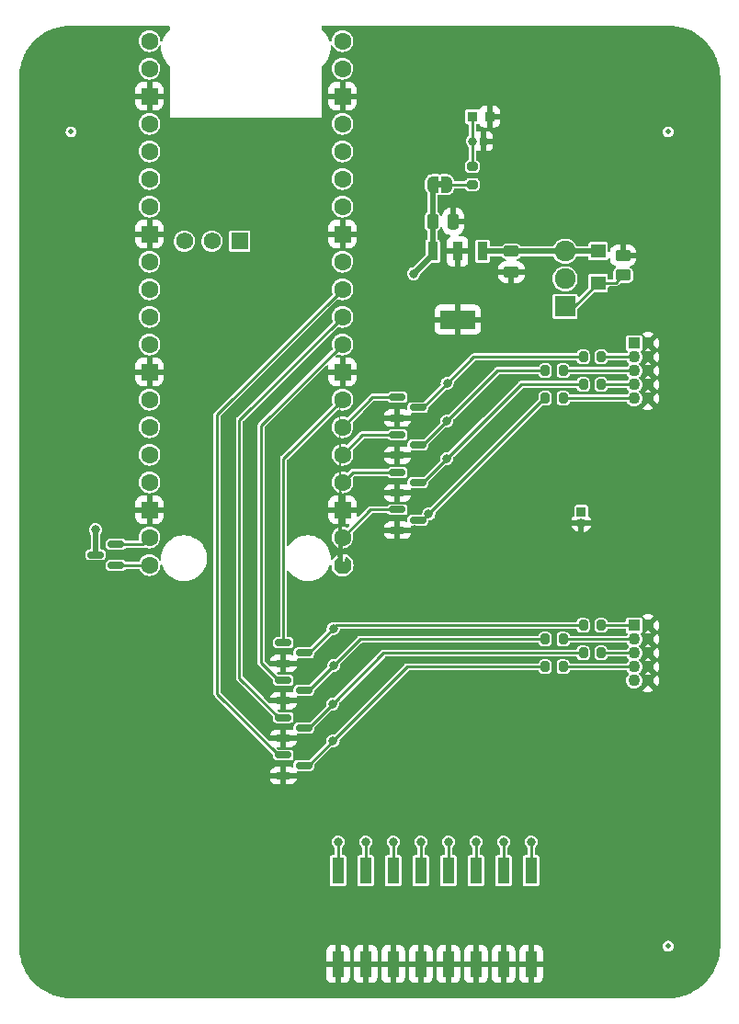
<source format=gbr>
%TF.GenerationSoftware,KiCad,Pcbnew,(6.0.8)*%
%TF.CreationDate,2023-01-02T23:21:26-08:00*%
%TF.ProjectId,picow_ssr_control,7069636f-775f-4737-9372-5f636f6e7472,0.0.8*%
%TF.SameCoordinates,PXfbc520PY6516e80*%
%TF.FileFunction,Copper,L1,Top*%
%TF.FilePolarity,Positive*%
%FSLAX46Y46*%
G04 Gerber Fmt 4.6, Leading zero omitted, Abs format (unit mm)*
G04 Created by KiCad (PCBNEW (6.0.8)) date 2023-01-02 23:21:26*
%MOMM*%
%LPD*%
G01*
G04 APERTURE LIST*
G04 Aperture macros list*
%AMRoundRect*
0 Rectangle with rounded corners*
0 $1 Rounding radius*
0 $2 $3 $4 $5 $6 $7 $8 $9 X,Y pos of 4 corners*
0 Add a 4 corners polygon primitive as box body*
4,1,4,$2,$3,$4,$5,$6,$7,$8,$9,$2,$3,0*
0 Add four circle primitives for the rounded corners*
1,1,$1+$1,$2,$3*
1,1,$1+$1,$4,$5*
1,1,$1+$1,$6,$7*
1,1,$1+$1,$8,$9*
0 Add four rect primitives between the rounded corners*
20,1,$1+$1,$2,$3,$4,$5,0*
20,1,$1+$1,$4,$5,$6,$7,0*
20,1,$1+$1,$6,$7,$8,$9,0*
20,1,$1+$1,$8,$9,$2,$3,0*%
%AMFreePoly0*
4,1,20,0.000000,0.744959,0.073905,0.744508,0.209726,0.703889,0.328688,0.626782,0.421226,0.519385,0.479903,0.390333,0.500000,0.250000,0.500000,-0.250000,0.499851,-0.262216,0.476331,-0.402017,0.414519,-0.529596,0.319384,-0.634700,0.198574,-0.708877,0.061801,-0.746166,0.000000,-0.745033,0.000000,-0.750000,-0.500000,-0.750000,-0.500000,0.750000,0.000000,0.750000,0.000000,0.744959,
0.000000,0.744959,$1*%
%AMFreePoly1*
4,1,22,0.500000,-0.750000,0.000000,-0.750000,0.000000,-0.745033,-0.079941,-0.743568,-0.215256,-0.701293,-0.333266,-0.622738,-0.424486,-0.514219,-0.481581,-0.384460,-0.499164,-0.250000,-0.500000,-0.250000,-0.500000,0.250000,-0.499164,0.250000,-0.499963,0.256109,-0.478152,0.396186,-0.417904,0.524511,-0.324060,0.630769,-0.204165,0.706417,-0.067858,0.745374,0.000000,0.744959,0.000000,0.750000,
0.500000,0.750000,0.500000,-0.750000,0.500000,-0.750000,$1*%
%AMFreePoly2*
4,1,57,0.281438,0.792513,0.314631,0.788760,0.324366,0.782642,0.335575,0.780064,0.361670,0.759195,0.389950,0.741421,0.741668,0.389704,0.759398,0.361385,0.780215,0.335261,0.782772,0.324050,0.788875,0.314303,0.792571,0.281098,0.800000,0.248529,0.800000,-0.248878,0.792513,-0.281438,0.788760,-0.314632,0.782641,-0.324367,0.780064,-0.335575,0.759196,-0.361669,0.741421,-0.389950,
0.389704,-0.741668,0.361385,-0.759398,0.335261,-0.780215,0.324050,-0.782772,0.314303,-0.788875,0.281098,-0.792571,0.248529,-0.800000,-0.248878,-0.800000,-0.281438,-0.792513,-0.314632,-0.788760,-0.324367,-0.782641,-0.335575,-0.780064,-0.361669,-0.759196,-0.389950,-0.741421,-0.741668,-0.389704,-0.759398,-0.361385,-0.780215,-0.335261,-0.782772,-0.324050,-0.788875,-0.314303,-0.792571,-0.281098,
-0.800000,-0.248529,-0.800000,0.248878,-0.792513,0.281438,-0.788760,0.314631,-0.782642,0.324366,-0.780064,0.335575,-0.759195,0.361670,-0.741421,0.389950,-0.389704,0.741668,-0.361385,0.759398,-0.335261,0.780215,-0.324050,0.782772,-0.314303,0.788875,-0.281098,0.792571,-0.248529,0.800000,0.248878,0.800000,0.281438,0.792513,0.281438,0.792513,$1*%
G04 Aperture macros list end*
%TA.AperFunction,SMDPad,CuDef*%
%ADD10R,0.950000X1.750000*%
%TD*%
%TA.AperFunction,SMDPad,CuDef*%
%ADD11R,3.200000X1.750000*%
%TD*%
%TA.AperFunction,ComponentPad*%
%ADD12R,0.850000X0.850000*%
%TD*%
%TA.AperFunction,ComponentPad*%
%ADD13O,0.850000X0.850000*%
%TD*%
%TA.AperFunction,SMDPad,CuDef*%
%ADD14RoundRect,0.200000X0.200000X0.275000X-0.200000X0.275000X-0.200000X-0.275000X0.200000X-0.275000X0*%
%TD*%
%TA.AperFunction,SMDPad,CuDef*%
%ADD15RoundRect,0.200000X-0.200000X-0.275000X0.200000X-0.275000X0.200000X0.275000X-0.200000X0.275000X0*%
%TD*%
%TA.AperFunction,SMDPad,CuDef*%
%ADD16RoundRect,0.150000X-0.587500X-0.150000X0.587500X-0.150000X0.587500X0.150000X-0.587500X0.150000X0*%
%TD*%
%TA.AperFunction,ComponentPad*%
%ADD17C,1.090000*%
%TD*%
%TA.AperFunction,ComponentPad*%
%ADD18R,1.090000X1.090000*%
%TD*%
%TA.AperFunction,SMDPad,CuDef*%
%ADD19RoundRect,0.150000X0.587500X0.150000X-0.587500X0.150000X-0.587500X-0.150000X0.587500X-0.150000X0*%
%TD*%
%TA.AperFunction,SMDPad,CuDef*%
%ADD20RoundRect,0.250000X-0.250000X-0.475000X0.250000X-0.475000X0.250000X0.475000X-0.250000X0.475000X0*%
%TD*%
%TA.AperFunction,SMDPad,CuDef*%
%ADD21C,0.500000*%
%TD*%
%TA.AperFunction,SMDPad,CuDef*%
%ADD22R,1.130000X2.440000*%
%TD*%
%TA.AperFunction,SMDPad,CuDef*%
%ADD23RoundRect,0.200000X0.275000X-0.200000X0.275000X0.200000X-0.275000X0.200000X-0.275000X-0.200000X0*%
%TD*%
%TA.AperFunction,SMDPad,CuDef*%
%ADD24RoundRect,0.250000X0.450000X-0.262500X0.450000X0.262500X-0.450000X0.262500X-0.450000X-0.262500X0*%
%TD*%
%TA.AperFunction,ComponentPad*%
%ADD25C,0.800000*%
%TD*%
%TA.AperFunction,ComponentPad*%
%ADD26C,6.400000*%
%TD*%
%TA.AperFunction,SMDPad,CuDef*%
%ADD27RoundRect,0.250000X-0.475000X0.250000X-0.475000X-0.250000X0.475000X-0.250000X0.475000X0.250000X0*%
%TD*%
%TA.AperFunction,ComponentPad*%
%ADD28R,0.800000X0.800000*%
%TD*%
%TA.AperFunction,ComponentPad*%
%ADD29C,1.920000*%
%TD*%
%TA.AperFunction,ComponentPad*%
%ADD30R,1.920000X1.920000*%
%TD*%
%TA.AperFunction,SMDPad,CuDef*%
%ADD31R,1.400000X1.300000*%
%TD*%
%TA.AperFunction,SMDPad,CuDef*%
%ADD32R,0.900000X0.950000*%
%TD*%
%TA.AperFunction,SMDPad,CuDef*%
%ADD33FreePoly0,0.000000*%
%TD*%
%TA.AperFunction,SMDPad,CuDef*%
%ADD34FreePoly1,0.000000*%
%TD*%
%TA.AperFunction,ComponentPad*%
%ADD35FreePoly2,180.000000*%
%TD*%
%TA.AperFunction,ComponentPad*%
%ADD36C,1.600000*%
%TD*%
%TA.AperFunction,ComponentPad*%
%ADD37RoundRect,0.200000X0.600000X0.600000X-0.600000X0.600000X-0.600000X-0.600000X0.600000X-0.600000X0*%
%TD*%
%TA.AperFunction,ComponentPad*%
%ADD38R,1.574800X1.574800*%
%TD*%
%TA.AperFunction,ComponentPad*%
%ADD39C,1.574800*%
%TD*%
%TA.AperFunction,ViaPad*%
%ADD40C,0.800000*%
%TD*%
%TA.AperFunction,Conductor*%
%ADD41C,0.250000*%
%TD*%
%TA.AperFunction,Conductor*%
%ADD42C,0.500000*%
%TD*%
G04 APERTURE END LIST*
%TO.C,JP1*%
G36*
X39200000Y74850000D02*
G01*
X38700000Y74850000D01*
X38700000Y75450000D01*
X39200000Y75450000D01*
X39200000Y74850000D01*
G37*
%TD*%
D10*
%TO.P,REG1,1,INPUT*%
%TO.N,+VDC*%
X42900000Y69000000D03*
%TO.P,REG1,2,GND_1*%
%TO.N,GNDPWR*%
X40600000Y69000000D03*
%TO.P,REG1,3,OUTPUT*%
%TO.N,+5V*%
X38300000Y69000000D03*
D11*
%TO.P,REG1,4,GND_2*%
%TO.N,GNDPWR*%
X40600000Y62700000D03*
%TD*%
D12*
%TO.P,JS2,1,Pin_1*%
%TO.N,+BATT*%
X52000000Y45000000D03*
D13*
%TO.P,JS2,2,Pin_2*%
%TO.N,GNDPWR*%
X52000000Y44000000D03*
%TD*%
D14*
%TO.P,RS4,1*%
%TO.N,Net-(JCNTL1-Pad9)*%
X50325000Y55460000D03*
%TO.P,RS4,2*%
%TO.N,/a4*%
X48675000Y55460000D03*
%TD*%
D15*
%TO.P,RS7,1*%
%TO.N,/a7*%
X48675000Y33270000D03*
%TO.P,RS7,2*%
%TO.N,Net-(JCNTL2-Pad3)*%
X50325000Y33270000D03*
%TD*%
D16*
%TO.P,QD8,1,G*%
%TO.N,/b8*%
X24562500Y32950000D03*
%TO.P,QD8,2,S*%
%TO.N,GNDPWR*%
X24562500Y31050000D03*
%TO.P,QD8,3,D*%
%TO.N,/a8*%
X26437500Y32000000D03*
%TD*%
D17*
%TO.P,JCNTL2,10,10*%
%TO.N,GNDPWR*%
X58135000Y29460000D03*
%TO.P,JCNTL2,9,9*%
%TO.N,Net-(JCNTL2-Pad9)*%
X56865000Y29460000D03*
%TO.P,JCNTL2,8,8*%
%TO.N,GNDPWR*%
X58135000Y30730000D03*
%TO.P,JCNTL2,7,7*%
%TO.N,Net-(JCNTL2-Pad7)*%
X56865000Y30730000D03*
%TO.P,JCNTL2,6,6*%
%TO.N,GNDPWR*%
X58135000Y32000000D03*
%TO.P,JCNTL2,5,5*%
%TO.N,Net-(JCNTL2-Pad5)*%
X56865000Y32000000D03*
%TO.P,JCNTL2,4,4*%
%TO.N,GNDPWR*%
X58135000Y33270000D03*
%TO.P,JCNTL2,3,3*%
%TO.N,Net-(JCNTL2-Pad3)*%
X56865000Y33270000D03*
%TO.P,JCNTL2,2,2*%
%TO.N,GNDPWR*%
X58135000Y34540000D03*
D18*
%TO.P,JCNTL2,1,1*%
%TO.N,Net-(JCNTL2-Pad1)*%
X56865000Y34540000D03*
%TD*%
D15*
%TO.P,RS1,1*%
%TO.N,/a1*%
X52175000Y59270000D03*
%TO.P,RS1,2*%
%TO.N,Net-(JCNTL1-Pad3)*%
X53825000Y59270000D03*
%TD*%
D19*
%TO.P,Q2,1,G*%
%TO.N,Net-(Q2-Pad1)*%
X9137500Y40100000D03*
%TO.P,Q2,2,S*%
%TO.N,Net-(Q2-Pad2)*%
X9137500Y42000000D03*
%TO.P,Q2,3,D*%
%TO.N,+5V*%
X7262500Y41050000D03*
%TD*%
D15*
%TO.P,RS5,1*%
%TO.N,/a5*%
X48675000Y30730000D03*
%TO.P,RS5,2*%
%TO.N,Net-(JCNTL2-Pad7)*%
X50325000Y30730000D03*
%TD*%
%TO.P,RS2,1*%
%TO.N,/a2*%
X48675000Y58000000D03*
%TO.P,RS2,2*%
%TO.N,Net-(JCNTL1-Pad5)*%
X50325000Y58000000D03*
%TD*%
D20*
%TO.P,C2,2*%
%TO.N,GNDPWR*%
X40200000Y71750000D03*
%TO.P,C2,1*%
%TO.N,+5V*%
X38300000Y71750000D03*
%TD*%
D21*
%TO.P,FID1,*%
%TO.N,*%
X5000000Y80000000D03*
%TD*%
D22*
%TO.P,S1,16,16*%
%TO.N,/a5*%
X29600000Y11950000D03*
%TO.P,S1,15,15*%
%TO.N,/a6*%
X32140000Y11950000D03*
%TO.P,S1,14,14*%
%TO.N,/a7*%
X34680000Y11950000D03*
%TO.P,S1,13,13*%
%TO.N,/a8*%
X37220000Y11950000D03*
%TO.P,S1,12,12*%
%TO.N,/a4*%
X39760000Y11950000D03*
%TO.P,S1,11,11*%
%TO.N,/a3*%
X42300000Y11950000D03*
%TO.P,S1,10,10*%
%TO.N,/a2*%
X44840000Y11950000D03*
%TO.P,S1,9,9*%
%TO.N,/a1*%
X47380000Y11950000D03*
%TO.P,S1,8,8*%
%TO.N,GNDPWR*%
X47380000Y3350000D03*
%TO.P,S1,7,7*%
X44840000Y3350000D03*
%TO.P,S1,6,6*%
X42300000Y3350000D03*
%TO.P,S1,5,5*%
X39760000Y3350000D03*
%TO.P,S1,4,4*%
X37220000Y3350000D03*
%TO.P,S1,3,3*%
X34680000Y3350000D03*
%TO.P,S1,2,2*%
X32140000Y3350000D03*
%TO.P,S1,1,1*%
X29600000Y3350000D03*
%TD*%
D21*
%TO.P,FID3,*%
%TO.N,*%
X60000000Y5000000D03*
%TD*%
D23*
%TO.P,RL1,2*%
%TO.N,Net-(JL1-Pad2)*%
X41950000Y76800000D03*
%TO.P,RL1,1*%
%TO.N,Net-(JP1-Pad2)*%
X41950000Y75150000D03*
%TD*%
D24*
%TO.P,RP1,2*%
%TO.N,GNDPWR*%
X55850000Y68622500D03*
%TO.P,RP1,1*%
%TO.N,Net-(Q1-Pad1)*%
X55850000Y66797500D03*
%TD*%
D25*
%TO.P,H2,1,1*%
%TO.N,GNDPWR*%
X2600000Y5000000D03*
X6697056Y6697056D03*
X3302944Y3302944D03*
X7400000Y5000000D03*
D26*
X5000000Y5000000D03*
D25*
X5000000Y7400000D03*
X5000000Y2600000D03*
X3302944Y6697056D03*
X6697056Y3302944D03*
%TD*%
%TO.P,H1,1,1*%
%TO.N,GNDPWR*%
X5000000Y82600000D03*
D26*
X5000000Y85000000D03*
D25*
X7400000Y85000000D03*
X5000000Y87400000D03*
X3302944Y86697056D03*
X2600000Y85000000D03*
X6697056Y86697056D03*
X6697056Y83302944D03*
X3302944Y83302944D03*
%TD*%
D15*
%TO.P,RS6,1*%
%TO.N,/a6*%
X52175000Y32000000D03*
%TO.P,RS6,2*%
%TO.N,Net-(JCNTL2-Pad5)*%
X53825000Y32000000D03*
%TD*%
D16*
%TO.P,QD2,1,G*%
%TO.N,/b2*%
X35062500Y52100000D03*
%TO.P,QD2,2,S*%
%TO.N,GNDPWR*%
X35062500Y50200000D03*
%TO.P,QD2,3,D*%
%TO.N,/a2*%
X36937500Y51150000D03*
%TD*%
%TO.P,QD1,3,D*%
%TO.N,/a1*%
X36937500Y54600000D03*
%TO.P,QD1,2,S*%
%TO.N,GNDPWR*%
X35062500Y53650000D03*
%TO.P,QD1,1,G*%
%TO.N,/b1*%
X35062500Y55550000D03*
%TD*%
D27*
%TO.P,C1,2*%
%TO.N,GNDPWR*%
X45550000Y67100000D03*
%TO.P,C1,1*%
%TO.N,+VDC*%
X45550000Y69000000D03*
%TD*%
D25*
%TO.P,JL1,2,Pin_2*%
%TO.N,Net-(JL1-Pad2)*%
X41950000Y79150000D03*
D28*
%TO.P,JL1,1,Pin_1*%
%TO.N,GNDPWR*%
X42950000Y79150000D03*
%TD*%
D16*
%TO.P,QD6,3,D*%
%TO.N,/a6*%
X26437500Y25100000D03*
%TO.P,QD6,2,S*%
%TO.N,GNDPWR*%
X24562500Y24150000D03*
%TO.P,QD6,1,G*%
%TO.N,/b6*%
X24562500Y26050000D03*
%TD*%
D29*
%TO.P,Q1,3*%
%TO.N,+VDC*%
X50500000Y69000000D03*
%TO.P,Q1,2*%
%TO.N,+BATT*%
X50500000Y66460000D03*
D30*
%TO.P,Q1,1*%
%TO.N,Net-(Q1-Pad1)*%
X50500000Y63920000D03*
%TD*%
D15*
%TO.P,RS8,1*%
%TO.N,/a8*%
X52175000Y34540000D03*
%TO.P,RS8,2*%
%TO.N,Net-(JCNTL2-Pad1)*%
X53825000Y34540000D03*
%TD*%
%TO.P,RS3,1*%
%TO.N,/a3*%
X52175000Y56730000D03*
%TO.P,RS3,2*%
%TO.N,Net-(JCNTL1-Pad7)*%
X53825000Y56730000D03*
%TD*%
D16*
%TO.P,QD4,1,G*%
%TO.N,/b4*%
X35062500Y45200000D03*
%TO.P,QD4,2,S*%
%TO.N,GNDPWR*%
X35062500Y43300000D03*
%TO.P,QD4,3,D*%
%TO.N,/a4*%
X36937500Y44250000D03*
%TD*%
D31*
%TO.P,ZD1,2*%
%TO.N,Net-(Q1-Pad1)*%
X53550000Y66100000D03*
%TO.P,ZD1,1*%
%TO.N,+VDC*%
X53550000Y69000000D03*
%TD*%
D32*
%TO.P,LP1,2*%
%TO.N,Net-(JL1-Pad2)*%
X41950000Y81400000D03*
%TO.P,LP1,1*%
%TO.N,GNDPWR*%
X43550000Y81400000D03*
%TD*%
D21*
%TO.P,FID2,*%
%TO.N,*%
X60000000Y80000000D03*
%TD*%
D17*
%TO.P,JCNTL1,10,10*%
%TO.N,GNDPWR*%
X58135000Y55460000D03*
%TO.P,JCNTL1,9,9*%
%TO.N,Net-(JCNTL1-Pad9)*%
X56865000Y55460000D03*
%TO.P,JCNTL1,8,8*%
%TO.N,GNDPWR*%
X58135000Y56730000D03*
%TO.P,JCNTL1,7,7*%
%TO.N,Net-(JCNTL1-Pad7)*%
X56865000Y56730000D03*
%TO.P,JCNTL1,6,6*%
%TO.N,GNDPWR*%
X58135000Y58000000D03*
%TO.P,JCNTL1,5,5*%
%TO.N,Net-(JCNTL1-Pad5)*%
X56865000Y58000000D03*
%TO.P,JCNTL1,4,4*%
%TO.N,GNDPWR*%
X58135000Y59270000D03*
%TO.P,JCNTL1,3,3*%
%TO.N,Net-(JCNTL1-Pad3)*%
X56865000Y59270000D03*
%TO.P,JCNTL1,2,2*%
%TO.N,GNDPWR*%
X58135000Y60540000D03*
D18*
%TO.P,JCNTL1,1,1*%
%TO.N,Net-(JCNTL1-Pad1)*%
X56865000Y60540000D03*
%TD*%
D25*
%TO.P,H3,1,1*%
%TO.N,GNDPWR*%
X60000000Y47400000D03*
X60000000Y42600000D03*
X61697056Y43302944D03*
X58302944Y43302944D03*
X61697056Y46697056D03*
X58302944Y46697056D03*
X62400000Y45000000D03*
X57600000Y45000000D03*
D26*
X60000000Y45000000D03*
%TD*%
D16*
%TO.P,QD3,1,G*%
%TO.N,/b3*%
X35062500Y48650000D03*
%TO.P,QD3,2,S*%
%TO.N,GNDPWR*%
X35062500Y46750000D03*
%TO.P,QD3,3,D*%
%TO.N,/a3*%
X36937500Y47700000D03*
%TD*%
%TO.P,QD5,3,D*%
%TO.N,/a5*%
X26437500Y21650000D03*
%TO.P,QD5,2,S*%
%TO.N,GNDPWR*%
X24562500Y20700000D03*
%TO.P,QD5,1,G*%
%TO.N,/b5*%
X24562500Y22600000D03*
%TD*%
D33*
%TO.P,JP1,2,B*%
%TO.N,Net-(JP1-Pad2)*%
X39600000Y75150000D03*
D34*
%TO.P,JP1,1,A*%
%TO.N,+5V*%
X38300000Y75150000D03*
%TD*%
D35*
%TO.P,U1,1,GPIO0*%
%TO.N,unconnected-(U1-Pad1)*%
X30000000Y40100000D03*
D36*
%TO.P,U1,2,GPIO1*%
%TO.N,/b4*%
X30000000Y42640000D03*
D37*
%TO.P,U1,3,GND*%
%TO.N,GNDPWR*%
X30000000Y45180000D03*
D36*
%TO.P,U1,4,GPIO2*%
%TO.N,/b3*%
X30000000Y47720000D03*
%TO.P,U1,5,GPIO3*%
%TO.N,/b2*%
X30000000Y50260000D03*
%TO.P,U1,6,GPIO4*%
%TO.N,/b1*%
X30000000Y52800000D03*
%TO.P,U1,7,GPIO5*%
%TO.N,/b8*%
X30000000Y55340000D03*
D37*
%TO.P,U1,8,GND*%
%TO.N,GNDPWR*%
X30000000Y57880000D03*
D36*
%TO.P,U1,9,GPIO6*%
%TO.N,/b7*%
X30000000Y60420000D03*
%TO.P,U1,10,GPIO7*%
%TO.N,/b6*%
X30000000Y62960000D03*
%TO.P,U1,11,GPIO8*%
%TO.N,/b5*%
X30000000Y65500000D03*
%TO.P,U1,12,GPIO9*%
%TO.N,unconnected-(U1-Pad12)*%
X30000000Y68040000D03*
D37*
%TO.P,U1,13,GND*%
%TO.N,GNDPWR*%
X30000000Y70580000D03*
D36*
%TO.P,U1,14,GPIO10*%
%TO.N,unconnected-(U1-Pad14)*%
X30000000Y73120000D03*
%TO.P,U1,15,GPIO11*%
%TO.N,unconnected-(U1-Pad15)*%
X30000000Y75660000D03*
%TO.P,U1,16,GPIO12*%
%TO.N,unconnected-(U1-Pad16)*%
X30000000Y78200000D03*
%TO.P,U1,17,GPIO13*%
%TO.N,unconnected-(U1-Pad17)*%
X30000000Y80740000D03*
D37*
%TO.P,U1,18,GND*%
%TO.N,GNDPWR*%
X30000000Y83280000D03*
D36*
%TO.P,U1,19,GPIO14*%
%TO.N,unconnected-(U1-Pad19)*%
X30000000Y85820000D03*
%TO.P,U1,20,GPIO15*%
%TO.N,unconnected-(U1-Pad20)*%
X30000000Y88360000D03*
%TO.P,U1,21,GPIO16*%
%TO.N,unconnected-(U1-Pad21)*%
X12220000Y88360000D03*
%TO.P,U1,22,GPIO17*%
%TO.N,unconnected-(U1-Pad22)*%
X12220000Y85820000D03*
D37*
%TO.P,U1,23,GND*%
%TO.N,GNDPWR*%
X12220000Y83280000D03*
D36*
%TO.P,U1,24,GPIO18*%
%TO.N,unconnected-(U1-Pad24)*%
X12220000Y80740000D03*
%TO.P,U1,25,GPIO19*%
%TO.N,unconnected-(U1-Pad25)*%
X12220000Y78200000D03*
%TO.P,U1,26,GPIO20*%
%TO.N,unconnected-(U1-Pad26)*%
X12220000Y75660000D03*
%TO.P,U1,27,GPIO21*%
%TO.N,unconnected-(U1-Pad27)*%
X12220000Y73120000D03*
D37*
%TO.P,U1,28,GND*%
%TO.N,GNDPWR*%
X12220000Y70580000D03*
D36*
%TO.P,U1,29,GPIO22*%
%TO.N,unconnected-(U1-Pad29)*%
X12220000Y68040000D03*
%TO.P,U1,30,RUN*%
%TO.N,unconnected-(U1-Pad30)*%
X12220000Y65500000D03*
%TO.P,U1,31,GPIO26_ADC0*%
%TO.N,unconnected-(U1-Pad31)*%
X12220000Y62960000D03*
%TO.P,U1,32,GPIO27_ADC1*%
%TO.N,unconnected-(U1-Pad32)*%
X12220000Y60420000D03*
D37*
%TO.P,U1,33,AGND*%
%TO.N,GNDPWR*%
X12220000Y57880000D03*
D36*
%TO.P,U1,34,GPIO28_ADC2*%
%TO.N,unconnected-(U1-Pad34)*%
X12220000Y55340000D03*
%TO.P,U1,35,ADC_VREF*%
%TO.N,unconnected-(U1-Pad35)*%
X12220000Y52800000D03*
%TO.P,U1,36,3V3*%
%TO.N,unconnected-(U1-Pad36)*%
X12220000Y50260000D03*
%TO.P,U1,37,3V3_EN*%
%TO.N,unconnected-(U1-Pad37)*%
X12220000Y47720000D03*
D37*
%TO.P,U1,38,GND*%
%TO.N,GNDPWR*%
X12220000Y45180000D03*
D36*
%TO.P,U1,39,VSYS*%
%TO.N,Net-(Q2-Pad2)*%
X12220000Y42640000D03*
%TO.P,U1,40,VBUS*%
%TO.N,Net-(Q2-Pad1)*%
X12220000Y40100000D03*
D38*
%TO.P,U1,41,SWCLK*%
%TO.N,unconnected-(U1-Pad41)*%
X20525800Y69930000D03*
D39*
%TO.P,U1,42,SWGND*%
%TO.N,unconnected-(U1-Pad42)*%
X17985800Y69930000D03*
%TO.P,U1,43,SWDIO*%
%TO.N,unconnected-(U1-Pad43)*%
X15445800Y69930000D03*
%TD*%
D16*
%TO.P,QD7,1,G*%
%TO.N,/b7*%
X24562500Y29500000D03*
%TO.P,QD7,2,S*%
%TO.N,GNDPWR*%
X24562500Y27600000D03*
%TO.P,QD7,3,D*%
%TO.N,/a7*%
X26437500Y28550000D03*
%TD*%
D40*
%TO.N,/a1*%
X39650000Y56850000D03*
%TO.N,/a2*%
X39625000Y53375000D03*
%TO.N,/a3*%
X39625000Y49925000D03*
%TO.N,/a4*%
X37950000Y44800000D03*
%TO.N,/a8*%
X29150000Y34250000D03*
%TO.N,/a7*%
X29175000Y30825000D03*
%TO.N,/a6*%
X29125000Y27325000D03*
%TO.N,/a5*%
X29137500Y23912500D03*
X29600000Y14600000D03*
%TO.N,/a1*%
X47380000Y14600000D03*
%TO.N,/a2*%
X44840000Y14600000D03*
%TO.N,/a3*%
X42300000Y14600000D03*
%TO.N,/a4*%
X39760000Y14600000D03*
%TO.N,/a8*%
X37220000Y14600000D03*
%TO.N,/a7*%
X34680000Y14600000D03*
%TO.N,/a6*%
X32140000Y14600000D03*
%TO.N,+5V*%
X7250000Y43350000D03*
X36550000Y66950000D03*
%TO.N,GNDPWR*%
X40600000Y67150000D03*
X47380000Y5400000D03*
X26150000Y31050000D03*
X23500000Y28750000D03*
X37220000Y5400000D03*
X23500000Y25300000D03*
X23500000Y21850000D03*
X36650000Y53650000D03*
X38150000Y62700000D03*
X29600000Y5400000D03*
X36602115Y46791391D03*
X43050000Y62700000D03*
X23500000Y32200000D03*
X55850000Y69960000D03*
X36650000Y50200000D03*
X40600000Y61010000D03*
X44840000Y5400000D03*
X26150000Y20700000D03*
X34097885Y51308609D03*
X34000000Y44450000D03*
X26150000Y27600000D03*
X32140000Y5400000D03*
X40600000Y64410000D03*
X34000000Y47900000D03*
X39760000Y5400000D03*
X42300000Y5400000D03*
X34680000Y5400000D03*
X34000000Y54750000D03*
X26150000Y24150000D03*
X36602115Y43341391D03*
%TD*%
D41*
%TO.N,/a1*%
X39650000Y56850000D02*
X42070000Y59270000D01*
X37400000Y54600000D02*
X39650000Y56850000D01*
%TO.N,/a2*%
X39625000Y53375000D02*
X44250000Y58000000D01*
X37400000Y51150000D02*
X39625000Y53375000D01*
%TO.N,/a3*%
X39625000Y49925000D02*
X46430000Y56730000D01*
X37400000Y47700000D02*
X39625000Y49925000D01*
%TO.N,/a4*%
X37950000Y44800000D02*
X48610000Y55460000D01*
X37400000Y44250000D02*
X37950000Y44800000D01*
%TO.N,/a8*%
X29150000Y34250000D02*
X26900000Y32000000D01*
X29440000Y34540000D02*
X29150000Y34250000D01*
%TO.N,/a7*%
X29175000Y30825000D02*
X26900000Y28550000D01*
X31620000Y33270000D02*
X29175000Y30825000D01*
%TO.N,/a6*%
X29125000Y27325000D02*
X26900000Y25100000D01*
X33800000Y32000000D02*
X29125000Y27325000D01*
%TO.N,/a5*%
X29137500Y23912500D02*
X26875000Y21650000D01*
X35955000Y30730000D02*
X29137500Y23912500D01*
%TO.N,/a8*%
X52175000Y34540000D02*
X29440000Y34540000D01*
%TO.N,/a7*%
X48675000Y33270000D02*
X31620000Y33270000D01*
%TO.N,/a6*%
X52175000Y32000000D02*
X33800000Y32000000D01*
%TO.N,/a5*%
X48675000Y30730000D02*
X35955000Y30730000D01*
%TO.N,Net-(JCNTL2-Pad7)*%
X50325000Y30730000D02*
X56865000Y30730000D01*
%TO.N,Net-(JCNTL2-Pad5)*%
X56865000Y32000000D02*
X53825000Y32000000D01*
%TO.N,Net-(JCNTL2-Pad3)*%
X50325000Y33270000D02*
X56865000Y33270000D01*
%TO.N,Net-(JCNTL2-Pad1)*%
X56865000Y34540000D02*
X53825000Y34540000D01*
%TO.N,Net-(JCNTL1-Pad9)*%
X56865000Y55460000D02*
X50325000Y55460000D01*
%TO.N,Net-(JCNTL1-Pad7)*%
X53825000Y56730000D02*
X56865000Y56730000D01*
%TO.N,Net-(JCNTL1-Pad5)*%
X56865000Y58000000D02*
X50325000Y58000000D01*
%TO.N,Net-(JCNTL1-Pad3)*%
X53825000Y59270000D02*
X56865000Y59270000D01*
%TO.N,/a1*%
X42070000Y59270000D02*
X52175000Y59270000D01*
%TO.N,/a2*%
X44250000Y58000000D02*
X48675000Y58000000D01*
%TO.N,/a3*%
X46430000Y56730000D02*
X52175000Y56730000D01*
%TO.N,/b4*%
X32560000Y45200000D02*
X35062500Y45200000D01*
X30000000Y42640000D02*
X32560000Y45200000D01*
%TO.N,/b3*%
X30930000Y48650000D02*
X35062500Y48650000D01*
X30000000Y47720000D02*
X30930000Y48650000D01*
%TO.N,/b2*%
X31840000Y52100000D02*
X35062500Y52100000D01*
X30000000Y50260000D02*
X31840000Y52100000D01*
%TO.N,/b1*%
X32750000Y55550000D02*
X35062500Y55550000D01*
X30000000Y52800000D02*
X32750000Y55550000D01*
D42*
%TO.N,+5V*%
X38300000Y71750000D02*
X38300000Y75150000D01*
X38300000Y68700000D02*
X36550000Y66950000D01*
D41*
%TO.N,/a5*%
X29600000Y14600000D02*
X29600000Y11950000D01*
%TO.N,/b5*%
X18450000Y28250000D02*
X18450000Y53950000D01*
X24100000Y22600000D02*
X18450000Y28250000D01*
X18450000Y53950000D02*
X30000000Y65500000D01*
%TO.N,/b6*%
X20500000Y53460000D02*
X30000000Y62960000D01*
X20500000Y29700000D02*
X20500000Y53460000D01*
X24150000Y26050000D02*
X20500000Y29700000D01*
%TO.N,/b7*%
X22500000Y52920000D02*
X30000000Y60420000D01*
X22500000Y31100000D02*
X22500000Y52920000D01*
X24100000Y29500000D02*
X22500000Y31100000D01*
%TO.N,/b8*%
X24562500Y49902500D02*
X30000000Y55340000D01*
X24562500Y32950000D02*
X24562500Y49902500D01*
%TO.N,/a1*%
X47380000Y14600000D02*
X47380000Y11950000D01*
%TO.N,/a2*%
X44840000Y11950000D02*
X44840000Y14600000D01*
%TO.N,/a3*%
X42300000Y14600000D02*
X42300000Y11950000D01*
%TO.N,/a4*%
X39760000Y11950000D02*
X39760000Y14600000D01*
%TO.N,/a8*%
X37220000Y14600000D02*
X37220000Y11950000D01*
%TO.N,/a7*%
X34680000Y11950000D02*
X34680000Y14600000D01*
%TO.N,/a6*%
X32140000Y14600000D02*
X32140000Y11950000D01*
D42*
%TO.N,+5V*%
X7262500Y43337500D02*
X7250000Y43350000D01*
X7262500Y41050000D02*
X7262500Y43337500D01*
D41*
%TO.N,Net-(Q2-Pad2)*%
X11580000Y42000000D02*
X12220000Y42640000D01*
X9137500Y42000000D02*
X11580000Y42000000D01*
%TO.N,Net-(Q2-Pad1)*%
X12220000Y40100000D02*
X9137500Y40100000D01*
D42*
%TO.N,+VDC*%
X53550000Y69000000D02*
X42900000Y69000000D01*
%TO.N,+5V*%
X38300000Y69000000D02*
X38300000Y71810000D01*
D41*
%TO.N,Net-(JP1-Pad2)*%
X39600000Y75150000D02*
X41950000Y75150000D01*
%TO.N,Net-(JL1-Pad2)*%
X41950000Y76800000D02*
X41950000Y81400000D01*
%TO.N,Net-(Q1-Pad1)*%
X51370000Y63920000D02*
X53550000Y66100000D01*
X55850000Y66797500D02*
X55152500Y66100000D01*
X50500000Y63920000D02*
X51370000Y63920000D01*
X55152500Y66100000D02*
X53550000Y66100000D01*
%TD*%
%TA.AperFunction,Conductor*%
%TO.N,GNDPWR*%
G36*
X14069191Y89780593D02*
G01*
X14105155Y89731093D01*
X14110000Y89700500D01*
X14110000Y89432567D01*
X14091093Y89374376D01*
X14078392Y89360046D01*
X13875224Y89171251D01*
X13873091Y89168646D01*
X13873090Y89168644D01*
X13695961Y88952236D01*
X13695956Y88952229D01*
X13693823Y88949623D01*
X13544180Y88705427D01*
X13542828Y88702346D01*
X13542827Y88702345D01*
X13465072Y88525214D01*
X13429062Y88443182D01*
X13414294Y88391339D01*
X13380170Y88340557D01*
X13322711Y88319530D01*
X13263867Y88336291D01*
X13226113Y88384440D01*
X13220556Y88408802D01*
X13206666Y88550454D01*
X13206194Y88555272D01*
X13149484Y88743106D01*
X13057370Y88916347D01*
X13047145Y88928885D01*
X12936422Y89064645D01*
X12936421Y89064646D01*
X12933361Y89068398D01*
X12782180Y89193465D01*
X12609585Y89286787D01*
X12422152Y89344807D01*
X12417342Y89345313D01*
X12417340Y89345313D01*
X12231835Y89364811D01*
X12231833Y89364811D01*
X12227019Y89365317D01*
X12169090Y89360045D01*
X12036438Y89347973D01*
X12036435Y89347972D01*
X12031618Y89347534D01*
X12026976Y89346168D01*
X12026972Y89346167D01*
X11848040Y89293504D01*
X11848037Y89293503D01*
X11843393Y89292136D01*
X11669512Y89201233D01*
X11665743Y89198203D01*
X11665742Y89198202D01*
X11656016Y89190382D01*
X11516600Y89078289D01*
X11490186Y89046810D01*
X11393589Y88931690D01*
X11393586Y88931686D01*
X11390480Y88927984D01*
X11295956Y88756046D01*
X11294492Y88751432D01*
X11294491Y88751429D01*
X11269838Y88673713D01*
X11236628Y88569022D01*
X11236088Y88564210D01*
X11236088Y88564209D01*
X11216612Y88390572D01*
X11214757Y88374037D01*
X11217927Y88336291D01*
X11229628Y88196944D01*
X11231175Y88178517D01*
X11232508Y88173869D01*
X11232508Y88173868D01*
X11244320Y88132677D01*
X11285258Y87989909D01*
X11287473Y87985599D01*
X11372731Y87819704D01*
X11372734Y87819700D01*
X11374944Y87815399D01*
X11496818Y87661631D01*
X11500505Y87658493D01*
X11500507Y87658491D01*
X11642550Y87537603D01*
X11642555Y87537600D01*
X11646238Y87534465D01*
X11650460Y87532105D01*
X11650465Y87532102D01*
X11691838Y87508980D01*
X11817513Y87438743D01*
X11918549Y87405914D01*
X11999513Y87379607D01*
X11999516Y87379606D01*
X12004118Y87378111D01*
X12198946Y87354879D01*
X12203768Y87355250D01*
X12203771Y87355250D01*
X12389748Y87369560D01*
X12389753Y87369561D01*
X12394576Y87369932D01*
X12583556Y87422697D01*
X12587869Y87424876D01*
X12587875Y87424878D01*
X12754368Y87508980D01*
X12754370Y87508982D01*
X12758689Y87511163D01*
X12785490Y87532102D01*
X12909487Y87628978D01*
X12909491Y87628982D01*
X12913303Y87631960D01*
X12938915Y87661631D01*
X13038345Y87776823D01*
X13038347Y87776825D01*
X13041509Y87780489D01*
X13125137Y87927700D01*
X13170319Y87968956D01*
X13231123Y87975776D01*
X13284323Y87945554D01*
X13309599Y87889833D01*
X13310215Y87878280D01*
X13308747Y87597800D01*
X13346129Y87313851D01*
X13347020Y87310594D01*
X13347021Y87310589D01*
X13352035Y87292261D01*
X13421702Y87037602D01*
X13534068Y86774165D01*
X13681146Y86528415D01*
X13683252Y86525786D01*
X13683255Y86525782D01*
X13770680Y86416658D01*
X13860215Y86304900D01*
X13862664Y86302576D01*
X13962982Y86207378D01*
X14067962Y86107755D01*
X14070695Y86105791D01*
X14073299Y86103637D01*
X14072281Y86102407D01*
X14105003Y86057832D01*
X14110000Y86026777D01*
X14110000Y81330000D01*
X28110000Y81330000D01*
X28110000Y82625673D01*
X28692001Y82625673D01*
X28692208Y82621163D01*
X28698263Y82555256D01*
X28700312Y82545022D01*
X28748202Y82392203D01*
X28753079Y82381403D01*
X28835667Y82245035D01*
X28842976Y82235712D01*
X28955712Y82122976D01*
X28965035Y82115667D01*
X29101403Y82033079D01*
X29112203Y82028202D01*
X29265021Y81980313D01*
X29275257Y81978263D01*
X29341163Y81972207D01*
X29345672Y81972000D01*
X29730320Y81972000D01*
X29743005Y81976122D01*
X29746000Y81980243D01*
X29746000Y81987681D01*
X30254000Y81987681D01*
X30258122Y81974996D01*
X30262243Y81972001D01*
X30654327Y81972001D01*
X30658837Y81972208D01*
X30724744Y81978263D01*
X30734978Y81980312D01*
X30887797Y82028202D01*
X30898597Y82033079D01*
X31034965Y82115667D01*
X31044288Y82122976D01*
X31157024Y82235712D01*
X31164333Y82245035D01*
X31246921Y82381403D01*
X31251798Y82392203D01*
X31299687Y82545021D01*
X31301737Y82555257D01*
X31307793Y82621163D01*
X31308000Y82625672D01*
X31308000Y83010320D01*
X31303878Y83023005D01*
X31299757Y83026000D01*
X30269680Y83026000D01*
X30256995Y83021878D01*
X30254000Y83017757D01*
X30254000Y81987681D01*
X29746000Y81987681D01*
X29746000Y83010320D01*
X29741878Y83023005D01*
X29737757Y83026000D01*
X28707681Y83026000D01*
X28694996Y83021878D01*
X28692001Y83017757D01*
X28692001Y82625673D01*
X28110000Y82625673D01*
X28110000Y83549680D01*
X28692000Y83549680D01*
X28696122Y83536995D01*
X28700243Y83534000D01*
X29730320Y83534000D01*
X29743005Y83538122D01*
X29746000Y83542243D01*
X29746000Y83549680D01*
X30254000Y83549680D01*
X30258122Y83536995D01*
X30262243Y83534000D01*
X31292319Y83534000D01*
X31305004Y83538122D01*
X31307999Y83542243D01*
X31307999Y83934327D01*
X31307792Y83938837D01*
X31301737Y84004744D01*
X31299688Y84014978D01*
X31251798Y84167797D01*
X31246921Y84178597D01*
X31164333Y84314965D01*
X31157024Y84324288D01*
X31044288Y84437024D01*
X31034965Y84444333D01*
X30898597Y84526921D01*
X30887797Y84531798D01*
X30734979Y84579687D01*
X30724743Y84581737D01*
X30658837Y84587793D01*
X30654328Y84588000D01*
X30269680Y84588000D01*
X30256995Y84583878D01*
X30254000Y84579757D01*
X30254000Y83549680D01*
X29746000Y83549680D01*
X29746000Y84572319D01*
X29741878Y84585004D01*
X29737757Y84587999D01*
X29345673Y84587999D01*
X29341163Y84587792D01*
X29275256Y84581737D01*
X29265022Y84579688D01*
X29112203Y84531798D01*
X29101403Y84526921D01*
X28965035Y84444333D01*
X28955712Y84437024D01*
X28842976Y84324288D01*
X28835667Y84314965D01*
X28753079Y84178597D01*
X28748202Y84167797D01*
X28700313Y84014979D01*
X28698263Y84004743D01*
X28692207Y83938837D01*
X28692000Y83934328D01*
X28692000Y83549680D01*
X28110000Y83549680D01*
X28110000Y85834037D01*
X28994757Y85834037D01*
X29011175Y85638517D01*
X29012508Y85633869D01*
X29012508Y85633868D01*
X29024320Y85592677D01*
X29065258Y85449909D01*
X29067473Y85445599D01*
X29152731Y85279704D01*
X29152734Y85279700D01*
X29154944Y85275399D01*
X29276818Y85121631D01*
X29280505Y85118493D01*
X29280507Y85118491D01*
X29422550Y84997603D01*
X29422555Y84997600D01*
X29426238Y84994465D01*
X29430460Y84992105D01*
X29430465Y84992102D01*
X29540692Y84930499D01*
X29597513Y84898743D01*
X29698549Y84865914D01*
X29779513Y84839607D01*
X29779516Y84839606D01*
X29784118Y84838111D01*
X29978946Y84814879D01*
X29983768Y84815250D01*
X29983771Y84815250D01*
X30169748Y84829560D01*
X30169753Y84829561D01*
X30174576Y84829932D01*
X30363556Y84882697D01*
X30367869Y84884876D01*
X30367875Y84884878D01*
X30534368Y84968980D01*
X30534370Y84968982D01*
X30538689Y84971163D01*
X30546215Y84977043D01*
X30689487Y85088978D01*
X30689491Y85088982D01*
X30693303Y85091960D01*
X30718915Y85121631D01*
X30818345Y85236823D01*
X30818347Y85236825D01*
X30821509Y85240489D01*
X30823902Y85244701D01*
X30916036Y85406885D01*
X30916037Y85406888D01*
X30918425Y85411091D01*
X30920825Y85418304D01*
X30978831Y85592677D01*
X30978831Y85592679D01*
X30980358Y85597268D01*
X31004949Y85791929D01*
X31005341Y85820000D01*
X31004438Y85829217D01*
X30986666Y86010454D01*
X30986194Y86015272D01*
X30929484Y86203106D01*
X30837370Y86376347D01*
X30728059Y86510377D01*
X30716422Y86524645D01*
X30716421Y86524646D01*
X30713361Y86528398D01*
X30562180Y86653465D01*
X30389585Y86746787D01*
X30202152Y86804807D01*
X30197342Y86805313D01*
X30197340Y86805313D01*
X30011835Y86824811D01*
X30011833Y86824811D01*
X30007019Y86825317D01*
X29942891Y86819481D01*
X29816438Y86807973D01*
X29816435Y86807972D01*
X29811618Y86807534D01*
X29806976Y86806168D01*
X29806972Y86806167D01*
X29628040Y86753504D01*
X29628037Y86753503D01*
X29623393Y86752136D01*
X29449512Y86661233D01*
X29445743Y86658203D01*
X29445742Y86658202D01*
X29436016Y86650382D01*
X29296600Y86538289D01*
X29273179Y86510377D01*
X29173589Y86391690D01*
X29173586Y86391686D01*
X29170480Y86387984D01*
X29075956Y86216046D01*
X29074492Y86211432D01*
X29074491Y86211429D01*
X29042339Y86110074D01*
X29016628Y86029022D01*
X29016088Y86024210D01*
X29016088Y86024209D01*
X28997300Y85856706D01*
X28994757Y85834037D01*
X28110000Y85834037D01*
X28110000Y86027433D01*
X28128907Y86085624D01*
X28141609Y86099955D01*
X28144248Y86102407D01*
X28344776Y86288749D01*
X28346910Y86291356D01*
X28524039Y86507764D01*
X28524044Y86507771D01*
X28526177Y86510377D01*
X28675820Y86754573D01*
X28677173Y86757655D01*
X28789585Y87013735D01*
X28789587Y87013739D01*
X28790938Y87016818D01*
X28869400Y87292261D01*
X28909754Y87575804D01*
X28910033Y87628978D01*
X28911008Y87815399D01*
X28911253Y87862200D01*
X28910036Y87871448D01*
X28921183Y87931607D01*
X28965564Y87973725D01*
X29026226Y87981714D01*
X29079998Y87952521D01*
X29096240Y87929624D01*
X29152731Y87819705D01*
X29154944Y87815399D01*
X29276818Y87661631D01*
X29280505Y87658493D01*
X29280507Y87658491D01*
X29422550Y87537603D01*
X29422555Y87537600D01*
X29426238Y87534465D01*
X29430460Y87532105D01*
X29430465Y87532102D01*
X29471838Y87508980D01*
X29597513Y87438743D01*
X29698549Y87405914D01*
X29779513Y87379607D01*
X29779516Y87379606D01*
X29784118Y87378111D01*
X29978946Y87354879D01*
X29983768Y87355250D01*
X29983771Y87355250D01*
X30169748Y87369560D01*
X30169753Y87369561D01*
X30174576Y87369932D01*
X30363556Y87422697D01*
X30367869Y87424876D01*
X30367875Y87424878D01*
X30534368Y87508980D01*
X30534370Y87508982D01*
X30538689Y87511163D01*
X30565490Y87532102D01*
X30689487Y87628978D01*
X30689491Y87628982D01*
X30693303Y87631960D01*
X30718915Y87661631D01*
X30818345Y87776823D01*
X30818347Y87776825D01*
X30821509Y87780489D01*
X30823902Y87784701D01*
X30916036Y87946885D01*
X30916037Y87946888D01*
X30918425Y87951091D01*
X30925955Y87973725D01*
X30978831Y88132677D01*
X30978831Y88132679D01*
X30980358Y88137268D01*
X30984208Y88167739D01*
X30993511Y88241389D01*
X31004949Y88331929D01*
X31005070Y88340557D01*
X31005126Y88344578D01*
X31005341Y88360000D01*
X31004438Y88369217D01*
X30986666Y88550454D01*
X30986194Y88555272D01*
X30929484Y88743106D01*
X30837370Y88916347D01*
X30827145Y88928885D01*
X30716422Y89064645D01*
X30716421Y89064646D01*
X30713361Y89068398D01*
X30562180Y89193465D01*
X30389585Y89286787D01*
X30202152Y89344807D01*
X30197342Y89345313D01*
X30197340Y89345313D01*
X30011835Y89364811D01*
X30011833Y89364811D01*
X30007019Y89365317D01*
X29949090Y89360045D01*
X29816438Y89347973D01*
X29816435Y89347972D01*
X29811618Y89347534D01*
X29806976Y89346168D01*
X29806972Y89346167D01*
X29628040Y89293504D01*
X29628037Y89293503D01*
X29623393Y89292136D01*
X29449512Y89201233D01*
X29445743Y89198203D01*
X29445742Y89198202D01*
X29436016Y89190382D01*
X29296600Y89078289D01*
X29270186Y89046810D01*
X29173589Y88931690D01*
X29173586Y88931686D01*
X29170480Y88927984D01*
X29075956Y88756046D01*
X29074492Y88751432D01*
X29074491Y88751429D01*
X29049838Y88673713D01*
X29016628Y88569022D01*
X29016088Y88564210D01*
X29016088Y88564209D01*
X28999053Y88412334D01*
X28973777Y88356613D01*
X28920577Y88326391D01*
X28859773Y88333211D01*
X28814590Y88374469D01*
X28805179Y88397245D01*
X28799188Y88419145D01*
X28799188Y88419146D01*
X28798298Y88422398D01*
X28685932Y88685835D01*
X28538854Y88931585D01*
X28522310Y88952236D01*
X28418896Y89081317D01*
X28359785Y89155100D01*
X28311171Y89201233D01*
X28154482Y89349926D01*
X28154480Y89349928D01*
X28152038Y89352245D01*
X28149305Y89354209D01*
X28146701Y89356363D01*
X28147719Y89357593D01*
X28114997Y89402168D01*
X28110000Y89433223D01*
X28110000Y89700500D01*
X28128907Y89758691D01*
X28178407Y89794655D01*
X28209000Y89799500D01*
X59965983Y89799500D01*
X59988169Y89796982D01*
X59999641Y89794344D01*
X60010514Y89796804D01*
X60017449Y89796792D01*
X60032039Y89798101D01*
X60121579Y89794191D01*
X60413989Y89781424D01*
X60422592Y89780671D01*
X60829140Y89727149D01*
X60837646Y89725649D01*
X61237980Y89636897D01*
X61246321Y89634662D01*
X61637411Y89511352D01*
X61645512Y89508404D01*
X61827014Y89433223D01*
X62024365Y89351477D01*
X62032192Y89347827D01*
X62092874Y89316238D01*
X62395921Y89158482D01*
X62403381Y89154176D01*
X62724464Y88949623D01*
X62749240Y88933839D01*
X62756314Y88928885D01*
X63081634Y88679258D01*
X63088235Y88673719D01*
X63390580Y88396672D01*
X63396672Y88390580D01*
X63673719Y88088235D01*
X63679258Y88081634D01*
X63886459Y87811605D01*
X63928885Y87756314D01*
X63933838Y87749241D01*
X64154176Y87403381D01*
X64158482Y87395921D01*
X64210702Y87295608D01*
X64347827Y87032192D01*
X64351477Y87024365D01*
X64354603Y87016818D01*
X64465863Y86748216D01*
X64508401Y86645520D01*
X64511352Y86637411D01*
X64616925Y86302576D01*
X64634662Y86246322D01*
X64636897Y86237980D01*
X64725649Y85837646D01*
X64727149Y85829140D01*
X64780671Y85422592D01*
X64781424Y85413988D01*
X64798078Y85032561D01*
X64796856Y85019201D01*
X64796842Y85011223D01*
X64794344Y85000359D01*
X64796804Y84989487D01*
X64797059Y84988362D01*
X64799500Y84966512D01*
X64799500Y5034017D01*
X64796982Y5011831D01*
X64794344Y5000359D01*
X64796804Y4989486D01*
X64796792Y4982551D01*
X64798101Y4967960D01*
X64781424Y4586011D01*
X64780671Y4577408D01*
X64727149Y4170860D01*
X64725649Y4162354D01*
X64636897Y3762020D01*
X64634662Y3753679D01*
X64588769Y3608122D01*
X64511355Y3362596D01*
X64508401Y3354480D01*
X64351477Y2975635D01*
X64347827Y2967808D01*
X64158482Y2604079D01*
X64154176Y2596619D01*
X64107097Y2522720D01*
X63933839Y2250760D01*
X63928885Y2243686D01*
X63679258Y1918366D01*
X63673719Y1911765D01*
X63396672Y1609420D01*
X63390580Y1603328D01*
X63088235Y1326281D01*
X63081634Y1320742D01*
X62756314Y1071115D01*
X62749241Y1066162D01*
X62403381Y845824D01*
X62395921Y841518D01*
X62092874Y683762D01*
X62032192Y652173D01*
X62024365Y648523D01*
X61924864Y607308D01*
X61645512Y491596D01*
X61637411Y488648D01*
X61427259Y422387D01*
X61246322Y365338D01*
X61237980Y363103D01*
X60837646Y274351D01*
X60829140Y272851D01*
X60422592Y219329D01*
X60413988Y218576D01*
X60032561Y201922D01*
X60019201Y203144D01*
X60011223Y203158D01*
X60000359Y205656D01*
X59988359Y202941D01*
X59966512Y200500D01*
X5034017Y200500D01*
X5011831Y203018D01*
X5011813Y203022D01*
X5000359Y205656D01*
X4989486Y203196D01*
X4982551Y203208D01*
X4967961Y201899D01*
X4878421Y205809D01*
X4586011Y218576D01*
X4577408Y219329D01*
X4170860Y272851D01*
X4162354Y274351D01*
X3762020Y363103D01*
X3753678Y365338D01*
X3572741Y422387D01*
X3362589Y488648D01*
X3354488Y491596D01*
X3075136Y607308D01*
X2975635Y648523D01*
X2967808Y652173D01*
X2907126Y683762D01*
X2604079Y841518D01*
X2596619Y845824D01*
X2250759Y1066162D01*
X2243686Y1071115D01*
X1918366Y1320742D01*
X1911765Y1326281D01*
X1609420Y1603328D01*
X1603328Y1609420D01*
X1326281Y1911765D01*
X1320742Y1918366D01*
X1193195Y2084589D01*
X28527001Y2084589D01*
X28527290Y2079249D01*
X28533078Y2025965D01*
X28535927Y2013980D01*
X28582351Y1890145D01*
X28589059Y1877892D01*
X28667863Y1772744D01*
X28677744Y1762863D01*
X28782892Y1684059D01*
X28795145Y1677351D01*
X28918978Y1630928D01*
X28930967Y1628077D01*
X28984252Y1622289D01*
X28989586Y1622000D01*
X29330320Y1622000D01*
X29343005Y1626122D01*
X29346000Y1630243D01*
X29346000Y1637681D01*
X29854000Y1637681D01*
X29858122Y1624996D01*
X29862243Y1622001D01*
X30210411Y1622001D01*
X30215751Y1622290D01*
X30269035Y1628078D01*
X30281020Y1630927D01*
X30404855Y1677351D01*
X30417108Y1684059D01*
X30522256Y1762863D01*
X30532137Y1772744D01*
X30610941Y1877892D01*
X30617649Y1890145D01*
X30664072Y2013978D01*
X30666923Y2025967D01*
X30672711Y2079252D01*
X30673000Y2084586D01*
X30673000Y2084589D01*
X31067001Y2084589D01*
X31067290Y2079249D01*
X31073078Y2025965D01*
X31075927Y2013980D01*
X31122351Y1890145D01*
X31129059Y1877892D01*
X31207863Y1772744D01*
X31217744Y1762863D01*
X31322892Y1684059D01*
X31335145Y1677351D01*
X31458978Y1630928D01*
X31470967Y1628077D01*
X31524252Y1622289D01*
X31529586Y1622000D01*
X31870320Y1622000D01*
X31883005Y1626122D01*
X31886000Y1630243D01*
X31886000Y1637681D01*
X32394000Y1637681D01*
X32398122Y1624996D01*
X32402243Y1622001D01*
X32750411Y1622001D01*
X32755751Y1622290D01*
X32809035Y1628078D01*
X32821020Y1630927D01*
X32944855Y1677351D01*
X32957108Y1684059D01*
X33062256Y1762863D01*
X33072137Y1772744D01*
X33150941Y1877892D01*
X33157649Y1890145D01*
X33204072Y2013978D01*
X33206923Y2025967D01*
X33212711Y2079252D01*
X33213000Y2084586D01*
X33213000Y2084589D01*
X33607001Y2084589D01*
X33607290Y2079249D01*
X33613078Y2025965D01*
X33615927Y2013980D01*
X33662351Y1890145D01*
X33669059Y1877892D01*
X33747863Y1772744D01*
X33757744Y1762863D01*
X33862892Y1684059D01*
X33875145Y1677351D01*
X33998978Y1630928D01*
X34010967Y1628077D01*
X34064252Y1622289D01*
X34069586Y1622000D01*
X34410320Y1622000D01*
X34423005Y1626122D01*
X34426000Y1630243D01*
X34426000Y1637681D01*
X34934000Y1637681D01*
X34938122Y1624996D01*
X34942243Y1622001D01*
X35290411Y1622001D01*
X35295751Y1622290D01*
X35349035Y1628078D01*
X35361020Y1630927D01*
X35484855Y1677351D01*
X35497108Y1684059D01*
X35602256Y1762863D01*
X35612137Y1772744D01*
X35690941Y1877892D01*
X35697649Y1890145D01*
X35744072Y2013978D01*
X35746923Y2025967D01*
X35752711Y2079252D01*
X35753000Y2084586D01*
X35753000Y2084589D01*
X36147001Y2084589D01*
X36147290Y2079249D01*
X36153078Y2025965D01*
X36155927Y2013980D01*
X36202351Y1890145D01*
X36209059Y1877892D01*
X36287863Y1772744D01*
X36297744Y1762863D01*
X36402892Y1684059D01*
X36415145Y1677351D01*
X36538978Y1630928D01*
X36550967Y1628077D01*
X36604252Y1622289D01*
X36609586Y1622000D01*
X36950320Y1622000D01*
X36963005Y1626122D01*
X36966000Y1630243D01*
X36966000Y1637681D01*
X37474000Y1637681D01*
X37478122Y1624996D01*
X37482243Y1622001D01*
X37830411Y1622001D01*
X37835751Y1622290D01*
X37889035Y1628078D01*
X37901020Y1630927D01*
X38024855Y1677351D01*
X38037108Y1684059D01*
X38142256Y1762863D01*
X38152137Y1772744D01*
X38230941Y1877892D01*
X38237649Y1890145D01*
X38284072Y2013978D01*
X38286923Y2025967D01*
X38292711Y2079252D01*
X38293000Y2084586D01*
X38293000Y2084589D01*
X38687001Y2084589D01*
X38687290Y2079249D01*
X38693078Y2025965D01*
X38695927Y2013980D01*
X38742351Y1890145D01*
X38749059Y1877892D01*
X38827863Y1772744D01*
X38837744Y1762863D01*
X38942892Y1684059D01*
X38955145Y1677351D01*
X39078978Y1630928D01*
X39090967Y1628077D01*
X39144252Y1622289D01*
X39149586Y1622000D01*
X39490320Y1622000D01*
X39503005Y1626122D01*
X39506000Y1630243D01*
X39506000Y1637681D01*
X40014000Y1637681D01*
X40018122Y1624996D01*
X40022243Y1622001D01*
X40370411Y1622001D01*
X40375751Y1622290D01*
X40429035Y1628078D01*
X40441020Y1630927D01*
X40564855Y1677351D01*
X40577108Y1684059D01*
X40682256Y1762863D01*
X40692137Y1772744D01*
X40770941Y1877892D01*
X40777649Y1890145D01*
X40824072Y2013978D01*
X40826923Y2025967D01*
X40832711Y2079252D01*
X40833000Y2084586D01*
X40833000Y2084589D01*
X41227001Y2084589D01*
X41227290Y2079249D01*
X41233078Y2025965D01*
X41235927Y2013980D01*
X41282351Y1890145D01*
X41289059Y1877892D01*
X41367863Y1772744D01*
X41377744Y1762863D01*
X41482892Y1684059D01*
X41495145Y1677351D01*
X41618978Y1630928D01*
X41630967Y1628077D01*
X41684252Y1622289D01*
X41689586Y1622000D01*
X42030320Y1622000D01*
X42043005Y1626122D01*
X42046000Y1630243D01*
X42046000Y1637681D01*
X42554000Y1637681D01*
X42558122Y1624996D01*
X42562243Y1622001D01*
X42910411Y1622001D01*
X42915751Y1622290D01*
X42969035Y1628078D01*
X42981020Y1630927D01*
X43104855Y1677351D01*
X43117108Y1684059D01*
X43222256Y1762863D01*
X43232137Y1772744D01*
X43310941Y1877892D01*
X43317649Y1890145D01*
X43364072Y2013978D01*
X43366923Y2025967D01*
X43372711Y2079252D01*
X43373000Y2084586D01*
X43373000Y2084589D01*
X43767001Y2084589D01*
X43767290Y2079249D01*
X43773078Y2025965D01*
X43775927Y2013980D01*
X43822351Y1890145D01*
X43829059Y1877892D01*
X43907863Y1772744D01*
X43917744Y1762863D01*
X44022892Y1684059D01*
X44035145Y1677351D01*
X44158978Y1630928D01*
X44170967Y1628077D01*
X44224252Y1622289D01*
X44229586Y1622000D01*
X44570320Y1622000D01*
X44583005Y1626122D01*
X44586000Y1630243D01*
X44586000Y1637681D01*
X45094000Y1637681D01*
X45098122Y1624996D01*
X45102243Y1622001D01*
X45450411Y1622001D01*
X45455751Y1622290D01*
X45509035Y1628078D01*
X45521020Y1630927D01*
X45644855Y1677351D01*
X45657108Y1684059D01*
X45762256Y1762863D01*
X45772137Y1772744D01*
X45850941Y1877892D01*
X45857649Y1890145D01*
X45904072Y2013978D01*
X45906923Y2025967D01*
X45912711Y2079252D01*
X45913000Y2084586D01*
X45913000Y2084589D01*
X46307001Y2084589D01*
X46307290Y2079249D01*
X46313078Y2025965D01*
X46315927Y2013980D01*
X46362351Y1890145D01*
X46369059Y1877892D01*
X46447863Y1772744D01*
X46457744Y1762863D01*
X46562892Y1684059D01*
X46575145Y1677351D01*
X46698978Y1630928D01*
X46710967Y1628077D01*
X46764252Y1622289D01*
X46769586Y1622000D01*
X47110320Y1622000D01*
X47123005Y1626122D01*
X47126000Y1630243D01*
X47126000Y1637681D01*
X47634000Y1637681D01*
X47638122Y1624996D01*
X47642243Y1622001D01*
X47990411Y1622001D01*
X47995751Y1622290D01*
X48049035Y1628078D01*
X48061020Y1630927D01*
X48184855Y1677351D01*
X48197108Y1684059D01*
X48302256Y1762863D01*
X48312137Y1772744D01*
X48390941Y1877892D01*
X48397649Y1890145D01*
X48444072Y2013978D01*
X48446923Y2025967D01*
X48452711Y2079252D01*
X48453000Y2084586D01*
X48453000Y3080320D01*
X48448878Y3093005D01*
X48444757Y3096000D01*
X47649680Y3096000D01*
X47636995Y3091878D01*
X47634000Y3087757D01*
X47634000Y1637681D01*
X47126000Y1637681D01*
X47126000Y3080320D01*
X47121878Y3093005D01*
X47117757Y3096000D01*
X46322681Y3096000D01*
X46309996Y3091878D01*
X46307001Y3087757D01*
X46307001Y2084589D01*
X45913000Y2084589D01*
X45913000Y3080320D01*
X45908878Y3093005D01*
X45904757Y3096000D01*
X45109680Y3096000D01*
X45096995Y3091878D01*
X45094000Y3087757D01*
X45094000Y1637681D01*
X44586000Y1637681D01*
X44586000Y3080320D01*
X44581878Y3093005D01*
X44577757Y3096000D01*
X43782681Y3096000D01*
X43769996Y3091878D01*
X43767001Y3087757D01*
X43767001Y2084589D01*
X43373000Y2084589D01*
X43373000Y3080320D01*
X43368878Y3093005D01*
X43364757Y3096000D01*
X42569680Y3096000D01*
X42556995Y3091878D01*
X42554000Y3087757D01*
X42554000Y1637681D01*
X42046000Y1637681D01*
X42046000Y3080320D01*
X42041878Y3093005D01*
X42037757Y3096000D01*
X41242681Y3096000D01*
X41229996Y3091878D01*
X41227001Y3087757D01*
X41227001Y2084589D01*
X40833000Y2084589D01*
X40833000Y3080320D01*
X40828878Y3093005D01*
X40824757Y3096000D01*
X40029680Y3096000D01*
X40016995Y3091878D01*
X40014000Y3087757D01*
X40014000Y1637681D01*
X39506000Y1637681D01*
X39506000Y3080320D01*
X39501878Y3093005D01*
X39497757Y3096000D01*
X38702681Y3096000D01*
X38689996Y3091878D01*
X38687001Y3087757D01*
X38687001Y2084589D01*
X38293000Y2084589D01*
X38293000Y3080320D01*
X38288878Y3093005D01*
X38284757Y3096000D01*
X37489680Y3096000D01*
X37476995Y3091878D01*
X37474000Y3087757D01*
X37474000Y1637681D01*
X36966000Y1637681D01*
X36966000Y3080320D01*
X36961878Y3093005D01*
X36957757Y3096000D01*
X36162681Y3096000D01*
X36149996Y3091878D01*
X36147001Y3087757D01*
X36147001Y2084589D01*
X35753000Y2084589D01*
X35753000Y3080320D01*
X35748878Y3093005D01*
X35744757Y3096000D01*
X34949680Y3096000D01*
X34936995Y3091878D01*
X34934000Y3087757D01*
X34934000Y1637681D01*
X34426000Y1637681D01*
X34426000Y3080320D01*
X34421878Y3093005D01*
X34417757Y3096000D01*
X33622681Y3096000D01*
X33609996Y3091878D01*
X33607001Y3087757D01*
X33607001Y2084589D01*
X33213000Y2084589D01*
X33213000Y3080320D01*
X33208878Y3093005D01*
X33204757Y3096000D01*
X32409680Y3096000D01*
X32396995Y3091878D01*
X32394000Y3087757D01*
X32394000Y1637681D01*
X31886000Y1637681D01*
X31886000Y3080320D01*
X31881878Y3093005D01*
X31877757Y3096000D01*
X31082681Y3096000D01*
X31069996Y3091878D01*
X31067001Y3087757D01*
X31067001Y2084589D01*
X30673000Y2084589D01*
X30673000Y3080320D01*
X30668878Y3093005D01*
X30664757Y3096000D01*
X29869680Y3096000D01*
X29856995Y3091878D01*
X29854000Y3087757D01*
X29854000Y1637681D01*
X29346000Y1637681D01*
X29346000Y3080320D01*
X29341878Y3093005D01*
X29337757Y3096000D01*
X28542681Y3096000D01*
X28529996Y3091878D01*
X28527001Y3087757D01*
X28527001Y2084589D01*
X1193195Y2084589D01*
X1071115Y2243686D01*
X1066161Y2250760D01*
X892903Y2522720D01*
X845824Y2596619D01*
X841518Y2604079D01*
X652173Y2967808D01*
X648523Y2975635D01*
X491599Y3354480D01*
X488645Y3362596D01*
X411232Y3608122D01*
X407588Y3619680D01*
X28527000Y3619680D01*
X28531122Y3606995D01*
X28535243Y3604000D01*
X29330320Y3604000D01*
X29343005Y3608122D01*
X29346000Y3612243D01*
X29346000Y3619680D01*
X29854000Y3619680D01*
X29858122Y3606995D01*
X29862243Y3604000D01*
X30657319Y3604000D01*
X30670004Y3608122D01*
X30672999Y3612243D01*
X30672999Y3619680D01*
X31067000Y3619680D01*
X31071122Y3606995D01*
X31075243Y3604000D01*
X31870320Y3604000D01*
X31883005Y3608122D01*
X31886000Y3612243D01*
X31886000Y3619680D01*
X32394000Y3619680D01*
X32398122Y3606995D01*
X32402243Y3604000D01*
X33197319Y3604000D01*
X33210004Y3608122D01*
X33212999Y3612243D01*
X33212999Y3619680D01*
X33607000Y3619680D01*
X33611122Y3606995D01*
X33615243Y3604000D01*
X34410320Y3604000D01*
X34423005Y3608122D01*
X34426000Y3612243D01*
X34426000Y3619680D01*
X34934000Y3619680D01*
X34938122Y3606995D01*
X34942243Y3604000D01*
X35737319Y3604000D01*
X35750004Y3608122D01*
X35752999Y3612243D01*
X35752999Y3619680D01*
X36147000Y3619680D01*
X36151122Y3606995D01*
X36155243Y3604000D01*
X36950320Y3604000D01*
X36963005Y3608122D01*
X36966000Y3612243D01*
X36966000Y3619680D01*
X37474000Y3619680D01*
X37478122Y3606995D01*
X37482243Y3604000D01*
X38277319Y3604000D01*
X38290004Y3608122D01*
X38292999Y3612243D01*
X38292999Y3619680D01*
X38687000Y3619680D01*
X38691122Y3606995D01*
X38695243Y3604000D01*
X39490320Y3604000D01*
X39503005Y3608122D01*
X39506000Y3612243D01*
X39506000Y3619680D01*
X40014000Y3619680D01*
X40018122Y3606995D01*
X40022243Y3604000D01*
X40817319Y3604000D01*
X40830004Y3608122D01*
X40832999Y3612243D01*
X40832999Y3619680D01*
X41227000Y3619680D01*
X41231122Y3606995D01*
X41235243Y3604000D01*
X42030320Y3604000D01*
X42043005Y3608122D01*
X42046000Y3612243D01*
X42046000Y3619680D01*
X42554000Y3619680D01*
X42558122Y3606995D01*
X42562243Y3604000D01*
X43357319Y3604000D01*
X43370004Y3608122D01*
X43372999Y3612243D01*
X43372999Y3619680D01*
X43767000Y3619680D01*
X43771122Y3606995D01*
X43775243Y3604000D01*
X44570320Y3604000D01*
X44583005Y3608122D01*
X44586000Y3612243D01*
X44586000Y3619680D01*
X45094000Y3619680D01*
X45098122Y3606995D01*
X45102243Y3604000D01*
X45897319Y3604000D01*
X45910004Y3608122D01*
X45912999Y3612243D01*
X45912999Y3619680D01*
X46307000Y3619680D01*
X46311122Y3606995D01*
X46315243Y3604000D01*
X47110320Y3604000D01*
X47123005Y3608122D01*
X47126000Y3612243D01*
X47126000Y3619680D01*
X47634000Y3619680D01*
X47638122Y3606995D01*
X47642243Y3604000D01*
X48437319Y3604000D01*
X48450004Y3608122D01*
X48452999Y3612243D01*
X48452999Y4615411D01*
X48452710Y4620751D01*
X48446922Y4674035D01*
X48444073Y4686020D01*
X48397649Y4809855D01*
X48390941Y4822108D01*
X48312137Y4927256D01*
X48302256Y4937137D01*
X48210136Y5006177D01*
X59494391Y5006177D01*
X59495306Y4999180D01*
X59495306Y4999179D01*
X59496736Y4988243D01*
X59512980Y4864021D01*
X59515821Y4857565D01*
X59515821Y4857564D01*
X59536814Y4809855D01*
X59570720Y4732797D01*
X59583792Y4717246D01*
X59658431Y4628451D01*
X59658434Y4628449D01*
X59662970Y4623052D01*
X59668841Y4619144D01*
X59668842Y4619143D01*
X59674444Y4615414D01*
X59782313Y4543610D01*
X59882920Y4512179D01*
X59912425Y4502961D01*
X59912426Y4502961D01*
X59919157Y4500858D01*
X59990828Y4499544D01*
X60055445Y4498359D01*
X60055447Y4498359D01*
X60062499Y4498230D01*
X60069302Y4500085D01*
X60069304Y4500085D01*
X60144503Y4520587D01*
X60200817Y4535940D01*
X60322991Y4610955D01*
X60330403Y4619143D01*
X60414468Y4712018D01*
X60419200Y4717246D01*
X60481710Y4846267D01*
X60485875Y4871018D01*
X60504862Y4983876D01*
X60504862Y4983880D01*
X60505496Y4987646D01*
X60505647Y5000000D01*
X60485323Y5141918D01*
X60425984Y5272428D01*
X60332400Y5381037D01*
X60212095Y5459015D01*
X60074739Y5500093D01*
X59991497Y5500602D01*
X59938427Y5500926D01*
X59938426Y5500926D01*
X59931376Y5500969D01*
X59924599Y5499032D01*
X59924598Y5499032D01*
X59800309Y5463510D01*
X59800307Y5463509D01*
X59793529Y5461572D01*
X59672280Y5385070D01*
X59667613Y5379786D01*
X59667611Y5379784D01*
X59582044Y5282897D01*
X59582042Y5282895D01*
X59577377Y5277612D01*
X59516447Y5147837D01*
X59515362Y5140868D01*
X59515361Y5140865D01*
X59503132Y5062319D01*
X59494391Y5006177D01*
X48210136Y5006177D01*
X48197108Y5015941D01*
X48184855Y5022649D01*
X48061022Y5069072D01*
X48049033Y5071923D01*
X47995748Y5077711D01*
X47990414Y5078000D01*
X47649680Y5078000D01*
X47636995Y5073878D01*
X47634000Y5069757D01*
X47634000Y3619680D01*
X47126000Y3619680D01*
X47126000Y5062319D01*
X47121878Y5075004D01*
X47117757Y5077999D01*
X46769589Y5077999D01*
X46764249Y5077710D01*
X46710965Y5071922D01*
X46698980Y5069073D01*
X46575145Y5022649D01*
X46562892Y5015941D01*
X46457744Y4937137D01*
X46447863Y4927256D01*
X46369059Y4822108D01*
X46362351Y4809855D01*
X46315928Y4686022D01*
X46313077Y4674033D01*
X46307289Y4620748D01*
X46307000Y4615414D01*
X46307000Y3619680D01*
X45912999Y3619680D01*
X45912999Y4615411D01*
X45912710Y4620751D01*
X45906922Y4674035D01*
X45904073Y4686020D01*
X45857649Y4809855D01*
X45850941Y4822108D01*
X45772137Y4927256D01*
X45762256Y4937137D01*
X45657108Y5015941D01*
X45644855Y5022649D01*
X45521022Y5069072D01*
X45509033Y5071923D01*
X45455748Y5077711D01*
X45450414Y5078000D01*
X45109680Y5078000D01*
X45096995Y5073878D01*
X45094000Y5069757D01*
X45094000Y3619680D01*
X44586000Y3619680D01*
X44586000Y5062319D01*
X44581878Y5075004D01*
X44577757Y5077999D01*
X44229589Y5077999D01*
X44224249Y5077710D01*
X44170965Y5071922D01*
X44158980Y5069073D01*
X44035145Y5022649D01*
X44022892Y5015941D01*
X43917744Y4937137D01*
X43907863Y4927256D01*
X43829059Y4822108D01*
X43822351Y4809855D01*
X43775928Y4686022D01*
X43773077Y4674033D01*
X43767289Y4620748D01*
X43767000Y4615414D01*
X43767000Y3619680D01*
X43372999Y3619680D01*
X43372999Y4615411D01*
X43372710Y4620751D01*
X43366922Y4674035D01*
X43364073Y4686020D01*
X43317649Y4809855D01*
X43310941Y4822108D01*
X43232137Y4927256D01*
X43222256Y4937137D01*
X43117108Y5015941D01*
X43104855Y5022649D01*
X42981022Y5069072D01*
X42969033Y5071923D01*
X42915748Y5077711D01*
X42910414Y5078000D01*
X42569680Y5078000D01*
X42556995Y5073878D01*
X42554000Y5069757D01*
X42554000Y3619680D01*
X42046000Y3619680D01*
X42046000Y5062319D01*
X42041878Y5075004D01*
X42037757Y5077999D01*
X41689589Y5077999D01*
X41684249Y5077710D01*
X41630965Y5071922D01*
X41618980Y5069073D01*
X41495145Y5022649D01*
X41482892Y5015941D01*
X41377744Y4937137D01*
X41367863Y4927256D01*
X41289059Y4822108D01*
X41282351Y4809855D01*
X41235928Y4686022D01*
X41233077Y4674033D01*
X41227289Y4620748D01*
X41227000Y4615414D01*
X41227000Y3619680D01*
X40832999Y3619680D01*
X40832999Y4615411D01*
X40832710Y4620751D01*
X40826922Y4674035D01*
X40824073Y4686020D01*
X40777649Y4809855D01*
X40770941Y4822108D01*
X40692137Y4927256D01*
X40682256Y4937137D01*
X40577108Y5015941D01*
X40564855Y5022649D01*
X40441022Y5069072D01*
X40429033Y5071923D01*
X40375748Y5077711D01*
X40370414Y5078000D01*
X40029680Y5078000D01*
X40016995Y5073878D01*
X40014000Y5069757D01*
X40014000Y3619680D01*
X39506000Y3619680D01*
X39506000Y5062319D01*
X39501878Y5075004D01*
X39497757Y5077999D01*
X39149589Y5077999D01*
X39144249Y5077710D01*
X39090965Y5071922D01*
X39078980Y5069073D01*
X38955145Y5022649D01*
X38942892Y5015941D01*
X38837744Y4937137D01*
X38827863Y4927256D01*
X38749059Y4822108D01*
X38742351Y4809855D01*
X38695928Y4686022D01*
X38693077Y4674033D01*
X38687289Y4620748D01*
X38687000Y4615414D01*
X38687000Y3619680D01*
X38292999Y3619680D01*
X38292999Y4615411D01*
X38292710Y4620751D01*
X38286922Y4674035D01*
X38284073Y4686020D01*
X38237649Y4809855D01*
X38230941Y4822108D01*
X38152137Y4927256D01*
X38142256Y4937137D01*
X38037108Y5015941D01*
X38024855Y5022649D01*
X37901022Y5069072D01*
X37889033Y5071923D01*
X37835748Y5077711D01*
X37830414Y5078000D01*
X37489680Y5078000D01*
X37476995Y5073878D01*
X37474000Y5069757D01*
X37474000Y3619680D01*
X36966000Y3619680D01*
X36966000Y5062319D01*
X36961878Y5075004D01*
X36957757Y5077999D01*
X36609589Y5077999D01*
X36604249Y5077710D01*
X36550965Y5071922D01*
X36538980Y5069073D01*
X36415145Y5022649D01*
X36402892Y5015941D01*
X36297744Y4937137D01*
X36287863Y4927256D01*
X36209059Y4822108D01*
X36202351Y4809855D01*
X36155928Y4686022D01*
X36153077Y4674033D01*
X36147289Y4620748D01*
X36147000Y4615414D01*
X36147000Y3619680D01*
X35752999Y3619680D01*
X35752999Y4615411D01*
X35752710Y4620751D01*
X35746922Y4674035D01*
X35744073Y4686020D01*
X35697649Y4809855D01*
X35690941Y4822108D01*
X35612137Y4927256D01*
X35602256Y4937137D01*
X35497108Y5015941D01*
X35484855Y5022649D01*
X35361022Y5069072D01*
X35349033Y5071923D01*
X35295748Y5077711D01*
X35290414Y5078000D01*
X34949680Y5078000D01*
X34936995Y5073878D01*
X34934000Y5069757D01*
X34934000Y3619680D01*
X34426000Y3619680D01*
X34426000Y5062319D01*
X34421878Y5075004D01*
X34417757Y5077999D01*
X34069589Y5077999D01*
X34064249Y5077710D01*
X34010965Y5071922D01*
X33998980Y5069073D01*
X33875145Y5022649D01*
X33862892Y5015941D01*
X33757744Y4937137D01*
X33747863Y4927256D01*
X33669059Y4822108D01*
X33662351Y4809855D01*
X33615928Y4686022D01*
X33613077Y4674033D01*
X33607289Y4620748D01*
X33607000Y4615414D01*
X33607000Y3619680D01*
X33212999Y3619680D01*
X33212999Y4615411D01*
X33212710Y4620751D01*
X33206922Y4674035D01*
X33204073Y4686020D01*
X33157649Y4809855D01*
X33150941Y4822108D01*
X33072137Y4927256D01*
X33062256Y4937137D01*
X32957108Y5015941D01*
X32944855Y5022649D01*
X32821022Y5069072D01*
X32809033Y5071923D01*
X32755748Y5077711D01*
X32750414Y5078000D01*
X32409680Y5078000D01*
X32396995Y5073878D01*
X32394000Y5069757D01*
X32394000Y3619680D01*
X31886000Y3619680D01*
X31886000Y5062319D01*
X31881878Y5075004D01*
X31877757Y5077999D01*
X31529589Y5077999D01*
X31524249Y5077710D01*
X31470965Y5071922D01*
X31458980Y5069073D01*
X31335145Y5022649D01*
X31322892Y5015941D01*
X31217744Y4937137D01*
X31207863Y4927256D01*
X31129059Y4822108D01*
X31122351Y4809855D01*
X31075928Y4686022D01*
X31073077Y4674033D01*
X31067289Y4620748D01*
X31067000Y4615414D01*
X31067000Y3619680D01*
X30672999Y3619680D01*
X30672999Y4615411D01*
X30672710Y4620751D01*
X30666922Y4674035D01*
X30664073Y4686020D01*
X30617649Y4809855D01*
X30610941Y4822108D01*
X30532137Y4927256D01*
X30522256Y4937137D01*
X30417108Y5015941D01*
X30404855Y5022649D01*
X30281022Y5069072D01*
X30269033Y5071923D01*
X30215748Y5077711D01*
X30210414Y5078000D01*
X29869680Y5078000D01*
X29856995Y5073878D01*
X29854000Y5069757D01*
X29854000Y3619680D01*
X29346000Y3619680D01*
X29346000Y5062319D01*
X29341878Y5075004D01*
X29337757Y5077999D01*
X28989589Y5077999D01*
X28984249Y5077710D01*
X28930965Y5071922D01*
X28918980Y5069073D01*
X28795145Y5022649D01*
X28782892Y5015941D01*
X28677744Y4937137D01*
X28667863Y4927256D01*
X28589059Y4822108D01*
X28582351Y4809855D01*
X28535928Y4686022D01*
X28533077Y4674033D01*
X28527289Y4620748D01*
X28527000Y4615414D01*
X28527000Y3619680D01*
X407588Y3619680D01*
X365338Y3753679D01*
X363103Y3762020D01*
X274351Y4162354D01*
X272851Y4170860D01*
X219329Y4577407D01*
X218576Y4586010D01*
X201933Y4967174D01*
X203877Y4988228D01*
X203747Y4988243D01*
X204389Y4993821D01*
X205655Y4999282D01*
X205656Y5000000D01*
X203096Y5011224D01*
X202980Y5011734D01*
X200500Y5033752D01*
X200500Y10710252D01*
X28834500Y10710252D01*
X28846133Y10651769D01*
X28890448Y10585448D01*
X28956769Y10541133D01*
X28966332Y10539231D01*
X28966334Y10539230D01*
X28989005Y10534721D01*
X29015252Y10529500D01*
X30184748Y10529500D01*
X30210995Y10534721D01*
X30233666Y10539230D01*
X30233668Y10539231D01*
X30243231Y10541133D01*
X30309552Y10585448D01*
X30353867Y10651769D01*
X30365500Y10710252D01*
X31374500Y10710252D01*
X31386133Y10651769D01*
X31430448Y10585448D01*
X31496769Y10541133D01*
X31506332Y10539231D01*
X31506334Y10539230D01*
X31529005Y10534721D01*
X31555252Y10529500D01*
X32724748Y10529500D01*
X32750995Y10534721D01*
X32773666Y10539230D01*
X32773668Y10539231D01*
X32783231Y10541133D01*
X32849552Y10585448D01*
X32893867Y10651769D01*
X32905500Y10710252D01*
X33914500Y10710252D01*
X33926133Y10651769D01*
X33970448Y10585448D01*
X34036769Y10541133D01*
X34046332Y10539231D01*
X34046334Y10539230D01*
X34069005Y10534721D01*
X34095252Y10529500D01*
X35264748Y10529500D01*
X35290995Y10534721D01*
X35313666Y10539230D01*
X35313668Y10539231D01*
X35323231Y10541133D01*
X35389552Y10585448D01*
X35433867Y10651769D01*
X35445500Y10710252D01*
X36454500Y10710252D01*
X36466133Y10651769D01*
X36510448Y10585448D01*
X36576769Y10541133D01*
X36586332Y10539231D01*
X36586334Y10539230D01*
X36609005Y10534721D01*
X36635252Y10529500D01*
X37804748Y10529500D01*
X37830995Y10534721D01*
X37853666Y10539230D01*
X37853668Y10539231D01*
X37863231Y10541133D01*
X37929552Y10585448D01*
X37973867Y10651769D01*
X37985500Y10710252D01*
X38994500Y10710252D01*
X39006133Y10651769D01*
X39050448Y10585448D01*
X39116769Y10541133D01*
X39126332Y10539231D01*
X39126334Y10539230D01*
X39149005Y10534721D01*
X39175252Y10529500D01*
X40344748Y10529500D01*
X40370995Y10534721D01*
X40393666Y10539230D01*
X40393668Y10539231D01*
X40403231Y10541133D01*
X40469552Y10585448D01*
X40513867Y10651769D01*
X40525500Y10710252D01*
X41534500Y10710252D01*
X41546133Y10651769D01*
X41590448Y10585448D01*
X41656769Y10541133D01*
X41666332Y10539231D01*
X41666334Y10539230D01*
X41689005Y10534721D01*
X41715252Y10529500D01*
X42884748Y10529500D01*
X42910995Y10534721D01*
X42933666Y10539230D01*
X42933668Y10539231D01*
X42943231Y10541133D01*
X43009552Y10585448D01*
X43053867Y10651769D01*
X43065500Y10710252D01*
X44074500Y10710252D01*
X44086133Y10651769D01*
X44130448Y10585448D01*
X44196769Y10541133D01*
X44206332Y10539231D01*
X44206334Y10539230D01*
X44229005Y10534721D01*
X44255252Y10529500D01*
X45424748Y10529500D01*
X45450995Y10534721D01*
X45473666Y10539230D01*
X45473668Y10539231D01*
X45483231Y10541133D01*
X45549552Y10585448D01*
X45593867Y10651769D01*
X45605500Y10710252D01*
X46614500Y10710252D01*
X46626133Y10651769D01*
X46670448Y10585448D01*
X46736769Y10541133D01*
X46746332Y10539231D01*
X46746334Y10539230D01*
X46769005Y10534721D01*
X46795252Y10529500D01*
X47964748Y10529500D01*
X47990995Y10534721D01*
X48013666Y10539230D01*
X48013668Y10539231D01*
X48023231Y10541133D01*
X48089552Y10585448D01*
X48133867Y10651769D01*
X48145500Y10710252D01*
X48145500Y13189748D01*
X48133867Y13248231D01*
X48089552Y13314552D01*
X48023231Y13358867D01*
X48013668Y13360769D01*
X48013666Y13360770D01*
X47990995Y13365279D01*
X47964748Y13370500D01*
X47804500Y13370500D01*
X47746309Y13389407D01*
X47710345Y13438907D01*
X47705500Y13469500D01*
X47705500Y14044030D01*
X47724407Y14102221D01*
X47744233Y14122572D01*
X47803129Y14167764D01*
X47808282Y14171718D01*
X47904536Y14297159D01*
X47965044Y14443238D01*
X47985682Y14600000D01*
X47965044Y14756762D01*
X47904536Y14902841D01*
X47808282Y15028282D01*
X47682841Y15124536D01*
X47536762Y15185044D01*
X47380000Y15205682D01*
X47223238Y15185044D01*
X47077159Y15124536D01*
X46951718Y15028282D01*
X46855464Y14902841D01*
X46794956Y14756762D01*
X46774318Y14600000D01*
X46794956Y14443238D01*
X46855464Y14297159D01*
X46951718Y14171718D01*
X46956871Y14167764D01*
X47015767Y14122572D01*
X47050423Y14072148D01*
X47054500Y14044030D01*
X47054500Y13469500D01*
X47035593Y13411309D01*
X46986093Y13375345D01*
X46955500Y13370500D01*
X46795252Y13370500D01*
X46769005Y13365279D01*
X46746334Y13360770D01*
X46746332Y13360769D01*
X46736769Y13358867D01*
X46670448Y13314552D01*
X46626133Y13248231D01*
X46614500Y13189748D01*
X46614500Y10710252D01*
X45605500Y10710252D01*
X45605500Y13189748D01*
X45593867Y13248231D01*
X45549552Y13314552D01*
X45483231Y13358867D01*
X45473668Y13360769D01*
X45473666Y13360770D01*
X45450995Y13365279D01*
X45424748Y13370500D01*
X45264500Y13370500D01*
X45206309Y13389407D01*
X45170345Y13438907D01*
X45165500Y13469500D01*
X45165500Y14044030D01*
X45184407Y14102221D01*
X45204233Y14122572D01*
X45263129Y14167764D01*
X45268282Y14171718D01*
X45364536Y14297159D01*
X45425044Y14443238D01*
X45445682Y14600000D01*
X45425044Y14756762D01*
X45364536Y14902841D01*
X45268282Y15028282D01*
X45142841Y15124536D01*
X44996762Y15185044D01*
X44840000Y15205682D01*
X44683238Y15185044D01*
X44537159Y15124536D01*
X44411718Y15028282D01*
X44315464Y14902841D01*
X44254956Y14756762D01*
X44234318Y14600000D01*
X44254956Y14443238D01*
X44315464Y14297159D01*
X44411718Y14171718D01*
X44416871Y14167764D01*
X44475767Y14122572D01*
X44510423Y14072148D01*
X44514500Y14044030D01*
X44514500Y13469500D01*
X44495593Y13411309D01*
X44446093Y13375345D01*
X44415500Y13370500D01*
X44255252Y13370500D01*
X44229005Y13365279D01*
X44206334Y13360770D01*
X44206332Y13360769D01*
X44196769Y13358867D01*
X44130448Y13314552D01*
X44086133Y13248231D01*
X44074500Y13189748D01*
X44074500Y10710252D01*
X43065500Y10710252D01*
X43065500Y13189748D01*
X43053867Y13248231D01*
X43009552Y13314552D01*
X42943231Y13358867D01*
X42933668Y13360769D01*
X42933666Y13360770D01*
X42910995Y13365279D01*
X42884748Y13370500D01*
X42724500Y13370500D01*
X42666309Y13389407D01*
X42630345Y13438907D01*
X42625500Y13469500D01*
X42625500Y14044030D01*
X42644407Y14102221D01*
X42664233Y14122572D01*
X42723129Y14167764D01*
X42728282Y14171718D01*
X42824536Y14297159D01*
X42885044Y14443238D01*
X42905682Y14600000D01*
X42885044Y14756762D01*
X42824536Y14902841D01*
X42728282Y15028282D01*
X42602841Y15124536D01*
X42456762Y15185044D01*
X42300000Y15205682D01*
X42143238Y15185044D01*
X41997159Y15124536D01*
X41871718Y15028282D01*
X41775464Y14902841D01*
X41714956Y14756762D01*
X41694318Y14600000D01*
X41714956Y14443238D01*
X41775464Y14297159D01*
X41871718Y14171718D01*
X41876871Y14167764D01*
X41935767Y14122572D01*
X41970423Y14072148D01*
X41974500Y14044030D01*
X41974500Y13469500D01*
X41955593Y13411309D01*
X41906093Y13375345D01*
X41875500Y13370500D01*
X41715252Y13370500D01*
X41689005Y13365279D01*
X41666334Y13360770D01*
X41666332Y13360769D01*
X41656769Y13358867D01*
X41590448Y13314552D01*
X41546133Y13248231D01*
X41534500Y13189748D01*
X41534500Y10710252D01*
X40525500Y10710252D01*
X40525500Y13189748D01*
X40513867Y13248231D01*
X40469552Y13314552D01*
X40403231Y13358867D01*
X40393668Y13360769D01*
X40393666Y13360770D01*
X40370995Y13365279D01*
X40344748Y13370500D01*
X40184500Y13370500D01*
X40126309Y13389407D01*
X40090345Y13438907D01*
X40085500Y13469500D01*
X40085500Y14044030D01*
X40104407Y14102221D01*
X40124233Y14122572D01*
X40183129Y14167764D01*
X40188282Y14171718D01*
X40284536Y14297159D01*
X40345044Y14443238D01*
X40365682Y14600000D01*
X40345044Y14756762D01*
X40284536Y14902841D01*
X40188282Y15028282D01*
X40062841Y15124536D01*
X39916762Y15185044D01*
X39760000Y15205682D01*
X39603238Y15185044D01*
X39457159Y15124536D01*
X39331718Y15028282D01*
X39235464Y14902841D01*
X39174956Y14756762D01*
X39154318Y14600000D01*
X39174956Y14443238D01*
X39235464Y14297159D01*
X39331718Y14171718D01*
X39336871Y14167764D01*
X39395767Y14122572D01*
X39430423Y14072148D01*
X39434500Y14044030D01*
X39434500Y13469500D01*
X39415593Y13411309D01*
X39366093Y13375345D01*
X39335500Y13370500D01*
X39175252Y13370500D01*
X39149005Y13365279D01*
X39126334Y13360770D01*
X39126332Y13360769D01*
X39116769Y13358867D01*
X39050448Y13314552D01*
X39006133Y13248231D01*
X38994500Y13189748D01*
X38994500Y10710252D01*
X37985500Y10710252D01*
X37985500Y13189748D01*
X37973867Y13248231D01*
X37929552Y13314552D01*
X37863231Y13358867D01*
X37853668Y13360769D01*
X37853666Y13360770D01*
X37830995Y13365279D01*
X37804748Y13370500D01*
X37644500Y13370500D01*
X37586309Y13389407D01*
X37550345Y13438907D01*
X37545500Y13469500D01*
X37545500Y14044030D01*
X37564407Y14102221D01*
X37584233Y14122572D01*
X37643129Y14167764D01*
X37648282Y14171718D01*
X37744536Y14297159D01*
X37805044Y14443238D01*
X37825682Y14600000D01*
X37805044Y14756762D01*
X37744536Y14902841D01*
X37648282Y15028282D01*
X37522841Y15124536D01*
X37376762Y15185044D01*
X37220000Y15205682D01*
X37063238Y15185044D01*
X36917159Y15124536D01*
X36791718Y15028282D01*
X36695464Y14902841D01*
X36634956Y14756762D01*
X36614318Y14600000D01*
X36634956Y14443238D01*
X36695464Y14297159D01*
X36791718Y14171718D01*
X36796871Y14167764D01*
X36855767Y14122572D01*
X36890423Y14072148D01*
X36894500Y14044030D01*
X36894500Y13469500D01*
X36875593Y13411309D01*
X36826093Y13375345D01*
X36795500Y13370500D01*
X36635252Y13370500D01*
X36609005Y13365279D01*
X36586334Y13360770D01*
X36586332Y13360769D01*
X36576769Y13358867D01*
X36510448Y13314552D01*
X36466133Y13248231D01*
X36454500Y13189748D01*
X36454500Y10710252D01*
X35445500Y10710252D01*
X35445500Y13189748D01*
X35433867Y13248231D01*
X35389552Y13314552D01*
X35323231Y13358867D01*
X35313668Y13360769D01*
X35313666Y13360770D01*
X35290995Y13365279D01*
X35264748Y13370500D01*
X35104500Y13370500D01*
X35046309Y13389407D01*
X35010345Y13438907D01*
X35005500Y13469500D01*
X35005500Y14044030D01*
X35024407Y14102221D01*
X35044233Y14122572D01*
X35103129Y14167764D01*
X35108282Y14171718D01*
X35204536Y14297159D01*
X35265044Y14443238D01*
X35285682Y14600000D01*
X35265044Y14756762D01*
X35204536Y14902841D01*
X35108282Y15028282D01*
X34982841Y15124536D01*
X34836762Y15185044D01*
X34680000Y15205682D01*
X34523238Y15185044D01*
X34377159Y15124536D01*
X34251718Y15028282D01*
X34155464Y14902841D01*
X34094956Y14756762D01*
X34074318Y14600000D01*
X34094956Y14443238D01*
X34155464Y14297159D01*
X34251718Y14171718D01*
X34256871Y14167764D01*
X34315767Y14122572D01*
X34350423Y14072148D01*
X34354500Y14044030D01*
X34354500Y13469500D01*
X34335593Y13411309D01*
X34286093Y13375345D01*
X34255500Y13370500D01*
X34095252Y13370500D01*
X34069005Y13365279D01*
X34046334Y13360770D01*
X34046332Y13360769D01*
X34036769Y13358867D01*
X33970448Y13314552D01*
X33926133Y13248231D01*
X33914500Y13189748D01*
X33914500Y10710252D01*
X32905500Y10710252D01*
X32905500Y13189748D01*
X32893867Y13248231D01*
X32849552Y13314552D01*
X32783231Y13358867D01*
X32773668Y13360769D01*
X32773666Y13360770D01*
X32750995Y13365279D01*
X32724748Y13370500D01*
X32564500Y13370500D01*
X32506309Y13389407D01*
X32470345Y13438907D01*
X32465500Y13469500D01*
X32465500Y14044030D01*
X32484407Y14102221D01*
X32504233Y14122572D01*
X32563129Y14167764D01*
X32568282Y14171718D01*
X32664536Y14297159D01*
X32725044Y14443238D01*
X32745682Y14600000D01*
X32725044Y14756762D01*
X32664536Y14902841D01*
X32568282Y15028282D01*
X32442841Y15124536D01*
X32296762Y15185044D01*
X32140000Y15205682D01*
X31983238Y15185044D01*
X31837159Y15124536D01*
X31711718Y15028282D01*
X31615464Y14902841D01*
X31554956Y14756762D01*
X31534318Y14600000D01*
X31554956Y14443238D01*
X31615464Y14297159D01*
X31711718Y14171718D01*
X31716871Y14167764D01*
X31775767Y14122572D01*
X31810423Y14072148D01*
X31814500Y14044030D01*
X31814500Y13469500D01*
X31795593Y13411309D01*
X31746093Y13375345D01*
X31715500Y13370500D01*
X31555252Y13370500D01*
X31529005Y13365279D01*
X31506334Y13360770D01*
X31506332Y13360769D01*
X31496769Y13358867D01*
X31430448Y13314552D01*
X31386133Y13248231D01*
X31374500Y13189748D01*
X31374500Y10710252D01*
X30365500Y10710252D01*
X30365500Y13189748D01*
X30353867Y13248231D01*
X30309552Y13314552D01*
X30243231Y13358867D01*
X30233668Y13360769D01*
X30233666Y13360770D01*
X30210995Y13365279D01*
X30184748Y13370500D01*
X30024500Y13370500D01*
X29966309Y13389407D01*
X29930345Y13438907D01*
X29925500Y13469500D01*
X29925500Y14044030D01*
X29944407Y14102221D01*
X29964233Y14122572D01*
X30023129Y14167764D01*
X30028282Y14171718D01*
X30124536Y14297159D01*
X30185044Y14443238D01*
X30205682Y14600000D01*
X30185044Y14756762D01*
X30124536Y14902841D01*
X30028282Y15028282D01*
X29902841Y15124536D01*
X29756762Y15185044D01*
X29600000Y15205682D01*
X29443238Y15185044D01*
X29297159Y15124536D01*
X29171718Y15028282D01*
X29075464Y14902841D01*
X29014956Y14756762D01*
X28994318Y14600000D01*
X29014956Y14443238D01*
X29075464Y14297159D01*
X29171718Y14171718D01*
X29176871Y14167764D01*
X29235767Y14122572D01*
X29270423Y14072148D01*
X29274500Y14044030D01*
X29274500Y13469500D01*
X29255593Y13411309D01*
X29206093Y13375345D01*
X29175500Y13370500D01*
X29015252Y13370500D01*
X28989005Y13365279D01*
X28966334Y13360770D01*
X28966332Y13360769D01*
X28956769Y13358867D01*
X28890448Y13314552D01*
X28846133Y13248231D01*
X28834500Y13189748D01*
X28834500Y10710252D01*
X200500Y10710252D01*
X200500Y20431707D01*
X23324160Y20431707D01*
X23364581Y20292579D01*
X23369487Y20281241D01*
X23447776Y20148860D01*
X23455346Y20139101D01*
X23564101Y20030346D01*
X23573860Y20022776D01*
X23706241Y19944487D01*
X23717579Y19939581D01*
X23866393Y19896345D01*
X23876288Y19894538D01*
X23906601Y19892153D01*
X23910493Y19892000D01*
X24292820Y19892000D01*
X24305505Y19896122D01*
X24308500Y19900243D01*
X24308500Y19907681D01*
X24816500Y19907681D01*
X24820622Y19894996D01*
X24824743Y19892001D01*
X25214505Y19892001D01*
X25218402Y19892154D01*
X25248704Y19894538D01*
X25258614Y19896347D01*
X25407421Y19939581D01*
X25418759Y19944487D01*
X25551140Y20022776D01*
X25560899Y20030346D01*
X25669654Y20139101D01*
X25677224Y20148860D01*
X25755513Y20281241D01*
X25760419Y20292579D01*
X25800618Y20430943D01*
X25800243Y20442882D01*
X25790108Y20446000D01*
X24832180Y20446000D01*
X24819495Y20441878D01*
X24816500Y20437757D01*
X24816500Y19907681D01*
X24308500Y19907681D01*
X24308500Y20430320D01*
X24304378Y20443005D01*
X24300257Y20446000D01*
X23335687Y20446000D01*
X23324326Y20442309D01*
X23324160Y20431707D01*
X200500Y20431707D01*
X200500Y20969057D01*
X23324382Y20969057D01*
X23324757Y20957118D01*
X23334892Y20954000D01*
X24292820Y20954000D01*
X24305505Y20958122D01*
X24308500Y20962243D01*
X24308500Y20969680D01*
X24816500Y20969680D01*
X24820622Y20956995D01*
X24824743Y20954000D01*
X25789313Y20954000D01*
X25800674Y20957691D01*
X25800840Y20968293D01*
X25784981Y21022879D01*
X25786902Y21084034D01*
X25824403Y21132380D01*
X25880050Y21149500D01*
X27058218Y21149500D01*
X27061801Y21150028D01*
X27061808Y21150028D01*
X27119499Y21158521D01*
X27119501Y21158522D01*
X27127112Y21159642D01*
X27231855Y21211068D01*
X27314293Y21293650D01*
X27365536Y21398482D01*
X27366645Y21406084D01*
X27366646Y21406087D01*
X27374983Y21463237D01*
X27374983Y21463239D01*
X27375500Y21466782D01*
X27375500Y21649166D01*
X27394407Y21707357D01*
X27404496Y21719170D01*
X28974533Y23289206D01*
X29029050Y23316983D01*
X29057458Y23317355D01*
X29131065Y23307665D01*
X29131066Y23307665D01*
X29137500Y23306818D01*
X29294262Y23327456D01*
X29440341Y23387964D01*
X29565782Y23484218D01*
X29662036Y23609659D01*
X29722544Y23755738D01*
X29743182Y23912500D01*
X29732644Y23992542D01*
X29743794Y24052701D01*
X29760793Y24075467D01*
X34243028Y28557702D01*
X57597184Y28557702D01*
X57604413Y28550190D01*
X57707169Y28492762D01*
X57715991Y28488907D01*
X57903185Y28428084D01*
X57912598Y28426015D01*
X58108039Y28402710D01*
X58117666Y28402508D01*
X58313908Y28417608D01*
X58323399Y28419282D01*
X58512972Y28472212D01*
X58521952Y28475695D01*
X58666178Y28548548D01*
X58674217Y28556531D01*
X58669025Y28566765D01*
X58146086Y29089704D01*
X58134203Y29095758D01*
X58129172Y29094962D01*
X57602661Y28568451D01*
X57597184Y28557702D01*
X34243028Y28557702D01*
X36060830Y30375504D01*
X36115347Y30403281D01*
X36130834Y30404500D01*
X47994403Y30404500D01*
X48052594Y30385593D01*
X48088281Y30336473D01*
X48089354Y30329696D01*
X48107294Y30294487D01*
X48140415Y30229484D01*
X48146950Y30216658D01*
X48236658Y30126950D01*
X48243595Y30123415D01*
X48243597Y30123414D01*
X48342548Y30072996D01*
X48349696Y30069354D01*
X48357390Y30068135D01*
X48357391Y30068135D01*
X48439635Y30055109D01*
X48439637Y30055109D01*
X48443481Y30054500D01*
X48674970Y30054500D01*
X48906518Y30054501D01*
X48910361Y30055110D01*
X48910366Y30055110D01*
X48947217Y30060947D01*
X49000304Y30069354D01*
X49062075Y30100828D01*
X49106403Y30123414D01*
X49106405Y30123415D01*
X49113342Y30126950D01*
X49203050Y30216658D01*
X49209586Y30229484D01*
X49257110Y30322756D01*
X49257110Y30322757D01*
X49260646Y30329696D01*
X49264937Y30356785D01*
X49274891Y30419635D01*
X49274891Y30419637D01*
X49275500Y30423481D01*
X49275499Y31036518D01*
X49275499Y31036519D01*
X49724500Y31036519D01*
X49724501Y30423482D01*
X49725110Y30419639D01*
X49725110Y30419634D01*
X49730502Y30385591D01*
X49739354Y30329696D01*
X49757294Y30294487D01*
X49790415Y30229484D01*
X49796950Y30216658D01*
X49886658Y30126950D01*
X49893595Y30123415D01*
X49893597Y30123414D01*
X49992548Y30072996D01*
X49999696Y30069354D01*
X50007390Y30068135D01*
X50007391Y30068135D01*
X50089635Y30055109D01*
X50089637Y30055109D01*
X50093481Y30054500D01*
X50324970Y30054500D01*
X50556518Y30054501D01*
X50560361Y30055110D01*
X50560366Y30055110D01*
X50597217Y30060947D01*
X50650304Y30069354D01*
X50712075Y30100828D01*
X50756403Y30123414D01*
X50756405Y30123415D01*
X50763342Y30126950D01*
X50853050Y30216658D01*
X50859586Y30229484D01*
X50892706Y30294487D01*
X50910646Y30329696D01*
X50911719Y30336473D01*
X50947404Y30385591D01*
X51005597Y30404500D01*
X56134739Y30404500D01*
X56192930Y30385593D01*
X56219420Y30356785D01*
X56235826Y30329696D01*
X56270611Y30272259D01*
X56274454Y30268279D01*
X56274459Y30268273D01*
X56376450Y30162659D01*
X56403273Y30107666D01*
X56392648Y30047411D01*
X56374504Y30023156D01*
X56283623Y29934159D01*
X56193022Y29793573D01*
X56135818Y29636408D01*
X56114856Y29470475D01*
X56116455Y29454172D01*
X56130637Y29309523D01*
X56130638Y29309518D01*
X56131177Y29304021D01*
X56183970Y29145320D01*
X56186835Y29140589D01*
X56186837Y29140585D01*
X56267744Y29006992D01*
X56267747Y29006988D01*
X56270611Y29002259D01*
X56274453Y28998280D01*
X56274455Y28998278D01*
X56328702Y28942104D01*
X56386794Y28881948D01*
X56526744Y28790367D01*
X56608577Y28759934D01*
X56678313Y28733999D01*
X56678315Y28733998D01*
X56683506Y28732068D01*
X56688998Y28731335D01*
X56688999Y28731335D01*
X56735684Y28725106D01*
X56849289Y28709948D01*
X56854795Y28710449D01*
X56854797Y28710449D01*
X56932570Y28717527D01*
X57015852Y28725106D01*
X57043222Y28733999D01*
X57169653Y28775079D01*
X57169655Y28775080D01*
X57174918Y28776790D01*
X57179674Y28779625D01*
X57179676Y28779626D01*
X57313830Y28859598D01*
X57318581Y28862430D01*
X57439700Y28977770D01*
X57443269Y28983141D01*
X57529192Y29112467D01*
X57532255Y29117077D01*
X57539962Y29137364D01*
X57585599Y29257505D01*
X57608143Y29292353D01*
X57764704Y29448914D01*
X57769946Y29459203D01*
X58499242Y29459203D01*
X58500038Y29454172D01*
X59026394Y28927816D01*
X59037249Y28922285D01*
X59044657Y28929364D01*
X59099229Y29025428D01*
X59103145Y29034223D01*
X59165274Y29220990D01*
X59167408Y29230384D01*
X59192334Y29427702D01*
X59192721Y29433231D01*
X59193056Y29457224D01*
X59192825Y29462756D01*
X59173416Y29660708D01*
X59171547Y29670146D01*
X59114656Y29858577D01*
X59110986Y29867481D01*
X59045694Y29990279D01*
X59037277Y29998407D01*
X59027558Y29993348D01*
X58505296Y29471086D01*
X58499242Y29459203D01*
X57769946Y29459203D01*
X57770758Y29460797D01*
X57769962Y29465828D01*
X57605656Y29630134D01*
X57582167Y29667580D01*
X57555381Y29744499D01*
X57541570Y29784158D01*
X57452940Y29925996D01*
X57353510Y30026123D01*
X57325923Y30080737D01*
X57328104Y30094203D01*
X57864242Y30094203D01*
X57865038Y30089172D01*
X58123914Y29830296D01*
X58135797Y29824242D01*
X58140828Y29825038D01*
X58399704Y30083914D01*
X58405758Y30095797D01*
X58404962Y30100828D01*
X58146086Y30359704D01*
X58134203Y30365758D01*
X58129172Y30364962D01*
X57870296Y30106086D01*
X57864242Y30094203D01*
X57328104Y30094203D01*
X57335706Y30141135D01*
X57355484Y30167572D01*
X57439700Y30247770D01*
X57532255Y30387077D01*
X57534416Y30392764D01*
X57585599Y30527505D01*
X57608143Y30562353D01*
X57764704Y30718914D01*
X57769946Y30729203D01*
X58499242Y30729203D01*
X58500038Y30724172D01*
X59026394Y30197816D01*
X59037249Y30192285D01*
X59044657Y30199364D01*
X59099229Y30295428D01*
X59103145Y30304223D01*
X59165274Y30490990D01*
X59167408Y30500384D01*
X59192334Y30697702D01*
X59192721Y30703231D01*
X59193056Y30727224D01*
X59192825Y30732756D01*
X59173416Y30930708D01*
X59171547Y30940146D01*
X59114656Y31128577D01*
X59110986Y31137481D01*
X59045694Y31260279D01*
X59037277Y31268407D01*
X59027558Y31263348D01*
X58505296Y30741086D01*
X58499242Y30729203D01*
X57769946Y30729203D01*
X57770758Y30730797D01*
X57769962Y30735828D01*
X57605656Y30900134D01*
X57582167Y30937580D01*
X57551649Y31025216D01*
X57541570Y31054158D01*
X57452940Y31195996D01*
X57353510Y31296123D01*
X57325923Y31350737D01*
X57328104Y31364203D01*
X57864242Y31364203D01*
X57865038Y31359172D01*
X58123914Y31100296D01*
X58135797Y31094242D01*
X58140828Y31095038D01*
X58399704Y31353914D01*
X58405758Y31365797D01*
X58404962Y31370828D01*
X58146086Y31629704D01*
X58134203Y31635758D01*
X58129172Y31634962D01*
X57870296Y31376086D01*
X57864242Y31364203D01*
X57328104Y31364203D01*
X57335706Y31411135D01*
X57355484Y31437572D01*
X57439700Y31517770D01*
X57532255Y31657077D01*
X57538411Y31673281D01*
X57585599Y31797505D01*
X57608143Y31832353D01*
X57764704Y31988914D01*
X57769946Y31999203D01*
X58499242Y31999203D01*
X58500038Y31994172D01*
X59026394Y31467816D01*
X59037249Y31462285D01*
X59044657Y31469364D01*
X59099229Y31565428D01*
X59103145Y31574223D01*
X59165274Y31760990D01*
X59167408Y31770384D01*
X59192334Y31967702D01*
X59192721Y31973231D01*
X59193056Y31997224D01*
X59192825Y32002756D01*
X59173416Y32200708D01*
X59171547Y32210146D01*
X59114656Y32398577D01*
X59110986Y32407481D01*
X59045694Y32530279D01*
X59037277Y32538407D01*
X59027558Y32533348D01*
X58505296Y32011086D01*
X58499242Y31999203D01*
X57769946Y31999203D01*
X57770758Y32000797D01*
X57769962Y32005828D01*
X57605656Y32170134D01*
X57582167Y32207580D01*
X57566282Y32253194D01*
X57541570Y32324158D01*
X57473470Y32433141D01*
X57455872Y32461304D01*
X57455871Y32461305D01*
X57452940Y32465996D01*
X57353510Y32566123D01*
X57325923Y32620737D01*
X57328104Y32634203D01*
X57864242Y32634203D01*
X57865038Y32629172D01*
X58123914Y32370296D01*
X58135797Y32364242D01*
X58140828Y32365038D01*
X58399704Y32623914D01*
X58405758Y32635797D01*
X58404962Y32640828D01*
X58146086Y32899704D01*
X58134203Y32905758D01*
X58129172Y32904962D01*
X57870296Y32646086D01*
X57864242Y32634203D01*
X57328104Y32634203D01*
X57335706Y32681135D01*
X57355484Y32707572D01*
X57439700Y32787770D01*
X57532255Y32927077D01*
X57538411Y32943281D01*
X57585599Y33067505D01*
X57608143Y33102353D01*
X57764704Y33258914D01*
X57769946Y33269203D01*
X58499242Y33269203D01*
X58500038Y33264172D01*
X59026394Y32737816D01*
X59037249Y32732285D01*
X59044657Y32739364D01*
X59099229Y32835428D01*
X59103145Y32844223D01*
X59165274Y33030990D01*
X59167408Y33040384D01*
X59192334Y33237702D01*
X59192721Y33243231D01*
X59193056Y33267224D01*
X59192825Y33272756D01*
X59173416Y33470708D01*
X59171547Y33480146D01*
X59114656Y33668577D01*
X59110986Y33677481D01*
X59045694Y33800279D01*
X59037277Y33808407D01*
X59027558Y33803348D01*
X58505296Y33281086D01*
X58499242Y33269203D01*
X57769946Y33269203D01*
X57770758Y33270797D01*
X57769962Y33275828D01*
X57605656Y33440134D01*
X57582167Y33477580D01*
X57564775Y33527522D01*
X57541570Y33594158D01*
X57516523Y33634242D01*
X57483301Y33687409D01*
X57468499Y33746777D01*
X57491420Y33803507D01*
X57512256Y33822186D01*
X57546442Y33845029D01*
X57554552Y33850448D01*
X57590471Y33904203D01*
X57864242Y33904203D01*
X57865038Y33899172D01*
X58123914Y33640296D01*
X58135797Y33634242D01*
X58140828Y33635038D01*
X58399704Y33893914D01*
X58405758Y33905797D01*
X58404962Y33910828D01*
X58146086Y34169704D01*
X58134203Y34175758D01*
X58129172Y34174962D01*
X57870296Y33916086D01*
X57864242Y33904203D01*
X57590471Y33904203D01*
X57598867Y33916769D01*
X57601628Y33930646D01*
X57609552Y33970488D01*
X57610500Y33975252D01*
X57610500Y34333702D01*
X57629407Y34391893D01*
X57639496Y34403706D01*
X57764704Y34528914D01*
X57769946Y34539203D01*
X58499242Y34539203D01*
X58500038Y34534172D01*
X59026394Y34007816D01*
X59037249Y34002285D01*
X59044657Y34009364D01*
X59099229Y34105428D01*
X59103145Y34114223D01*
X59165274Y34300990D01*
X59167408Y34310384D01*
X59192334Y34507702D01*
X59192721Y34513231D01*
X59193056Y34537224D01*
X59192825Y34542756D01*
X59173416Y34740708D01*
X59171547Y34750146D01*
X59114656Y34938577D01*
X59110986Y34947481D01*
X59045694Y35070279D01*
X59037277Y35078407D01*
X59027559Y35073349D01*
X58505296Y34551086D01*
X58499242Y34539203D01*
X57769946Y34539203D01*
X57770758Y34540797D01*
X57769962Y34545828D01*
X57639496Y34676294D01*
X57611719Y34730811D01*
X57610500Y34746298D01*
X57610500Y35104748D01*
X57598867Y35163231D01*
X57593449Y35171340D01*
X57593405Y35171446D01*
X57588603Y35232443D01*
X57620571Y35284613D01*
X57677099Y35308029D01*
X57736594Y35293746D01*
X57754872Y35279338D01*
X58123914Y34910296D01*
X58135797Y34904242D01*
X58140828Y34905038D01*
X58667765Y35431975D01*
X58673132Y35442509D01*
X58665604Y35450223D01*
X58549282Y35513119D01*
X58540411Y35516848D01*
X58352381Y35575054D01*
X58342949Y35576990D01*
X58147203Y35597563D01*
X58137565Y35597630D01*
X57941553Y35579792D01*
X57932087Y35577986D01*
X57743278Y35522417D01*
X57734337Y35518804D01*
X57604465Y35450909D01*
X57596361Y35442634D01*
X57601465Y35432745D01*
X57604338Y35429872D01*
X57632115Y35375355D01*
X57622544Y35314923D01*
X57579279Y35271658D01*
X57518847Y35262087D01*
X57496446Y35268405D01*
X57496339Y35268449D01*
X57488231Y35273867D01*
X57429748Y35285500D01*
X56300252Y35285500D01*
X56274005Y35280279D01*
X56251334Y35275770D01*
X56251332Y35275769D01*
X56241769Y35273867D01*
X56175448Y35229552D01*
X56131133Y35163231D01*
X56129231Y35153669D01*
X56129230Y35153666D01*
X56124721Y35130995D01*
X56119500Y35104748D01*
X56119500Y34964500D01*
X56100593Y34906309D01*
X56051093Y34870345D01*
X56020500Y34865500D01*
X54505597Y34865500D01*
X54447406Y34884407D01*
X54411719Y34933527D01*
X54410646Y34940304D01*
X54353050Y35053342D01*
X54263342Y35143050D01*
X54256405Y35146585D01*
X54256403Y35146586D01*
X54157244Y35197110D01*
X54157243Y35197110D01*
X54150304Y35200646D01*
X54142610Y35201865D01*
X54142609Y35201865D01*
X54060365Y35214891D01*
X54060363Y35214891D01*
X54056519Y35215500D01*
X53825030Y35215500D01*
X53593482Y35215499D01*
X53589639Y35214890D01*
X53589634Y35214890D01*
X53552783Y35209053D01*
X53499696Y35200646D01*
X53443177Y35171848D01*
X53393597Y35146586D01*
X53393595Y35146585D01*
X53386658Y35143050D01*
X53296950Y35053342D01*
X53293415Y35046405D01*
X53293414Y35046403D01*
X53243011Y34947481D01*
X53239354Y34940304D01*
X53238135Y34932610D01*
X53238135Y34932609D01*
X53228102Y34869264D01*
X53224500Y34846519D01*
X53224501Y34233482D01*
X53225110Y34229639D01*
X53225110Y34229634D01*
X53230502Y34195591D01*
X53239354Y34139696D01*
X53296950Y34026658D01*
X53386658Y33936950D01*
X53393595Y33933415D01*
X53393597Y33933414D01*
X53492756Y33882890D01*
X53499696Y33879354D01*
X53507390Y33878135D01*
X53507391Y33878135D01*
X53589635Y33865109D01*
X53589637Y33865109D01*
X53593481Y33864500D01*
X53824970Y33864500D01*
X54056518Y33864501D01*
X54060361Y33865110D01*
X54060366Y33865110D01*
X54097217Y33870947D01*
X54150304Y33879354D01*
X54212075Y33910828D01*
X54256403Y33933414D01*
X54256405Y33933415D01*
X54263342Y33936950D01*
X54353050Y34026658D01*
X54410646Y34139696D01*
X54411719Y34146473D01*
X54447404Y34195591D01*
X54505597Y34214500D01*
X56020500Y34214500D01*
X56078691Y34195593D01*
X56114655Y34146093D01*
X56119500Y34115500D01*
X56119500Y33975252D01*
X56120448Y33970488D01*
X56128373Y33930646D01*
X56131133Y33916769D01*
X56175448Y33850448D01*
X56183558Y33845029D01*
X56217982Y33822027D01*
X56255861Y33773977D01*
X56258263Y33712838D01*
X56246197Y33686084D01*
X56225832Y33654484D01*
X56217059Y33640871D01*
X56169644Y33602200D01*
X56133843Y33595500D01*
X51005597Y33595500D01*
X50947406Y33614407D01*
X50911719Y33663527D01*
X50910646Y33670304D01*
X50853050Y33783342D01*
X50763342Y33873050D01*
X50756405Y33876585D01*
X50756403Y33876586D01*
X50657244Y33927110D01*
X50657243Y33927110D01*
X50650304Y33930646D01*
X50642610Y33931865D01*
X50642609Y33931865D01*
X50560365Y33944891D01*
X50560363Y33944891D01*
X50556519Y33945500D01*
X50325030Y33945500D01*
X50093482Y33945499D01*
X50089639Y33944890D01*
X50089634Y33944890D01*
X50052783Y33939053D01*
X49999696Y33930646D01*
X49972461Y33916769D01*
X49893597Y33876586D01*
X49893595Y33876585D01*
X49886658Y33873050D01*
X49796950Y33783342D01*
X49793415Y33776405D01*
X49793414Y33776403D01*
X49766194Y33722981D01*
X49739354Y33670304D01*
X49738135Y33662610D01*
X49738135Y33662609D01*
X49736907Y33654856D01*
X49724500Y33576519D01*
X49724501Y32963482D01*
X49725110Y32959639D01*
X49725110Y32959634D01*
X49730502Y32925591D01*
X49739354Y32869696D01*
X49766208Y32816993D01*
X49791792Y32766782D01*
X49796950Y32756658D01*
X49886658Y32666950D01*
X49893595Y32663415D01*
X49893597Y32663414D01*
X49992756Y32612890D01*
X49999696Y32609354D01*
X50007390Y32608135D01*
X50007391Y32608135D01*
X50089635Y32595109D01*
X50089637Y32595109D01*
X50093481Y32594500D01*
X50324970Y32594500D01*
X50556518Y32594501D01*
X50560361Y32595110D01*
X50560366Y32595110D01*
X50597561Y32601001D01*
X50650304Y32609354D01*
X50712075Y32640828D01*
X50756403Y32663414D01*
X50756405Y32663415D01*
X50763342Y32666950D01*
X50853050Y32756658D01*
X50858209Y32766782D01*
X50883862Y32817130D01*
X50910646Y32869696D01*
X50911719Y32876473D01*
X50947404Y32925591D01*
X51005597Y32944500D01*
X56134739Y32944500D01*
X56192930Y32925593D01*
X56219420Y32896785D01*
X56235826Y32869696D01*
X56270611Y32812259D01*
X56274454Y32808279D01*
X56274459Y32808273D01*
X56376450Y32702659D01*
X56403273Y32647666D01*
X56392648Y32587411D01*
X56374504Y32563156D01*
X56283623Y32474159D01*
X56240500Y32407244D01*
X56217059Y32370871D01*
X56169644Y32332200D01*
X56133843Y32325500D01*
X54505597Y32325500D01*
X54447406Y32344407D01*
X54411719Y32393527D01*
X54410646Y32400304D01*
X54373015Y32474159D01*
X54356586Y32506403D01*
X54356585Y32506405D01*
X54353050Y32513342D01*
X54263342Y32603050D01*
X54256405Y32606585D01*
X54256403Y32606586D01*
X54157244Y32657110D01*
X54157243Y32657110D01*
X54150304Y32660646D01*
X54142610Y32661865D01*
X54142609Y32661865D01*
X54060365Y32674891D01*
X54060363Y32674891D01*
X54056519Y32675500D01*
X53825030Y32675500D01*
X53593482Y32675499D01*
X53589639Y32674890D01*
X53589634Y32674890D01*
X53552783Y32669053D01*
X53499696Y32660646D01*
X53471121Y32646086D01*
X53393597Y32606586D01*
X53393595Y32606585D01*
X53386658Y32603050D01*
X53296950Y32513342D01*
X53293415Y32506405D01*
X53293414Y32506403D01*
X53260873Y32442538D01*
X53239354Y32400304D01*
X53224500Y32306519D01*
X53224501Y31693482D01*
X53225110Y31689639D01*
X53225110Y31689634D01*
X53230502Y31655591D01*
X53239354Y31599696D01*
X53266208Y31546993D01*
X53290407Y31499500D01*
X53296950Y31486658D01*
X53386658Y31396950D01*
X53393595Y31393415D01*
X53393597Y31393414D01*
X53487467Y31345585D01*
X53499696Y31339354D01*
X53507390Y31338135D01*
X53507391Y31338135D01*
X53589635Y31325109D01*
X53589637Y31325109D01*
X53593481Y31324500D01*
X53824970Y31324500D01*
X54056518Y31324501D01*
X54060361Y31325110D01*
X54060366Y31325110D01*
X54097217Y31330947D01*
X54150304Y31339354D01*
X54216100Y31372879D01*
X54256403Y31393414D01*
X54256405Y31393415D01*
X54263342Y31396950D01*
X54353050Y31486658D01*
X54359594Y31499500D01*
X54390964Y31561068D01*
X54410646Y31599696D01*
X54411719Y31606473D01*
X54447404Y31655591D01*
X54505597Y31674500D01*
X56134739Y31674500D01*
X56192930Y31655593D01*
X56219420Y31626785D01*
X56234951Y31601140D01*
X56270611Y31542259D01*
X56274454Y31538279D01*
X56274459Y31538273D01*
X56376450Y31432659D01*
X56403273Y31377666D01*
X56392648Y31317411D01*
X56374504Y31293156D01*
X56283623Y31204159D01*
X56240500Y31137244D01*
X56217059Y31100871D01*
X56169644Y31062200D01*
X56133843Y31055500D01*
X51005597Y31055500D01*
X50947406Y31074407D01*
X50911719Y31123527D01*
X50910646Y31130304D01*
X50873015Y31204159D01*
X50856586Y31236403D01*
X50856585Y31236405D01*
X50853050Y31243342D01*
X50763342Y31333050D01*
X50756405Y31336585D01*
X50756403Y31336586D01*
X50657244Y31387110D01*
X50657243Y31387110D01*
X50650304Y31390646D01*
X50642610Y31391865D01*
X50642609Y31391865D01*
X50560365Y31404891D01*
X50560363Y31404891D01*
X50556519Y31405500D01*
X50325030Y31405500D01*
X50093482Y31405499D01*
X50089639Y31404890D01*
X50089634Y31404890D01*
X50052783Y31399053D01*
X49999696Y31390646D01*
X49960801Y31370828D01*
X49893597Y31336586D01*
X49893595Y31336585D01*
X49886658Y31333050D01*
X49796950Y31243342D01*
X49793415Y31236405D01*
X49793414Y31236403D01*
X49776985Y31204159D01*
X49739354Y31130304D01*
X49738135Y31122610D01*
X49738135Y31122609D01*
X49728567Y31062200D01*
X49724500Y31036519D01*
X49275499Y31036519D01*
X49274855Y31040588D01*
X49265307Y31100871D01*
X49260646Y31130304D01*
X49223015Y31204159D01*
X49206586Y31236403D01*
X49206585Y31236405D01*
X49203050Y31243342D01*
X49113342Y31333050D01*
X49106405Y31336585D01*
X49106403Y31336586D01*
X49007244Y31387110D01*
X49007243Y31387110D01*
X49000304Y31390646D01*
X48992610Y31391865D01*
X48992609Y31391865D01*
X48910365Y31404891D01*
X48910363Y31404891D01*
X48906519Y31405500D01*
X48675030Y31405500D01*
X48443482Y31405499D01*
X48439639Y31404890D01*
X48439634Y31404890D01*
X48402783Y31399053D01*
X48349696Y31390646D01*
X48310801Y31370828D01*
X48243597Y31336586D01*
X48243595Y31336585D01*
X48236658Y31333050D01*
X48146950Y31243342D01*
X48143415Y31236405D01*
X48143414Y31236403D01*
X48126985Y31204159D01*
X48089354Y31130304D01*
X48088281Y31123527D01*
X48052596Y31074409D01*
X47994403Y31055500D01*
X35973534Y31055500D01*
X35964905Y31055877D01*
X35934822Y31058509D01*
X35926193Y31059264D01*
X35917826Y31057022D01*
X35888651Y31049204D01*
X35880216Y31047334D01*
X35850483Y31042092D01*
X35850481Y31042091D01*
X35841955Y31040588D01*
X35834456Y31036258D01*
X35828971Y31034262D01*
X35823684Y31031796D01*
X35815316Y31029554D01*
X35785944Y31008987D01*
X35783489Y31007268D01*
X35776208Y31002629D01*
X35742545Y30983194D01*
X35736978Y30976559D01*
X35717569Y30953429D01*
X35711735Y30947061D01*
X29300467Y24535793D01*
X29245950Y24508016D01*
X29217545Y24507644D01*
X29137500Y24518182D01*
X28980738Y24497544D01*
X28834659Y24437036D01*
X28709218Y24340782D01*
X28612964Y24215341D01*
X28552456Y24069262D01*
X28531818Y23912500D01*
X28532665Y23906066D01*
X28532665Y23906065D01*
X28542355Y23832458D01*
X28531205Y23772298D01*
X28514206Y23749533D01*
X26944170Y22179496D01*
X26889653Y22151719D01*
X26874166Y22150500D01*
X25816782Y22150500D01*
X25813199Y22149972D01*
X25813192Y22149972D01*
X25755501Y22141479D01*
X25755499Y22141478D01*
X25747888Y22140358D01*
X25643145Y22088932D01*
X25560707Y22006350D01*
X25509464Y21901518D01*
X25508355Y21893916D01*
X25508354Y21893913D01*
X25500017Y21836763D01*
X25499500Y21833218D01*
X25499500Y21565524D01*
X25480593Y21507333D01*
X25431093Y21471369D01*
X25372880Y21470455D01*
X25258609Y21503654D01*
X25248712Y21505462D01*
X25218399Y21507847D01*
X25214507Y21508000D01*
X24832180Y21508000D01*
X24819495Y21503878D01*
X24816500Y21499757D01*
X24816500Y20969680D01*
X24308500Y20969680D01*
X24308500Y21492319D01*
X24304378Y21505004D01*
X24300257Y21507999D01*
X23910495Y21507999D01*
X23906598Y21507846D01*
X23876296Y21505462D01*
X23866386Y21503653D01*
X23717579Y21460419D01*
X23706241Y21455513D01*
X23573860Y21377224D01*
X23564101Y21369654D01*
X23455346Y21260899D01*
X23447776Y21251140D01*
X23369487Y21118759D01*
X23364581Y21107421D01*
X23324382Y20969057D01*
X200500Y20969057D01*
X200500Y28221193D01*
X18120736Y28221193D01*
X18122978Y28212826D01*
X18130796Y28183651D01*
X18132666Y28175217D01*
X18139412Y28136955D01*
X18143742Y28129456D01*
X18145738Y28123971D01*
X18148204Y28118684D01*
X18150446Y28110316D01*
X18171013Y28080944D01*
X18172732Y28078489D01*
X18177371Y28071208D01*
X18196806Y28037545D01*
X18219194Y28018759D01*
X18226571Y28012569D01*
X18232939Y28006735D01*
X23595504Y22644170D01*
X23623281Y22589653D01*
X23624500Y22574166D01*
X23624500Y22416782D01*
X23634642Y22347888D01*
X23686068Y22243145D01*
X23768650Y22160707D01*
X23873482Y22109464D01*
X23881084Y22108355D01*
X23881087Y22108354D01*
X23938237Y22100017D01*
X23938239Y22100017D01*
X23941782Y22099500D01*
X25183218Y22099500D01*
X25186801Y22100028D01*
X25186808Y22100028D01*
X25244499Y22108521D01*
X25244501Y22108522D01*
X25252112Y22109642D01*
X25356855Y22161068D01*
X25439293Y22243650D01*
X25490536Y22348482D01*
X25491645Y22356084D01*
X25491646Y22356087D01*
X25499983Y22413237D01*
X25499983Y22413239D01*
X25500500Y22416782D01*
X25500500Y22783218D01*
X25490358Y22852112D01*
X25438932Y22956855D01*
X25356350Y23039293D01*
X25251518Y23090536D01*
X25243916Y23091645D01*
X25243913Y23091646D01*
X25186763Y23099983D01*
X25186761Y23099983D01*
X25183218Y23100500D01*
X24100834Y23100500D01*
X24042643Y23119407D01*
X24030830Y23129496D01*
X23987330Y23172996D01*
X23959553Y23227513D01*
X23969124Y23287945D01*
X24012389Y23331210D01*
X24057334Y23342000D01*
X24292820Y23342000D01*
X24305505Y23346122D01*
X24308500Y23350243D01*
X24308500Y23357681D01*
X24816500Y23357681D01*
X24820622Y23344996D01*
X24824743Y23342001D01*
X25214505Y23342001D01*
X25218402Y23342154D01*
X25248704Y23344538D01*
X25258614Y23346347D01*
X25407421Y23389581D01*
X25418759Y23394487D01*
X25551140Y23472776D01*
X25560899Y23480346D01*
X25669654Y23589101D01*
X25677224Y23598860D01*
X25755513Y23731241D01*
X25760419Y23742579D01*
X25800618Y23880943D01*
X25800243Y23892882D01*
X25790108Y23896000D01*
X24832180Y23896000D01*
X24819495Y23891878D01*
X24816500Y23887757D01*
X24816500Y23357681D01*
X24308500Y23357681D01*
X24308500Y23880320D01*
X24304378Y23893005D01*
X24300257Y23896000D01*
X23320007Y23896000D01*
X23320007Y23897247D01*
X23278336Y23897249D01*
X23238928Y23921398D01*
X22741269Y24419057D01*
X23324382Y24419057D01*
X23324757Y24407118D01*
X23334892Y24404000D01*
X24292820Y24404000D01*
X24305505Y24408122D01*
X24308500Y24412243D01*
X24308500Y24419680D01*
X24816500Y24419680D01*
X24820622Y24406995D01*
X24824743Y24404000D01*
X25789313Y24404000D01*
X25800674Y24407691D01*
X25800840Y24418293D01*
X25784981Y24472879D01*
X25786902Y24534034D01*
X25824403Y24582380D01*
X25880050Y24599500D01*
X27058218Y24599500D01*
X27061801Y24600028D01*
X27061808Y24600028D01*
X27119499Y24608521D01*
X27119501Y24608522D01*
X27127112Y24609642D01*
X27231855Y24661068D01*
X27314293Y24743650D01*
X27365536Y24848482D01*
X27366645Y24856084D01*
X27366646Y24856087D01*
X27374983Y24913237D01*
X27374983Y24913239D01*
X27375500Y24916782D01*
X27375500Y25074166D01*
X27394407Y25132357D01*
X27404496Y25144170D01*
X28962033Y26701706D01*
X29016550Y26729483D01*
X29044958Y26729855D01*
X29118565Y26720165D01*
X29118566Y26720165D01*
X29125000Y26719318D01*
X29281762Y26739956D01*
X29427841Y26800464D01*
X29553282Y26896718D01*
X29649536Y27022159D01*
X29710044Y27168238D01*
X29730682Y27325000D01*
X29720144Y27405042D01*
X29731294Y27465201D01*
X29748293Y27487967D01*
X33905831Y31645504D01*
X33960348Y31673281D01*
X33975835Y31674500D01*
X51494403Y31674500D01*
X51552594Y31655593D01*
X51588281Y31606473D01*
X51589354Y31599696D01*
X51609036Y31561068D01*
X51640407Y31499500D01*
X51646950Y31486658D01*
X51736658Y31396950D01*
X51743595Y31393415D01*
X51743597Y31393414D01*
X51837467Y31345585D01*
X51849696Y31339354D01*
X51857390Y31338135D01*
X51857391Y31338135D01*
X51939635Y31325109D01*
X51939637Y31325109D01*
X51943481Y31324500D01*
X52174970Y31324500D01*
X52406518Y31324501D01*
X52410361Y31325110D01*
X52410366Y31325110D01*
X52447217Y31330947D01*
X52500304Y31339354D01*
X52566100Y31372879D01*
X52606403Y31393414D01*
X52606405Y31393415D01*
X52613342Y31396950D01*
X52703050Y31486658D01*
X52709594Y31499500D01*
X52757110Y31592756D01*
X52757110Y31592757D01*
X52760646Y31599696D01*
X52762421Y31610899D01*
X52774891Y31689635D01*
X52774891Y31689637D01*
X52775500Y31693481D01*
X52775499Y32306518D01*
X52774855Y32310588D01*
X52765307Y32370871D01*
X52760646Y32400304D01*
X52723015Y32474159D01*
X52706586Y32506403D01*
X52706585Y32506405D01*
X52703050Y32513342D01*
X52613342Y32603050D01*
X52606405Y32606585D01*
X52606403Y32606586D01*
X52507244Y32657110D01*
X52507243Y32657110D01*
X52500304Y32660646D01*
X52492610Y32661865D01*
X52492609Y32661865D01*
X52410365Y32674891D01*
X52410363Y32674891D01*
X52406519Y32675500D01*
X52175030Y32675500D01*
X51943482Y32675499D01*
X51939639Y32674890D01*
X51939634Y32674890D01*
X51902783Y32669053D01*
X51849696Y32660646D01*
X51821121Y32646086D01*
X51743597Y32606586D01*
X51743595Y32606585D01*
X51736658Y32603050D01*
X51646950Y32513342D01*
X51643415Y32506405D01*
X51643414Y32506403D01*
X51626985Y32474159D01*
X51589354Y32400304D01*
X51588281Y32393527D01*
X51552596Y32344409D01*
X51494403Y32325500D01*
X33818522Y32325500D01*
X33809893Y32325877D01*
X33779822Y32328508D01*
X33771193Y32329263D01*
X33733657Y32319205D01*
X33725231Y32317337D01*
X33716038Y32315716D01*
X33686955Y32310588D01*
X33679450Y32306255D01*
X33673973Y32304262D01*
X33668682Y32301795D01*
X33660316Y32299553D01*
X33628484Y32277264D01*
X33621206Y32272628D01*
X33595044Y32257524D01*
X33595042Y32257523D01*
X33587545Y32253194D01*
X33562575Y32223436D01*
X33556741Y32217068D01*
X31407809Y30068135D01*
X29287967Y27948293D01*
X29233450Y27920516D01*
X29205045Y27920144D01*
X29125000Y27930682D01*
X28968238Y27910044D01*
X28822159Y27849536D01*
X28696718Y27753282D01*
X28600464Y27627841D01*
X28539956Y27481762D01*
X28519318Y27325000D01*
X28520165Y27318566D01*
X28520165Y27318565D01*
X28529855Y27244958D01*
X28518705Y27184798D01*
X28501706Y27162033D01*
X26969170Y25629496D01*
X26914653Y25601719D01*
X26899166Y25600500D01*
X25816782Y25600500D01*
X25813199Y25599972D01*
X25813192Y25599972D01*
X25755501Y25591479D01*
X25755499Y25591478D01*
X25747888Y25590358D01*
X25643145Y25538932D01*
X25560707Y25456350D01*
X25509464Y25351518D01*
X25508355Y25343916D01*
X25508354Y25343913D01*
X25500017Y25286763D01*
X25499500Y25283218D01*
X25499500Y25015524D01*
X25480593Y24957333D01*
X25431093Y24921369D01*
X25372880Y24920455D01*
X25258609Y24953654D01*
X25248712Y24955462D01*
X25218399Y24957847D01*
X25214507Y24958000D01*
X24832180Y24958000D01*
X24819495Y24953878D01*
X24816500Y24949757D01*
X24816500Y24419680D01*
X24308500Y24419680D01*
X24308500Y24942319D01*
X24304378Y24955004D01*
X24300257Y24957999D01*
X23910495Y24957999D01*
X23906598Y24957846D01*
X23876296Y24955462D01*
X23866386Y24953653D01*
X23717579Y24910419D01*
X23706241Y24905513D01*
X23573860Y24827224D01*
X23564101Y24819654D01*
X23455346Y24710899D01*
X23447776Y24701140D01*
X23369487Y24568759D01*
X23364581Y24557421D01*
X23324382Y24419057D01*
X22741269Y24419057D01*
X18804496Y28355830D01*
X18776719Y28410347D01*
X18775500Y28425834D01*
X18775500Y29671193D01*
X20170736Y29671193D01*
X20172978Y29662826D01*
X20180796Y29633651D01*
X20182666Y29625217D01*
X20189412Y29586955D01*
X20193742Y29579456D01*
X20195738Y29573971D01*
X20198204Y29568684D01*
X20200446Y29560316D01*
X20211752Y29544170D01*
X20222732Y29528489D01*
X20227371Y29521208D01*
X20246806Y29487545D01*
X20266421Y29471086D01*
X20276571Y29462569D01*
X20282939Y29456735D01*
X23595504Y26144170D01*
X23623281Y26089653D01*
X23624500Y26074166D01*
X23624500Y25866782D01*
X23634642Y25797888D01*
X23686068Y25693145D01*
X23768650Y25610707D01*
X23873482Y25559464D01*
X23881084Y25558355D01*
X23881087Y25558354D01*
X23938237Y25550017D01*
X23938239Y25550017D01*
X23941782Y25549500D01*
X25183218Y25549500D01*
X25186801Y25550028D01*
X25186808Y25550028D01*
X25244499Y25558521D01*
X25244501Y25558522D01*
X25252112Y25559642D01*
X25356855Y25611068D01*
X25439293Y25693650D01*
X25490536Y25798482D01*
X25491645Y25806084D01*
X25491646Y25806087D01*
X25499983Y25863237D01*
X25499983Y25863239D01*
X25500500Y25866782D01*
X25500500Y26233218D01*
X25490358Y26302112D01*
X25438932Y26406855D01*
X25356350Y26489293D01*
X25251518Y26540536D01*
X25243916Y26541645D01*
X25243913Y26541646D01*
X25186763Y26549983D01*
X25186761Y26549983D01*
X25183218Y26550500D01*
X24150834Y26550500D01*
X24092643Y26569407D01*
X24080830Y26579496D01*
X24037330Y26622996D01*
X24009553Y26677513D01*
X24019124Y26737945D01*
X24062389Y26781210D01*
X24107334Y26792000D01*
X24292820Y26792000D01*
X24305505Y26796122D01*
X24308500Y26800243D01*
X24308500Y26807681D01*
X24816500Y26807681D01*
X24820622Y26794996D01*
X24824743Y26792001D01*
X25214505Y26792001D01*
X25218402Y26792154D01*
X25248704Y26794538D01*
X25258614Y26796347D01*
X25407421Y26839581D01*
X25418759Y26844487D01*
X25551140Y26922776D01*
X25560899Y26930346D01*
X25669654Y27039101D01*
X25677224Y27048860D01*
X25755513Y27181241D01*
X25760419Y27192579D01*
X25800618Y27330943D01*
X25800243Y27342882D01*
X25790108Y27346000D01*
X24832180Y27346000D01*
X24819495Y27341878D01*
X24816500Y27337757D01*
X24816500Y26807681D01*
X24308500Y26807681D01*
X24308500Y27330320D01*
X24304378Y27343005D01*
X24300257Y27346000D01*
X23355334Y27346000D01*
X23297143Y27364907D01*
X23285330Y27374996D01*
X22791269Y27869057D01*
X23324382Y27869057D01*
X23324757Y27857118D01*
X23334892Y27854000D01*
X24292820Y27854000D01*
X24305505Y27858122D01*
X24308500Y27862243D01*
X24308500Y27869680D01*
X24816500Y27869680D01*
X24820622Y27856995D01*
X24824743Y27854000D01*
X25789313Y27854000D01*
X25800674Y27857691D01*
X25800840Y27868293D01*
X25784981Y27922879D01*
X25786902Y27984034D01*
X25824403Y28032380D01*
X25880050Y28049500D01*
X27058218Y28049500D01*
X27061801Y28050028D01*
X27061808Y28050028D01*
X27119499Y28058521D01*
X27119501Y28058522D01*
X27127112Y28059642D01*
X27231855Y28111068D01*
X27314293Y28193650D01*
X27365536Y28298482D01*
X27366645Y28306084D01*
X27366646Y28306087D01*
X27374983Y28363237D01*
X27374983Y28363239D01*
X27375500Y28366782D01*
X27375500Y28524166D01*
X27394407Y28582357D01*
X27404496Y28594170D01*
X29012033Y30201707D01*
X29066550Y30229484D01*
X29094955Y30229856D01*
X29175000Y30219318D01*
X29331762Y30239956D01*
X29477841Y30300464D01*
X29603282Y30396718D01*
X29699536Y30522159D01*
X29760044Y30668238D01*
X29780682Y30825000D01*
X29770144Y30905042D01*
X29781294Y30965201D01*
X29798293Y30987967D01*
X31725831Y32915504D01*
X31780348Y32943281D01*
X31795835Y32944500D01*
X47994403Y32944500D01*
X48052594Y32925593D01*
X48088281Y32876473D01*
X48089354Y32869696D01*
X48116138Y32817130D01*
X48141792Y32766782D01*
X48146950Y32756658D01*
X48236658Y32666950D01*
X48243595Y32663415D01*
X48243597Y32663414D01*
X48342756Y32612890D01*
X48349696Y32609354D01*
X48357390Y32608135D01*
X48357391Y32608135D01*
X48439635Y32595109D01*
X48439637Y32595109D01*
X48443481Y32594500D01*
X48674970Y32594500D01*
X48906518Y32594501D01*
X48910361Y32595110D01*
X48910366Y32595110D01*
X48947561Y32601001D01*
X49000304Y32609354D01*
X49062075Y32640828D01*
X49106403Y32663414D01*
X49106405Y32663415D01*
X49113342Y32666950D01*
X49203050Y32756658D01*
X49208209Y32766782D01*
X49257110Y32862756D01*
X49257110Y32862757D01*
X49260646Y32869696D01*
X49264937Y32896785D01*
X49274891Y32959635D01*
X49274891Y32959637D01*
X49275500Y32963481D01*
X49275499Y33576518D01*
X49274855Y33580588D01*
X49269053Y33617217D01*
X49260646Y33670304D01*
X49203050Y33783342D01*
X49113342Y33873050D01*
X49106405Y33876585D01*
X49106403Y33876586D01*
X49007244Y33927110D01*
X49007243Y33927110D01*
X49000304Y33930646D01*
X48992610Y33931865D01*
X48992609Y33931865D01*
X48910365Y33944891D01*
X48910363Y33944891D01*
X48906519Y33945500D01*
X48675030Y33945500D01*
X48443482Y33945499D01*
X48439639Y33944890D01*
X48439634Y33944890D01*
X48402783Y33939053D01*
X48349696Y33930646D01*
X48322461Y33916769D01*
X48243597Y33876586D01*
X48243595Y33876585D01*
X48236658Y33873050D01*
X48146950Y33783342D01*
X48089354Y33670304D01*
X48088281Y33663527D01*
X48052596Y33614409D01*
X47994403Y33595500D01*
X31638526Y33595500D01*
X31629898Y33595877D01*
X31626576Y33596168D01*
X31591193Y33599263D01*
X31582830Y33597022D01*
X31582827Y33597022D01*
X31553656Y33589206D01*
X31545229Y33587337D01*
X31506955Y33580588D01*
X31499454Y33576257D01*
X31493960Y33574258D01*
X31488678Y33571795D01*
X31480316Y33569554D01*
X31451676Y33549500D01*
X31448478Y33547261D01*
X31441219Y33542636D01*
X31407545Y33523194D01*
X31401978Y33516559D01*
X31382574Y33493434D01*
X31376739Y33487065D01*
X29337967Y31448293D01*
X29283450Y31420516D01*
X29255045Y31420144D01*
X29175000Y31430682D01*
X29018238Y31410044D01*
X28872159Y31349536D01*
X28746718Y31253282D01*
X28650464Y31127841D01*
X28589956Y30981762D01*
X28569318Y30825000D01*
X28579856Y30744958D01*
X28568706Y30684799D01*
X28551707Y30662033D01*
X26969170Y29079496D01*
X26914653Y29051719D01*
X26899166Y29050500D01*
X25816782Y29050500D01*
X25813199Y29049972D01*
X25813192Y29049972D01*
X25755501Y29041479D01*
X25755499Y29041478D01*
X25747888Y29040358D01*
X25643145Y28988932D01*
X25560707Y28906350D01*
X25509464Y28801518D01*
X25508355Y28793916D01*
X25508354Y28793913D01*
X25505607Y28775079D01*
X25499500Y28733218D01*
X25499500Y28465524D01*
X25480593Y28407333D01*
X25431093Y28371369D01*
X25372880Y28370455D01*
X25258609Y28403654D01*
X25248712Y28405462D01*
X25218399Y28407847D01*
X25214507Y28408000D01*
X24832180Y28408000D01*
X24819495Y28403878D01*
X24816500Y28399757D01*
X24816500Y27869680D01*
X24308500Y27869680D01*
X24308500Y28392319D01*
X24304378Y28405004D01*
X24300257Y28407999D01*
X23910495Y28407999D01*
X23906598Y28407846D01*
X23876296Y28405462D01*
X23866386Y28403653D01*
X23717579Y28360419D01*
X23706241Y28355513D01*
X23573860Y28277224D01*
X23564101Y28269654D01*
X23455346Y28160899D01*
X23447776Y28151140D01*
X23369487Y28018759D01*
X23364581Y28007421D01*
X23324382Y27869057D01*
X22791269Y27869057D01*
X20854496Y29805830D01*
X20826719Y29860347D01*
X20825500Y29875834D01*
X20825500Y31071193D01*
X22170736Y31071193D01*
X22172978Y31062826D01*
X22180796Y31033651D01*
X22182666Y31025216D01*
X22186649Y31002627D01*
X22189412Y30986955D01*
X22193742Y30979456D01*
X22195738Y30973971D01*
X22198204Y30968684D01*
X22200446Y30960316D01*
X22221013Y30930944D01*
X22222732Y30928489D01*
X22227371Y30921208D01*
X22246806Y30887545D01*
X22276571Y30862569D01*
X22282939Y30856735D01*
X23595504Y29544170D01*
X23623281Y29489653D01*
X23624500Y29474166D01*
X23624500Y29316782D01*
X23625028Y29313199D01*
X23625028Y29313192D01*
X23627151Y29298774D01*
X23634642Y29247888D01*
X23686068Y29143145D01*
X23691859Y29137364D01*
X23716800Y29112467D01*
X23768650Y29060707D01*
X23873482Y29009464D01*
X23881084Y29008355D01*
X23881087Y29008354D01*
X23938237Y29000017D01*
X23938239Y29000017D01*
X23941782Y28999500D01*
X25183218Y28999500D01*
X25186801Y29000028D01*
X25186808Y29000028D01*
X25244499Y29008521D01*
X25244501Y29008522D01*
X25252112Y29009642D01*
X25284265Y29025428D01*
X25337813Y29051719D01*
X25356855Y29061068D01*
X25439293Y29143650D01*
X25490536Y29248482D01*
X25491645Y29256084D01*
X25491646Y29256087D01*
X25499983Y29313237D01*
X25499983Y29313239D01*
X25500500Y29316782D01*
X25500500Y29683218D01*
X25496572Y29709905D01*
X25491479Y29744499D01*
X25491478Y29744501D01*
X25490358Y29752112D01*
X25438932Y29856855D01*
X25428288Y29867481D01*
X25362140Y29933513D01*
X25356350Y29939293D01*
X25251518Y29990536D01*
X25243916Y29991645D01*
X25243913Y29991646D01*
X25186763Y29999983D01*
X25186761Y29999983D01*
X25183218Y30000500D01*
X24100834Y30000500D01*
X24042643Y30019407D01*
X24030830Y30029496D01*
X23987330Y30072996D01*
X23959553Y30127513D01*
X23969124Y30187945D01*
X24012389Y30231210D01*
X24057334Y30242000D01*
X24292820Y30242000D01*
X24305505Y30246122D01*
X24308500Y30250243D01*
X24308500Y30257681D01*
X24816500Y30257681D01*
X24820622Y30244996D01*
X24824743Y30242001D01*
X25214505Y30242001D01*
X25218402Y30242154D01*
X25248704Y30244538D01*
X25258614Y30246347D01*
X25407421Y30289581D01*
X25418759Y30294487D01*
X25551140Y30372776D01*
X25560899Y30380346D01*
X25669654Y30489101D01*
X25677224Y30498860D01*
X25755513Y30631241D01*
X25760419Y30642579D01*
X25800618Y30780943D01*
X25800243Y30792882D01*
X25790108Y30796000D01*
X24832180Y30796000D01*
X24819495Y30791878D01*
X24816500Y30787757D01*
X24816500Y30257681D01*
X24308500Y30257681D01*
X24308500Y30780320D01*
X24304378Y30793005D01*
X24300257Y30796000D01*
X23320007Y30796000D01*
X23320007Y30797247D01*
X23278336Y30797249D01*
X23238928Y30821398D01*
X22854496Y31205830D01*
X22826719Y31260347D01*
X22825500Y31275834D01*
X22825500Y31319057D01*
X23324382Y31319057D01*
X23324757Y31307118D01*
X23334892Y31304000D01*
X24292820Y31304000D01*
X24305505Y31308122D01*
X24308500Y31312243D01*
X24308500Y31319680D01*
X24816500Y31319680D01*
X24820622Y31306995D01*
X24824743Y31304000D01*
X25789313Y31304000D01*
X25800674Y31307691D01*
X25800840Y31318293D01*
X25784981Y31372879D01*
X25786902Y31434034D01*
X25824403Y31482380D01*
X25880050Y31499500D01*
X27058218Y31499500D01*
X27061801Y31500028D01*
X27061808Y31500028D01*
X27119499Y31508521D01*
X27119501Y31508522D01*
X27127112Y31509642D01*
X27135887Y31513950D01*
X27224510Y31557462D01*
X27231855Y31561068D01*
X27314293Y31643650D01*
X27365536Y31748482D01*
X27366645Y31756084D01*
X27366646Y31756087D01*
X27374983Y31813237D01*
X27374983Y31813239D01*
X27375500Y31816782D01*
X27375500Y31974166D01*
X27394407Y32032357D01*
X27404496Y32044170D01*
X28987033Y33626707D01*
X29041550Y33654484D01*
X29069955Y33654856D01*
X29150000Y33644318D01*
X29306762Y33664956D01*
X29452841Y33725464D01*
X29578282Y33821718D01*
X29674536Y33947159D01*
X29735044Y34093238D01*
X29739676Y34128422D01*
X29766017Y34183647D01*
X29819788Y34212842D01*
X29837829Y34214500D01*
X51494403Y34214500D01*
X51552594Y34195593D01*
X51588281Y34146473D01*
X51589354Y34139696D01*
X51646950Y34026658D01*
X51736658Y33936950D01*
X51743595Y33933415D01*
X51743597Y33933414D01*
X51842756Y33882890D01*
X51849696Y33879354D01*
X51857390Y33878135D01*
X51857391Y33878135D01*
X51939635Y33865109D01*
X51939637Y33865109D01*
X51943481Y33864500D01*
X52174970Y33864500D01*
X52406518Y33864501D01*
X52410361Y33865110D01*
X52410366Y33865110D01*
X52447217Y33870947D01*
X52500304Y33879354D01*
X52562075Y33910828D01*
X52606403Y33933414D01*
X52606405Y33933415D01*
X52613342Y33936950D01*
X52703050Y34026658D01*
X52736975Y34093238D01*
X52757110Y34132756D01*
X52757110Y34132757D01*
X52760646Y34139696D01*
X52765440Y34169960D01*
X52774891Y34229635D01*
X52774891Y34229637D01*
X52775500Y34233481D01*
X52775499Y34846518D01*
X52774855Y34850588D01*
X52765398Y34910296D01*
X52760646Y34940304D01*
X52703050Y35053342D01*
X52613342Y35143050D01*
X52606405Y35146585D01*
X52606403Y35146586D01*
X52507244Y35197110D01*
X52507243Y35197110D01*
X52500304Y35200646D01*
X52492610Y35201865D01*
X52492609Y35201865D01*
X52410365Y35214891D01*
X52410363Y35214891D01*
X52406519Y35215500D01*
X52175030Y35215500D01*
X51943482Y35215499D01*
X51939639Y35214890D01*
X51939634Y35214890D01*
X51902783Y35209053D01*
X51849696Y35200646D01*
X51793177Y35171848D01*
X51743597Y35146586D01*
X51743595Y35146585D01*
X51736658Y35143050D01*
X51646950Y35053342D01*
X51589354Y34940304D01*
X51588281Y34933527D01*
X51552596Y34884409D01*
X51494403Y34865500D01*
X29458534Y34865500D01*
X29449905Y34865877D01*
X29419822Y34868509D01*
X29411193Y34869264D01*
X29402826Y34867022D01*
X29373651Y34859204D01*
X29365217Y34857334D01*
X29326955Y34850588D01*
X29319451Y34846256D01*
X29316224Y34845081D01*
X29269442Y34839957D01*
X29150000Y34855682D01*
X28993238Y34835044D01*
X28847159Y34774536D01*
X28721718Y34678282D01*
X28625464Y34552841D01*
X28564956Y34406762D01*
X28544318Y34250000D01*
X28554856Y34169958D01*
X28543706Y34109799D01*
X28526707Y34087033D01*
X26969170Y32529496D01*
X26914653Y32501719D01*
X26899166Y32500500D01*
X25816782Y32500500D01*
X25813199Y32499972D01*
X25813192Y32499972D01*
X25755501Y32491479D01*
X25755499Y32491478D01*
X25747888Y32490358D01*
X25740982Y32486967D01*
X25740981Y32486967D01*
X25705419Y32469507D01*
X25643145Y32438932D01*
X25560707Y32356350D01*
X25509464Y32251518D01*
X25508355Y32243916D01*
X25508354Y32243913D01*
X25500017Y32186763D01*
X25499500Y32183218D01*
X25499500Y31915524D01*
X25480593Y31857333D01*
X25431093Y31821369D01*
X25372880Y31820455D01*
X25258609Y31853654D01*
X25248712Y31855462D01*
X25218399Y31857847D01*
X25214507Y31858000D01*
X24832180Y31858000D01*
X24819495Y31853878D01*
X24816500Y31849757D01*
X24816500Y31319680D01*
X24308500Y31319680D01*
X24308500Y31842319D01*
X24304378Y31855004D01*
X24300257Y31857999D01*
X23910495Y31857999D01*
X23906598Y31857846D01*
X23876296Y31855462D01*
X23866386Y31853653D01*
X23717579Y31810419D01*
X23706241Y31805513D01*
X23573860Y31727224D01*
X23564101Y31719654D01*
X23455346Y31610899D01*
X23447776Y31601140D01*
X23369487Y31468759D01*
X23364581Y31457421D01*
X23324382Y31319057D01*
X22825500Y31319057D01*
X22825500Y32766782D01*
X23624500Y32766782D01*
X23625028Y32763199D01*
X23625028Y32763192D01*
X23628536Y32739364D01*
X23634642Y32697888D01*
X23686068Y32593145D01*
X23768650Y32510707D01*
X23873482Y32459464D01*
X23881084Y32458355D01*
X23881087Y32458354D01*
X23938237Y32450017D01*
X23938239Y32450017D01*
X23941782Y32449500D01*
X25183218Y32449500D01*
X25186801Y32450028D01*
X25186808Y32450028D01*
X25244499Y32458521D01*
X25244501Y32458522D01*
X25252112Y32459642D01*
X25356855Y32511068D01*
X25364622Y32518848D01*
X25433513Y32587860D01*
X25439293Y32593650D01*
X25490536Y32698482D01*
X25491645Y32706084D01*
X25491646Y32706087D01*
X25499983Y32763237D01*
X25499983Y32763239D01*
X25500500Y32766782D01*
X25500500Y33133218D01*
X25490358Y33202112D01*
X25438932Y33306855D01*
X25356350Y33389293D01*
X25251518Y33440536D01*
X25243916Y33441645D01*
X25243913Y33441646D01*
X25186763Y33449983D01*
X25186761Y33449983D01*
X25183218Y33450500D01*
X24987000Y33450500D01*
X24928809Y33469407D01*
X24892845Y33518907D01*
X24888000Y33549500D01*
X24888000Y39492944D01*
X24906907Y39551135D01*
X24956407Y39587099D01*
X25017593Y39587099D01*
X25067093Y39551135D01*
X25071937Y39543802D01*
X25081146Y39528415D01*
X25083252Y39525786D01*
X25083255Y39525782D01*
X25170681Y39416657D01*
X25260215Y39304900D01*
X25262664Y39302576D01*
X25459194Y39116076D01*
X25467962Y39107755D01*
X25470701Y39105787D01*
X25470702Y39105786D01*
X25511693Y39076331D01*
X25700543Y38940629D01*
X25953653Y38806614D01*
X25956822Y38805454D01*
X25956825Y38805453D01*
X25980941Y38796628D01*
X26222610Y38708190D01*
X26362523Y38677684D01*
X26499151Y38647894D01*
X26499155Y38647893D01*
X26502436Y38647178D01*
X26727053Y38629500D01*
X26881992Y38629500D01*
X27095737Y38644072D01*
X27223774Y38670587D01*
X27372890Y38701467D01*
X27372896Y38701469D01*
X27376186Y38702150D01*
X27379352Y38703271D01*
X27379355Y38703272D01*
X27479911Y38738881D01*
X27646158Y38797752D01*
X27649151Y38799297D01*
X27649156Y38799299D01*
X27897654Y38927558D01*
X27897660Y38927562D01*
X27900658Y38929109D01*
X27914803Y38939050D01*
X28132228Y39091859D01*
X28132234Y39091864D01*
X28134976Y39093791D01*
X28344776Y39288749D01*
X28346910Y39291356D01*
X28524039Y39507764D01*
X28524044Y39507771D01*
X28526177Y39510377D01*
X28675820Y39754573D01*
X28682320Y39769381D01*
X28789585Y40013735D01*
X28789587Y40013739D01*
X28790938Y40016818D01*
X28797211Y40038841D01*
X28831335Y40089624D01*
X28888794Y40110652D01*
X28947638Y40093891D01*
X28985393Y40045743D01*
X28991418Y40012695D01*
X28992916Y39860722D01*
X28993001Y39852082D01*
X28995572Y39828925D01*
X29003094Y39761396D01*
X29004672Y39750095D01*
X29018690Y39705990D01*
X29032995Y39675530D01*
X29055274Y39635110D01*
X29076629Y39608311D01*
X29112139Y39563749D01*
X29112549Y39563264D01*
X29112567Y39563241D01*
X29115551Y39559704D01*
X29119501Y39555022D01*
X29121013Y39553516D01*
X29456360Y39219501D01*
X29463247Y39212641D01*
X29465336Y39210970D01*
X29465341Y39210965D01*
X29481440Y39198084D01*
X29534508Y39155652D01*
X29543626Y39148770D01*
X29584712Y39127505D01*
X29616382Y39116076D01*
X29617912Y39115633D01*
X29617919Y39115631D01*
X29633115Y39111234D01*
X29660700Y39103252D01*
X29694750Y39099402D01*
X29751371Y39093001D01*
X29752004Y39092947D01*
X29752017Y39092946D01*
X29755702Y39092634D01*
X29762745Y39092036D01*
X29822126Y39091945D01*
X30015476Y39091650D01*
X30015748Y39091650D01*
X30247918Y39093001D01*
X30250491Y39093287D01*
X30250497Y39093287D01*
X30271075Y39095572D01*
X30271102Y39095575D01*
X30337877Y39103013D01*
X30337878Y39103013D01*
X30338604Y39103094D01*
X30339270Y39103187D01*
X30339302Y39103191D01*
X30345759Y39104093D01*
X30345760Y39104093D01*
X30349905Y39104672D01*
X30387494Y39116619D01*
X30390911Y39117705D01*
X30390912Y39117705D01*
X30394010Y39118690D01*
X30424470Y39132995D01*
X30464890Y39155274D01*
X30491689Y39176629D01*
X30536251Y39212139D01*
X30536736Y39212549D01*
X30536759Y39212567D01*
X30543347Y39218125D01*
X30543348Y39218126D01*
X30544978Y39219501D01*
X30630038Y39304900D01*
X30885463Y39561343D01*
X30885467Y39561347D01*
X30887359Y39563247D01*
X30889030Y39565336D01*
X30889035Y39565341D01*
X30901916Y39581440D01*
X30943913Y39633964D01*
X30944348Y39634508D01*
X30951230Y39643626D01*
X30972495Y39684712D01*
X30983924Y39716382D01*
X30996748Y39760700D01*
X31000598Y39794750D01*
X31006999Y39851371D01*
X31007060Y39852082D01*
X31007792Y39860722D01*
X31007964Y39862745D01*
X31008306Y40040852D01*
X31008436Y40108458D01*
X31008436Y40108710D01*
X31007388Y40283218D01*
X31007015Y40345319D01*
X31007015Y40345326D01*
X31006999Y40347918D01*
X31004428Y40371075D01*
X30996906Y40438604D01*
X30995328Y40449905D01*
X30981310Y40494010D01*
X30967005Y40524470D01*
X30944726Y40564890D01*
X30923371Y40591689D01*
X30887861Y40636251D01*
X30887438Y40636753D01*
X30887433Y40636759D01*
X30881875Y40643347D01*
X30881874Y40643348D01*
X30880499Y40644978D01*
X30733315Y40791578D01*
X30538657Y40985463D01*
X30538653Y40985467D01*
X30536753Y40987359D01*
X30534664Y40989030D01*
X30534659Y40989035D01*
X30518560Y41001916D01*
X30466036Y41043913D01*
X30465492Y41044348D01*
X30456374Y41051230D01*
X30415288Y41072495D01*
X30383618Y41083924D01*
X30382088Y41084367D01*
X30382081Y41084369D01*
X30365664Y41089119D01*
X30339300Y41096748D01*
X30305250Y41100598D01*
X30249350Y41106918D01*
X30249314Y41106922D01*
X30248629Y41106999D01*
X30247925Y41107059D01*
X30247922Y41107059D01*
X30246886Y41107147D01*
X30237249Y41107964D01*
X29998333Y41108472D01*
X29976751Y41108343D01*
X29754680Y41107015D01*
X29754671Y41107014D01*
X29752082Y41106999D01*
X29728925Y41104428D01*
X29661396Y41096906D01*
X29660730Y41096813D01*
X29660698Y41096809D01*
X29654241Y41095907D01*
X29654240Y41095907D01*
X29650095Y41095328D01*
X29605990Y41081310D01*
X29575530Y41067005D01*
X29535110Y41044726D01*
X29508311Y41023371D01*
X29463749Y40987861D01*
X29463264Y40987451D01*
X29463241Y40987433D01*
X29460906Y40985463D01*
X29455022Y40980499D01*
X29453516Y40978987D01*
X29119209Y40643347D01*
X29112641Y40636753D01*
X29110970Y40634664D01*
X29110965Y40634659D01*
X29098084Y40618560D01*
X29086550Y40604134D01*
X29035446Y40570494D01*
X28974326Y40573315D01*
X28926537Y40611524D01*
X28910229Y40666477D01*
X28910971Y40808398D01*
X28911253Y40862200D01*
X28873871Y41146149D01*
X28868881Y41164392D01*
X28799189Y41419142D01*
X28799188Y41419145D01*
X28798298Y41422398D01*
X28685932Y41685835D01*
X28538854Y41931585D01*
X28533322Y41938491D01*
X28361894Y42152467D01*
X28359785Y42155100D01*
X28152038Y42352245D01*
X28145623Y42356855D01*
X28061549Y42417268D01*
X27919457Y42519371D01*
X27666347Y42653386D01*
X27664569Y42654037D01*
X28994757Y42654037D01*
X28997382Y42622776D01*
X29008770Y42487161D01*
X29011175Y42458517D01*
X29012507Y42453872D01*
X29012508Y42453868D01*
X29042314Y42349925D01*
X29065258Y42269909D01*
X29067473Y42265599D01*
X29152731Y42099704D01*
X29152734Y42099700D01*
X29154944Y42095399D01*
X29276818Y41941631D01*
X29280505Y41938493D01*
X29280507Y41938491D01*
X29422550Y41817603D01*
X29422555Y41817600D01*
X29426238Y41814465D01*
X29430460Y41812105D01*
X29430465Y41812102D01*
X29471838Y41788980D01*
X29597513Y41718743D01*
X29692413Y41687908D01*
X29779513Y41659607D01*
X29779516Y41659606D01*
X29784118Y41658111D01*
X29978946Y41634879D01*
X29983768Y41635250D01*
X29983771Y41635250D01*
X30169748Y41649560D01*
X30169753Y41649561D01*
X30174576Y41649932D01*
X30363556Y41702697D01*
X30367869Y41704876D01*
X30367875Y41704878D01*
X30534368Y41788980D01*
X30534370Y41788982D01*
X30538689Y41791163D01*
X30566885Y41813192D01*
X30689487Y41908978D01*
X30689491Y41908982D01*
X30693303Y41911960D01*
X30712516Y41934218D01*
X30818345Y42056823D01*
X30818347Y42056825D01*
X30821509Y42060489D01*
X30823902Y42064701D01*
X30916036Y42226885D01*
X30916037Y42226888D01*
X30918425Y42231091D01*
X30922691Y42243913D01*
X30978831Y42412677D01*
X30978831Y42412679D01*
X30980358Y42417268D01*
X30983141Y42439293D01*
X31004601Y42609176D01*
X31004949Y42611929D01*
X31005101Y42622776D01*
X31005302Y42637230D01*
X31005341Y42640000D01*
X31004438Y42649217D01*
X30988158Y42815243D01*
X30986194Y42835272D01*
X30929484Y43023106D01*
X30929074Y43023878D01*
X30928471Y43031707D01*
X33824160Y43031707D01*
X33864581Y42892579D01*
X33869487Y42881241D01*
X33947776Y42748860D01*
X33955346Y42739101D01*
X34064101Y42630346D01*
X34073860Y42622776D01*
X34206241Y42544487D01*
X34217579Y42539581D01*
X34366393Y42496345D01*
X34376288Y42494538D01*
X34406601Y42492153D01*
X34410493Y42492000D01*
X34792820Y42492000D01*
X34805505Y42496122D01*
X34808500Y42500243D01*
X34808500Y42507681D01*
X35316500Y42507681D01*
X35320622Y42494996D01*
X35324743Y42492001D01*
X35714505Y42492001D01*
X35718402Y42492154D01*
X35748704Y42494538D01*
X35758614Y42496347D01*
X35907421Y42539581D01*
X35918759Y42544487D01*
X36051140Y42622776D01*
X36060899Y42630346D01*
X36169654Y42739101D01*
X36177224Y42748860D01*
X36255513Y42881241D01*
X36260419Y42892579D01*
X36300618Y43030943D01*
X36300243Y43042882D01*
X36290108Y43046000D01*
X35332180Y43046000D01*
X35319495Y43041878D01*
X35316500Y43037757D01*
X35316500Y42507681D01*
X34808500Y42507681D01*
X34808500Y43030320D01*
X34804378Y43043005D01*
X34800257Y43046000D01*
X33835687Y43046000D01*
X33824326Y43042309D01*
X33824160Y43031707D01*
X30928471Y43031707D01*
X30924470Y43083631D01*
X30950692Y43130366D01*
X31389383Y43569057D01*
X33824382Y43569057D01*
X33824757Y43557118D01*
X33834892Y43554000D01*
X34792820Y43554000D01*
X34805505Y43558122D01*
X34808500Y43562243D01*
X34808500Y43569680D01*
X35316500Y43569680D01*
X35320622Y43556995D01*
X35324743Y43554000D01*
X36289313Y43554000D01*
X36300674Y43557691D01*
X36300840Y43568293D01*
X36284981Y43622879D01*
X36286902Y43684034D01*
X36323401Y43731088D01*
X51106361Y43731088D01*
X51141364Y43623358D01*
X51145562Y43613929D01*
X51238436Y43453068D01*
X51244498Y43444725D01*
X51368790Y43306683D01*
X51376460Y43299777D01*
X51526739Y43190593D01*
X51535664Y43185440D01*
X51705361Y43109886D01*
X51715170Y43106699D01*
X51730662Y43103406D01*
X51743750Y43104782D01*
X51746000Y43113179D01*
X51746000Y43115826D01*
X52254000Y43115826D01*
X52258067Y43103310D01*
X52266746Y43102855D01*
X52284830Y43106699D01*
X52294639Y43109886D01*
X52464336Y43185440D01*
X52473261Y43190593D01*
X52623540Y43299777D01*
X52631210Y43306683D01*
X52755502Y43444725D01*
X52761564Y43453068D01*
X52854438Y43613929D01*
X52858636Y43623358D01*
X52893639Y43731087D01*
X52893639Y43742479D01*
X52882802Y43746000D01*
X52269680Y43746000D01*
X52256995Y43741878D01*
X52254000Y43737757D01*
X52254000Y43115826D01*
X51746000Y43115826D01*
X51746000Y43730320D01*
X51741878Y43743005D01*
X51737757Y43746000D01*
X51117196Y43746000D01*
X51106361Y43742479D01*
X51106361Y43731088D01*
X36323401Y43731088D01*
X36324403Y43732380D01*
X36380050Y43749500D01*
X37558218Y43749500D01*
X37561801Y43750028D01*
X37561808Y43750028D01*
X37619499Y43758521D01*
X37619501Y43758522D01*
X37627112Y43759642D01*
X37731855Y43811068D01*
X37814293Y43893650D01*
X37865536Y43998482D01*
X37866645Y44006084D01*
X37866646Y44006087D01*
X37874983Y44063237D01*
X37874983Y44063239D01*
X37875500Y44066782D01*
X37875500Y44097689D01*
X37894407Y44155880D01*
X37943907Y44191844D01*
X37961578Y44195842D01*
X38025356Y44204239D01*
X38106762Y44214956D01*
X38209523Y44257521D01*
X51106361Y44257521D01*
X51117198Y44254000D01*
X52882804Y44254000D01*
X52893639Y44257521D01*
X52893639Y44268912D01*
X52858636Y44376642D01*
X52854438Y44386071D01*
X52761564Y44546932D01*
X52755502Y44555275D01*
X52650928Y44671418D01*
X52626042Y44727314D01*
X52625500Y44737662D01*
X52625500Y45444748D01*
X52613867Y45503231D01*
X52569552Y45569552D01*
X52503231Y45613867D01*
X52493668Y45615769D01*
X52493666Y45615770D01*
X52470995Y45620279D01*
X52444748Y45625500D01*
X51555252Y45625500D01*
X51529005Y45620279D01*
X51506334Y45615770D01*
X51506332Y45615769D01*
X51496769Y45613867D01*
X51430448Y45569552D01*
X51386133Y45503231D01*
X51374500Y45444748D01*
X51374500Y44737662D01*
X51355593Y44679471D01*
X51349072Y44671418D01*
X51244498Y44555275D01*
X51238436Y44546932D01*
X51145562Y44386071D01*
X51141364Y44376642D01*
X51106361Y44268913D01*
X51106361Y44257521D01*
X38209523Y44257521D01*
X38252841Y44275464D01*
X38378282Y44371718D01*
X38474536Y44497159D01*
X38535044Y44643238D01*
X38555682Y44800000D01*
X38545144Y44880042D01*
X38556294Y44940201D01*
X38573293Y44962967D01*
X48168028Y54557702D01*
X57597184Y54557702D01*
X57604413Y54550190D01*
X57707169Y54492762D01*
X57715991Y54488907D01*
X57903185Y54428084D01*
X57912598Y54426015D01*
X58108039Y54402710D01*
X58117666Y54402508D01*
X58313908Y54417608D01*
X58323399Y54419282D01*
X58512972Y54472212D01*
X58521952Y54475695D01*
X58666178Y54548548D01*
X58674217Y54556531D01*
X58669025Y54566765D01*
X58146086Y55089704D01*
X58134203Y55095758D01*
X58129172Y55094962D01*
X57602661Y54568451D01*
X57597184Y54557702D01*
X48168028Y54557702D01*
X48366388Y54756062D01*
X48420905Y54783839D01*
X48442336Y54784681D01*
X48443481Y54784500D01*
X48675000Y54784500D01*
X48906518Y54784501D01*
X48910361Y54785110D01*
X48910366Y54785110D01*
X48947217Y54790947D01*
X49000304Y54799354D01*
X49099608Y54849952D01*
X49106403Y54853414D01*
X49106405Y54853415D01*
X49113342Y54856950D01*
X49203050Y54946658D01*
X49207989Y54956350D01*
X49257110Y55052756D01*
X49257110Y55052757D01*
X49260646Y55059696D01*
X49264937Y55086785D01*
X49274891Y55149635D01*
X49274891Y55149637D01*
X49275500Y55153481D01*
X49275499Y55766518D01*
X49275499Y55766519D01*
X49724500Y55766519D01*
X49724501Y55153482D01*
X49725110Y55149639D01*
X49725110Y55149634D01*
X49730502Y55115591D01*
X49739354Y55059696D01*
X49766208Y55006993D01*
X49792012Y54956350D01*
X49796950Y54946658D01*
X49886658Y54856950D01*
X49893595Y54853415D01*
X49893597Y54853414D01*
X49900392Y54849952D01*
X49999696Y54799354D01*
X50007390Y54798135D01*
X50007391Y54798135D01*
X50089635Y54785109D01*
X50089637Y54785109D01*
X50093481Y54784500D01*
X50324970Y54784500D01*
X50556518Y54784501D01*
X50560361Y54785110D01*
X50560366Y54785110D01*
X50597217Y54790947D01*
X50650304Y54799354D01*
X50749608Y54849952D01*
X50756403Y54853414D01*
X50756405Y54853415D01*
X50763342Y54856950D01*
X50853050Y54946658D01*
X50857989Y54956350D01*
X50883862Y55007130D01*
X50910646Y55059696D01*
X50911719Y55066473D01*
X50947404Y55115591D01*
X51005597Y55134500D01*
X56134739Y55134500D01*
X56192930Y55115593D01*
X56219420Y55086785D01*
X56236639Y55058354D01*
X56270611Y55002259D01*
X56274453Y54998280D01*
X56274455Y54998278D01*
X56306590Y54965002D01*
X56386794Y54881948D01*
X56526744Y54790367D01*
X56595758Y54764701D01*
X56678313Y54733999D01*
X56678315Y54733998D01*
X56683506Y54732068D01*
X56688998Y54731335D01*
X56688999Y54731335D01*
X56735684Y54725106D01*
X56849289Y54709948D01*
X56854795Y54710449D01*
X56854797Y54710449D01*
X56932571Y54717527D01*
X57015852Y54725106D01*
X57043222Y54733999D01*
X57169653Y54775079D01*
X57169655Y54775080D01*
X57174918Y54776790D01*
X57179674Y54779625D01*
X57179676Y54779626D01*
X57313830Y54859598D01*
X57318581Y54862430D01*
X57439700Y54977770D01*
X57453326Y54998278D01*
X57518091Y55095758D01*
X57532255Y55117077D01*
X57538874Y55134500D01*
X57585599Y55257505D01*
X57608143Y55292353D01*
X57764704Y55448914D01*
X57769946Y55459203D01*
X58499242Y55459203D01*
X58500038Y55454172D01*
X59026394Y54927816D01*
X59037249Y54922285D01*
X59044657Y54929364D01*
X59099229Y55025428D01*
X59103145Y55034223D01*
X59165274Y55220990D01*
X59167408Y55230384D01*
X59192334Y55427702D01*
X59192721Y55433231D01*
X59193056Y55457224D01*
X59192825Y55462756D01*
X59173416Y55660708D01*
X59171547Y55670146D01*
X59114656Y55858577D01*
X59110986Y55867481D01*
X59045694Y55990279D01*
X59037277Y55998407D01*
X59027558Y55993348D01*
X58505296Y55471086D01*
X58499242Y55459203D01*
X57769946Y55459203D01*
X57770758Y55460797D01*
X57769962Y55465828D01*
X57605656Y55630134D01*
X57582167Y55667580D01*
X57547713Y55766518D01*
X57541570Y55784158D01*
X57452940Y55925996D01*
X57353510Y56026123D01*
X57325923Y56080737D01*
X57328104Y56094203D01*
X57864242Y56094203D01*
X57865038Y56089172D01*
X58123914Y55830296D01*
X58135797Y55824242D01*
X58140828Y55825038D01*
X58399704Y56083914D01*
X58405758Y56095797D01*
X58404962Y56100828D01*
X58146086Y56359704D01*
X58134203Y56365758D01*
X58129172Y56364962D01*
X57870296Y56106086D01*
X57864242Y56094203D01*
X57328104Y56094203D01*
X57335706Y56141135D01*
X57355484Y56167572D01*
X57439700Y56247770D01*
X57448642Y56261228D01*
X57529192Y56382467D01*
X57532255Y56387077D01*
X57538411Y56403281D01*
X57585599Y56527505D01*
X57608143Y56562353D01*
X57764704Y56718914D01*
X57769946Y56729203D01*
X58499242Y56729203D01*
X58500038Y56724172D01*
X59026394Y56197816D01*
X59037249Y56192285D01*
X59044657Y56199364D01*
X59099229Y56295428D01*
X59103145Y56304223D01*
X59165274Y56490990D01*
X59167408Y56500384D01*
X59192334Y56697702D01*
X59192721Y56703231D01*
X59193056Y56727224D01*
X59192825Y56732756D01*
X59173416Y56930708D01*
X59171547Y56940146D01*
X59114656Y57128577D01*
X59110986Y57137481D01*
X59045694Y57260279D01*
X59037277Y57268407D01*
X59027558Y57263348D01*
X58505296Y56741086D01*
X58499242Y56729203D01*
X57769946Y56729203D01*
X57770758Y56730797D01*
X57769962Y56735828D01*
X57605656Y56900134D01*
X57582167Y56937580D01*
X57566282Y56983194D01*
X57541570Y57054158D01*
X57478397Y57155256D01*
X57455872Y57191304D01*
X57455871Y57191305D01*
X57452940Y57195996D01*
X57353510Y57296123D01*
X57325923Y57350737D01*
X57328104Y57364203D01*
X57864242Y57364203D01*
X57865038Y57359172D01*
X58123914Y57100296D01*
X58135797Y57094242D01*
X58140828Y57095038D01*
X58399704Y57353914D01*
X58405758Y57365797D01*
X58404962Y57370828D01*
X58146086Y57629704D01*
X58134203Y57635758D01*
X58129172Y57634962D01*
X57870296Y57376086D01*
X57864242Y57364203D01*
X57328104Y57364203D01*
X57335706Y57411135D01*
X57355484Y57437572D01*
X57439700Y57517770D01*
X57532255Y57657077D01*
X57538411Y57673281D01*
X57585599Y57797505D01*
X57608143Y57832353D01*
X57764704Y57988914D01*
X57769946Y57999203D01*
X58499242Y57999203D01*
X58500038Y57994172D01*
X59026394Y57467816D01*
X59037249Y57462285D01*
X59044657Y57469364D01*
X59099229Y57565428D01*
X59103145Y57574223D01*
X59165274Y57760990D01*
X59167408Y57770384D01*
X59192334Y57967702D01*
X59192721Y57973231D01*
X59193056Y57997224D01*
X59192825Y58002756D01*
X59173416Y58200708D01*
X59171547Y58210146D01*
X59114656Y58398577D01*
X59110986Y58407481D01*
X59045694Y58530279D01*
X59037277Y58538407D01*
X59027558Y58533348D01*
X58505296Y58011086D01*
X58499242Y57999203D01*
X57769946Y57999203D01*
X57770758Y58000797D01*
X57769962Y58005828D01*
X57605656Y58170134D01*
X57582167Y58207580D01*
X57548827Y58303318D01*
X57541570Y58324158D01*
X57452940Y58465996D01*
X57353510Y58566123D01*
X57325923Y58620737D01*
X57328104Y58634203D01*
X57864242Y58634203D01*
X57865038Y58629172D01*
X58123914Y58370296D01*
X58135797Y58364242D01*
X58140828Y58365038D01*
X58399704Y58623914D01*
X58405758Y58635797D01*
X58404962Y58640828D01*
X58146086Y58899704D01*
X58134203Y58905758D01*
X58129172Y58904962D01*
X57870296Y58646086D01*
X57864242Y58634203D01*
X57328104Y58634203D01*
X57335706Y58681135D01*
X57355484Y58707572D01*
X57439700Y58787770D01*
X57532255Y58927077D01*
X57538411Y58943281D01*
X57585599Y59067505D01*
X57608143Y59102353D01*
X57764704Y59258914D01*
X57769946Y59269203D01*
X58499242Y59269203D01*
X58500038Y59264172D01*
X59026394Y58737816D01*
X59037249Y58732285D01*
X59044657Y58739364D01*
X59099229Y58835428D01*
X59103145Y58844223D01*
X59165274Y59030990D01*
X59167408Y59040384D01*
X59192334Y59237702D01*
X59192721Y59243231D01*
X59193056Y59267224D01*
X59192825Y59272756D01*
X59173416Y59470708D01*
X59171547Y59480146D01*
X59114656Y59668577D01*
X59110986Y59677481D01*
X59045694Y59800279D01*
X59037277Y59808407D01*
X59027558Y59803348D01*
X58505296Y59281086D01*
X58499242Y59269203D01*
X57769946Y59269203D01*
X57770758Y59270797D01*
X57769962Y59275828D01*
X57605656Y59440134D01*
X57582167Y59477580D01*
X57568593Y59516559D01*
X57541570Y59594158D01*
X57516523Y59634242D01*
X57483301Y59687409D01*
X57468499Y59746777D01*
X57491420Y59803507D01*
X57512256Y59822186D01*
X57546442Y59845029D01*
X57554552Y59850448D01*
X57590471Y59904203D01*
X57864242Y59904203D01*
X57865038Y59899172D01*
X58123914Y59640296D01*
X58135797Y59634242D01*
X58140828Y59635038D01*
X58399704Y59893914D01*
X58405758Y59905797D01*
X58404962Y59910828D01*
X58146086Y60169704D01*
X58134203Y60175758D01*
X58129172Y60174962D01*
X57870296Y59916086D01*
X57864242Y59904203D01*
X57590471Y59904203D01*
X57598867Y59916769D01*
X57601490Y59929952D01*
X57609552Y59970488D01*
X57610500Y59975252D01*
X57610500Y60333702D01*
X57629407Y60391893D01*
X57639496Y60403706D01*
X57764704Y60528914D01*
X57769946Y60539203D01*
X58499242Y60539203D01*
X58500038Y60534172D01*
X59026394Y60007816D01*
X59037249Y60002285D01*
X59044657Y60009364D01*
X59099229Y60105428D01*
X59103145Y60114223D01*
X59165274Y60300990D01*
X59167408Y60310384D01*
X59192334Y60507702D01*
X59192721Y60513231D01*
X59193056Y60537224D01*
X59192825Y60542756D01*
X59173416Y60740708D01*
X59171547Y60750146D01*
X59114656Y60938577D01*
X59110986Y60947481D01*
X59045694Y61070279D01*
X59037277Y61078407D01*
X59027559Y61073349D01*
X58505296Y60551086D01*
X58499242Y60539203D01*
X57769946Y60539203D01*
X57770758Y60540797D01*
X57769962Y60545828D01*
X57639496Y60676294D01*
X57611719Y60730811D01*
X57610500Y60746298D01*
X57610500Y61104748D01*
X57598867Y61163231D01*
X57593449Y61171340D01*
X57593405Y61171446D01*
X57588603Y61232443D01*
X57620571Y61284613D01*
X57677099Y61308029D01*
X57736594Y61293746D01*
X57754872Y61279338D01*
X58123914Y60910296D01*
X58135797Y60904242D01*
X58140828Y60905038D01*
X58667765Y61431975D01*
X58673132Y61442509D01*
X58665604Y61450223D01*
X58549282Y61513119D01*
X58540411Y61516848D01*
X58352381Y61575054D01*
X58342949Y61576990D01*
X58147203Y61597563D01*
X58137565Y61597630D01*
X57941553Y61579792D01*
X57932087Y61577986D01*
X57743278Y61522417D01*
X57734337Y61518804D01*
X57604465Y61450909D01*
X57596361Y61442634D01*
X57601465Y61432745D01*
X57604338Y61429872D01*
X57632115Y61375355D01*
X57622544Y61314923D01*
X57579279Y61271658D01*
X57518847Y61262087D01*
X57496446Y61268405D01*
X57496339Y61268449D01*
X57488231Y61273867D01*
X57429748Y61285500D01*
X56300252Y61285500D01*
X56274005Y61280279D01*
X56251334Y61275770D01*
X56251332Y61275769D01*
X56241769Y61273867D01*
X56175448Y61229552D01*
X56131133Y61163231D01*
X56119500Y61104748D01*
X56119500Y59975252D01*
X56120448Y59970488D01*
X56128511Y59929952D01*
X56131133Y59916769D01*
X56175448Y59850448D01*
X56183558Y59845029D01*
X56217982Y59822027D01*
X56255861Y59773977D01*
X56258263Y59712838D01*
X56246197Y59686084D01*
X56231069Y59662610D01*
X56217059Y59640871D01*
X56169644Y59602200D01*
X56133843Y59595500D01*
X54505597Y59595500D01*
X54447406Y59614407D01*
X54411719Y59663527D01*
X54410646Y59670304D01*
X54353050Y59783342D01*
X54263342Y59873050D01*
X54256405Y59876585D01*
X54256403Y59876586D01*
X54157244Y59927110D01*
X54157243Y59927110D01*
X54150304Y59930646D01*
X54142610Y59931865D01*
X54142609Y59931865D01*
X54060365Y59944891D01*
X54060363Y59944891D01*
X54056519Y59945500D01*
X53825030Y59945500D01*
X53593482Y59945499D01*
X53589639Y59944890D01*
X53589634Y59944890D01*
X53552783Y59939053D01*
X53499696Y59930646D01*
X53472461Y59916769D01*
X53393597Y59876586D01*
X53393595Y59876585D01*
X53386658Y59873050D01*
X53296950Y59783342D01*
X53293415Y59776405D01*
X53293414Y59776403D01*
X53261026Y59712838D01*
X53239354Y59670304D01*
X53224500Y59576519D01*
X53224501Y58963482D01*
X53225110Y58959639D01*
X53225110Y58959634D01*
X53230502Y58925591D01*
X53239354Y58869696D01*
X53266208Y58816993D01*
X53281098Y58787770D01*
X53296950Y58756658D01*
X53386658Y58666950D01*
X53393595Y58663415D01*
X53393597Y58663414D01*
X53488656Y58614979D01*
X53499696Y58609354D01*
X53507390Y58608135D01*
X53507391Y58608135D01*
X53589635Y58595109D01*
X53589637Y58595109D01*
X53593481Y58594500D01*
X53824970Y58594500D01*
X54056518Y58594501D01*
X54060361Y58595110D01*
X54060366Y58595110D01*
X54097217Y58600947D01*
X54150304Y58609354D01*
X54212075Y58640828D01*
X54256403Y58663414D01*
X54256405Y58663415D01*
X54263342Y58666950D01*
X54353050Y58756658D01*
X54368903Y58787770D01*
X54383862Y58817130D01*
X54410646Y58869696D01*
X54411719Y58876473D01*
X54447404Y58925591D01*
X54505597Y58944500D01*
X56134739Y58944500D01*
X56192930Y58925593D01*
X56219420Y58896785D01*
X56235826Y58869696D01*
X56270611Y58812259D01*
X56274454Y58808279D01*
X56274459Y58808273D01*
X56376450Y58702659D01*
X56403273Y58647666D01*
X56392648Y58587411D01*
X56374504Y58563156D01*
X56283623Y58474159D01*
X56240500Y58407244D01*
X56217059Y58370871D01*
X56169644Y58332200D01*
X56133843Y58325500D01*
X51005597Y58325500D01*
X50947406Y58344407D01*
X50911719Y58393527D01*
X50910646Y58400304D01*
X50883862Y58452870D01*
X50856586Y58506403D01*
X50856585Y58506405D01*
X50853050Y58513342D01*
X50763342Y58603050D01*
X50756405Y58606585D01*
X50756403Y58606586D01*
X50657244Y58657110D01*
X50657243Y58657110D01*
X50650304Y58660646D01*
X50642610Y58661865D01*
X50642609Y58661865D01*
X50560365Y58674891D01*
X50560363Y58674891D01*
X50556519Y58675500D01*
X50325030Y58675500D01*
X50093482Y58675499D01*
X50089639Y58674890D01*
X50089634Y58674890D01*
X50052783Y58669053D01*
X49999696Y58660646D01*
X49971121Y58646086D01*
X49893597Y58606586D01*
X49893595Y58606585D01*
X49886658Y58603050D01*
X49796950Y58513342D01*
X49793415Y58506405D01*
X49793414Y58506403D01*
X49745653Y58412666D01*
X49739354Y58400304D01*
X49724500Y58306519D01*
X49724501Y57693482D01*
X49725110Y57689639D01*
X49725110Y57689634D01*
X49730502Y57655591D01*
X49739354Y57599696D01*
X49766208Y57546993D01*
X49781098Y57517770D01*
X49796950Y57486658D01*
X49886658Y57396950D01*
X49893595Y57393415D01*
X49893597Y57393414D01*
X49992756Y57342890D01*
X49999696Y57339354D01*
X50007390Y57338135D01*
X50007391Y57338135D01*
X50089635Y57325109D01*
X50089637Y57325109D01*
X50093481Y57324500D01*
X50324970Y57324500D01*
X50556518Y57324501D01*
X50560361Y57325110D01*
X50560366Y57325110D01*
X50597217Y57330947D01*
X50650304Y57339354D01*
X50719352Y57374536D01*
X50756403Y57393414D01*
X50756405Y57393415D01*
X50763342Y57396950D01*
X50853050Y57486658D01*
X50868903Y57517770D01*
X50883862Y57547130D01*
X50910646Y57599696D01*
X50911719Y57606473D01*
X50947404Y57655591D01*
X51005597Y57674500D01*
X56134739Y57674500D01*
X56192930Y57655593D01*
X56219420Y57626785D01*
X56235826Y57599696D01*
X56270611Y57542259D01*
X56274454Y57538279D01*
X56274459Y57538273D01*
X56376450Y57432659D01*
X56403273Y57377666D01*
X56392648Y57317411D01*
X56374504Y57293156D01*
X56283623Y57204159D01*
X56240500Y57137244D01*
X56217059Y57100871D01*
X56169644Y57062200D01*
X56133843Y57055500D01*
X54505597Y57055500D01*
X54447406Y57074407D01*
X54411719Y57123527D01*
X54410646Y57130304D01*
X54373015Y57204159D01*
X54356586Y57236403D01*
X54356585Y57236405D01*
X54353050Y57243342D01*
X54263342Y57333050D01*
X54256405Y57336585D01*
X54256403Y57336586D01*
X54157244Y57387110D01*
X54157243Y57387110D01*
X54150304Y57390646D01*
X54142610Y57391865D01*
X54142609Y57391865D01*
X54060365Y57404891D01*
X54060363Y57404891D01*
X54056519Y57405500D01*
X53825030Y57405500D01*
X53593482Y57405499D01*
X53589639Y57404890D01*
X53589634Y57404890D01*
X53552783Y57399053D01*
X53499696Y57390646D01*
X53450927Y57365797D01*
X53393597Y57336586D01*
X53393595Y57336585D01*
X53386658Y57333050D01*
X53296950Y57243342D01*
X53293415Y57236405D01*
X53293414Y57236403D01*
X53246853Y57145022D01*
X53239354Y57130304D01*
X53224500Y57036519D01*
X53224501Y56423482D01*
X53225110Y56419639D01*
X53225110Y56419634D01*
X53230502Y56385591D01*
X53239354Y56329696D01*
X53266208Y56276993D01*
X53291830Y56226707D01*
X53296950Y56216658D01*
X53386658Y56126950D01*
X53393595Y56123415D01*
X53393597Y56123414D01*
X53492756Y56072890D01*
X53499696Y56069354D01*
X53507390Y56068135D01*
X53507391Y56068135D01*
X53589635Y56055109D01*
X53589637Y56055109D01*
X53593481Y56054500D01*
X53824970Y56054500D01*
X54056518Y56054501D01*
X54060361Y56055110D01*
X54060366Y56055110D01*
X54099556Y56061317D01*
X54150304Y56069354D01*
X54212075Y56100828D01*
X54256403Y56123414D01*
X54256405Y56123415D01*
X54263342Y56126950D01*
X54353050Y56216658D01*
X54358171Y56226707D01*
X54383862Y56277130D01*
X54410646Y56329696D01*
X54411719Y56336473D01*
X54447404Y56385591D01*
X54505597Y56404500D01*
X56134739Y56404500D01*
X56192930Y56385593D01*
X56219420Y56356785D01*
X56235826Y56329696D01*
X56270611Y56272259D01*
X56274454Y56268279D01*
X56274459Y56268273D01*
X56376450Y56162659D01*
X56403273Y56107666D01*
X56392648Y56047411D01*
X56374504Y56023156D01*
X56283623Y55934159D01*
X56240500Y55867244D01*
X56217059Y55830871D01*
X56169644Y55792200D01*
X56133843Y55785500D01*
X51005597Y55785500D01*
X50947406Y55804407D01*
X50911719Y55853527D01*
X50910646Y55860304D01*
X50873015Y55934159D01*
X50856586Y55966403D01*
X50856585Y55966405D01*
X50853050Y55973342D01*
X50763342Y56063050D01*
X50756405Y56066585D01*
X50756403Y56066586D01*
X50657244Y56117110D01*
X50657243Y56117110D01*
X50650304Y56120646D01*
X50642610Y56121865D01*
X50642609Y56121865D01*
X50560365Y56134891D01*
X50560363Y56134891D01*
X50556519Y56135500D01*
X50325030Y56135500D01*
X50093482Y56135499D01*
X50089639Y56134890D01*
X50089634Y56134890D01*
X50052783Y56129053D01*
X49999696Y56120646D01*
X49971121Y56106086D01*
X49893597Y56066586D01*
X49893595Y56066585D01*
X49886658Y56063050D01*
X49796950Y55973342D01*
X49793415Y55966405D01*
X49793414Y55966403D01*
X49742893Y55867249D01*
X49739354Y55860304D01*
X49738135Y55852610D01*
X49738135Y55852609D01*
X49725109Y55770366D01*
X49724500Y55766519D01*
X49275499Y55766519D01*
X49274404Y55773436D01*
X49262348Y55849554D01*
X49260646Y55860304D01*
X49223015Y55934159D01*
X49206586Y55966403D01*
X49206585Y55966405D01*
X49203050Y55973342D01*
X49113342Y56063050D01*
X49106405Y56066585D01*
X49106403Y56066586D01*
X49007244Y56117110D01*
X49007243Y56117110D01*
X49000304Y56120646D01*
X48992610Y56121865D01*
X48992609Y56121865D01*
X48910365Y56134891D01*
X48910363Y56134891D01*
X48906519Y56135500D01*
X48675030Y56135500D01*
X48443482Y56135499D01*
X48439639Y56134890D01*
X48439634Y56134890D01*
X48402783Y56129053D01*
X48349696Y56120646D01*
X48321121Y56106086D01*
X48243597Y56066586D01*
X48243595Y56066585D01*
X48236658Y56063050D01*
X48146950Y55973342D01*
X48143415Y55966405D01*
X48143414Y55966403D01*
X48092893Y55867249D01*
X48089354Y55860304D01*
X48088135Y55852610D01*
X48088135Y55852609D01*
X48075109Y55770366D01*
X48074500Y55766519D01*
X48074500Y55762626D01*
X48074501Y55425835D01*
X48055594Y55367644D01*
X48045505Y55355831D01*
X38112967Y45423293D01*
X38058450Y45395516D01*
X38030045Y45395144D01*
X37950000Y45405682D01*
X37793238Y45385044D01*
X37647159Y45324536D01*
X37521718Y45228282D01*
X37425464Y45102841D01*
X37364956Y44956762D01*
X37349303Y44837860D01*
X37349134Y44836578D01*
X37322793Y44781353D01*
X37269023Y44752158D01*
X37250981Y44750500D01*
X36316782Y44750500D01*
X36313199Y44749972D01*
X36313192Y44749972D01*
X36255501Y44741479D01*
X36255499Y44741478D01*
X36247888Y44740358D01*
X36143145Y44688932D01*
X36137364Y44683141D01*
X36103955Y44649674D01*
X36060707Y44606350D01*
X36009464Y44501518D01*
X36008355Y44493916D01*
X36008354Y44493913D01*
X36002715Y44455257D01*
X35999500Y44433218D01*
X35999500Y44165524D01*
X35980593Y44107333D01*
X35931093Y44071369D01*
X35872880Y44070455D01*
X35758609Y44103654D01*
X35748712Y44105462D01*
X35718399Y44107847D01*
X35714507Y44108000D01*
X35332180Y44108000D01*
X35319495Y44103878D01*
X35316500Y44099757D01*
X35316500Y43569680D01*
X34808500Y43569680D01*
X34808500Y44092319D01*
X34804378Y44105004D01*
X34800257Y44107999D01*
X34410495Y44107999D01*
X34406598Y44107846D01*
X34376296Y44105462D01*
X34366386Y44103653D01*
X34217579Y44060419D01*
X34206241Y44055513D01*
X34073860Y43977224D01*
X34064101Y43969654D01*
X33955346Y43860899D01*
X33947776Y43851140D01*
X33869487Y43718759D01*
X33864581Y43707421D01*
X33824382Y43569057D01*
X31389383Y43569057D01*
X32665830Y44845504D01*
X32720347Y44873281D01*
X32735834Y44874500D01*
X34114394Y44874500D01*
X34172585Y44855593D01*
X34185505Y44842581D01*
X34186068Y44843145D01*
X34268650Y44760707D01*
X34373482Y44709464D01*
X34381084Y44708355D01*
X34381087Y44708354D01*
X34438237Y44700017D01*
X34438239Y44700017D01*
X34441782Y44699500D01*
X35683218Y44699500D01*
X35686801Y44700028D01*
X35686808Y44700028D01*
X35744499Y44708521D01*
X35744501Y44708522D01*
X35752112Y44709642D01*
X35856855Y44761068D01*
X35939293Y44843650D01*
X35990536Y44948482D01*
X35991645Y44956084D01*
X35991646Y44956087D01*
X35999983Y45013237D01*
X35999983Y45013239D01*
X36000500Y45016782D01*
X36000500Y45383218D01*
X35999683Y45388772D01*
X35991479Y45444499D01*
X35991478Y45444501D01*
X35990358Y45452112D01*
X35938932Y45556855D01*
X35856350Y45639293D01*
X35751518Y45690536D01*
X35743916Y45691645D01*
X35743913Y45691646D01*
X35686763Y45699983D01*
X35686761Y45699983D01*
X35683218Y45700500D01*
X34441782Y45700500D01*
X34438199Y45699972D01*
X34438192Y45699972D01*
X34380501Y45691479D01*
X34380499Y45691478D01*
X34372888Y45690358D01*
X34268145Y45638932D01*
X34185707Y45556350D01*
X34183513Y45558541D01*
X34145785Y45530619D01*
X34114364Y45525500D01*
X32578534Y45525500D01*
X32569905Y45525877D01*
X32539822Y45528509D01*
X32531193Y45529264D01*
X32522826Y45527022D01*
X32493651Y45519204D01*
X32485216Y45517334D01*
X32455483Y45512092D01*
X32455481Y45512091D01*
X32446955Y45510588D01*
X32439456Y45506258D01*
X32433971Y45504262D01*
X32428684Y45501796D01*
X32420316Y45499554D01*
X32390944Y45478987D01*
X32388489Y45477268D01*
X32381208Y45472629D01*
X32347545Y45453194D01*
X32331439Y45434000D01*
X32322569Y45423429D01*
X32316735Y45417061D01*
X31477004Y44577330D01*
X31422487Y44549553D01*
X31362055Y44559124D01*
X31318790Y44602389D01*
X31308000Y44647334D01*
X31308000Y44910320D01*
X31303878Y44923005D01*
X31299757Y44926000D01*
X30269680Y44926000D01*
X30256995Y44921878D01*
X30254000Y44917757D01*
X30254000Y43887681D01*
X30258122Y43874996D01*
X30262243Y43872001D01*
X30532667Y43872001D01*
X30590858Y43853094D01*
X30626822Y43803594D01*
X30626822Y43742408D01*
X30602671Y43702997D01*
X30490389Y43590715D01*
X30435872Y43562938D01*
X30390108Y43568475D01*
X30389585Y43566787D01*
X30202152Y43624807D01*
X30197342Y43625313D01*
X30197340Y43625313D01*
X30011835Y43644811D01*
X30011833Y43644811D01*
X30007019Y43645317D01*
X29942891Y43639481D01*
X29816438Y43627973D01*
X29816435Y43627972D01*
X29811618Y43627534D01*
X29806976Y43626168D01*
X29806972Y43626167D01*
X29628040Y43573504D01*
X29628037Y43573503D01*
X29623393Y43572136D01*
X29449512Y43481233D01*
X29445743Y43478203D01*
X29445742Y43478202D01*
X29436016Y43470382D01*
X29296600Y43358289D01*
X29284246Y43343566D01*
X29173589Y43211690D01*
X29173586Y43211686D01*
X29170480Y43207984D01*
X29075956Y43036046D01*
X29074492Y43031432D01*
X29074491Y43031429D01*
X29052164Y42961044D01*
X29016628Y42849022D01*
X29016088Y42844210D01*
X29016088Y42844209D01*
X29006276Y42756728D01*
X28994757Y42654037D01*
X27664569Y42654037D01*
X27663178Y42654546D01*
X27663175Y42654547D01*
X27584959Y42683170D01*
X27397390Y42751810D01*
X27257477Y42782316D01*
X27120849Y42812106D01*
X27120845Y42812107D01*
X27117564Y42812822D01*
X26892947Y42830500D01*
X26738008Y42830500D01*
X26524263Y42815928D01*
X26396226Y42789413D01*
X26247110Y42758533D01*
X26247104Y42758531D01*
X26243814Y42757850D01*
X26240648Y42756729D01*
X26240645Y42756728D01*
X26223487Y42750652D01*
X25973842Y42662248D01*
X25970849Y42660703D01*
X25970844Y42660701D01*
X25722346Y42532442D01*
X25722340Y42532438D01*
X25719342Y42530891D01*
X25716582Y42528951D01*
X25716580Y42528950D01*
X25487772Y42368141D01*
X25487766Y42368136D01*
X25485024Y42366209D01*
X25275224Y42171251D01*
X25273091Y42168646D01*
X25273090Y42168644D01*
X25095961Y41952236D01*
X25095956Y41952229D01*
X25093823Y41949623D01*
X25092057Y41946741D01*
X25071411Y41913050D01*
X25024886Y41873313D01*
X24963889Y41868512D01*
X24911720Y41900482D01*
X24888305Y41957010D01*
X24888000Y41964777D01*
X24888000Y44525673D01*
X28692001Y44525673D01*
X28692208Y44521163D01*
X28698263Y44455256D01*
X28700312Y44445022D01*
X28748202Y44292203D01*
X28753079Y44281403D01*
X28835667Y44145035D01*
X28842976Y44135712D01*
X28955712Y44022976D01*
X28965035Y44015667D01*
X29101403Y43933079D01*
X29112203Y43928202D01*
X29265021Y43880313D01*
X29275257Y43878263D01*
X29341163Y43872207D01*
X29345672Y43872000D01*
X29730320Y43872000D01*
X29743005Y43876122D01*
X29746000Y43880243D01*
X29746000Y44910320D01*
X29741878Y44923005D01*
X29737757Y44926000D01*
X28707681Y44926000D01*
X28694996Y44921878D01*
X28692001Y44917757D01*
X28692001Y44525673D01*
X24888000Y44525673D01*
X24888000Y45449680D01*
X28692000Y45449680D01*
X28696122Y45436995D01*
X28700243Y45434000D01*
X29730320Y45434000D01*
X29743005Y45438122D01*
X29746000Y45442243D01*
X29746000Y45449680D01*
X30254000Y45449680D01*
X30258122Y45436995D01*
X30262243Y45434000D01*
X31292319Y45434000D01*
X31305004Y45438122D01*
X31307999Y45442243D01*
X31307999Y45834327D01*
X31307792Y45838837D01*
X31301737Y45904744D01*
X31299688Y45914978D01*
X31251798Y46067797D01*
X31246921Y46078597D01*
X31164333Y46214965D01*
X31157024Y46224288D01*
X31044288Y46337024D01*
X31034965Y46344333D01*
X30898597Y46426921D01*
X30887797Y46431798D01*
X30734979Y46479687D01*
X30724893Y46481707D01*
X33824160Y46481707D01*
X33864581Y46342579D01*
X33869487Y46331241D01*
X33947776Y46198860D01*
X33955346Y46189101D01*
X34064101Y46080346D01*
X34073860Y46072776D01*
X34206241Y45994487D01*
X34217579Y45989581D01*
X34366393Y45946345D01*
X34376288Y45944538D01*
X34406601Y45942153D01*
X34410493Y45942000D01*
X34792820Y45942000D01*
X34805505Y45946122D01*
X34808500Y45950243D01*
X34808500Y45957681D01*
X35316500Y45957681D01*
X35320622Y45944996D01*
X35324743Y45942001D01*
X35714505Y45942001D01*
X35718402Y45942154D01*
X35748704Y45944538D01*
X35758614Y45946347D01*
X35907421Y45989581D01*
X35918759Y45994487D01*
X36051140Y46072776D01*
X36060899Y46080346D01*
X36169654Y46189101D01*
X36177224Y46198860D01*
X36255513Y46331241D01*
X36260419Y46342579D01*
X36300618Y46480943D01*
X36300243Y46492882D01*
X36290108Y46496000D01*
X35332180Y46496000D01*
X35319495Y46491878D01*
X35316500Y46487757D01*
X35316500Y45957681D01*
X34808500Y45957681D01*
X34808500Y46480320D01*
X34804378Y46493005D01*
X34800257Y46496000D01*
X33835687Y46496000D01*
X33824326Y46492309D01*
X33824160Y46481707D01*
X30724893Y46481707D01*
X30724743Y46481737D01*
X30658837Y46487793D01*
X30654328Y46488000D01*
X30269680Y46488000D01*
X30256995Y46483878D01*
X30254000Y46479757D01*
X30254000Y45449680D01*
X29746000Y45449680D01*
X29746000Y46472319D01*
X29741878Y46485004D01*
X29737757Y46487999D01*
X29345673Y46487999D01*
X29341163Y46487792D01*
X29275256Y46481737D01*
X29265022Y46479688D01*
X29112203Y46431798D01*
X29101403Y46426921D01*
X28965035Y46344333D01*
X28955712Y46337024D01*
X28842976Y46224288D01*
X28835667Y46214965D01*
X28753079Y46078597D01*
X28748202Y46067797D01*
X28700313Y45914979D01*
X28698263Y45904743D01*
X28692207Y45838837D01*
X28692000Y45834328D01*
X28692000Y45449680D01*
X24888000Y45449680D01*
X24888000Y47734037D01*
X28994757Y47734037D01*
X29001881Y47649197D01*
X29009791Y47555004D01*
X29011175Y47538517D01*
X29012508Y47533869D01*
X29012508Y47533868D01*
X29037163Y47447888D01*
X29065258Y47349909D01*
X29067473Y47345599D01*
X29152731Y47179704D01*
X29152734Y47179700D01*
X29154944Y47175399D01*
X29276818Y47021631D01*
X29280505Y47018493D01*
X29280507Y47018491D01*
X29422550Y46897603D01*
X29422555Y46897600D01*
X29426238Y46894465D01*
X29430460Y46892105D01*
X29430465Y46892102D01*
X29471838Y46868980D01*
X29597513Y46798743D01*
X29698549Y46765914D01*
X29779513Y46739607D01*
X29779516Y46739606D01*
X29784118Y46738111D01*
X29978946Y46714879D01*
X29983768Y46715250D01*
X29983771Y46715250D01*
X30169748Y46729560D01*
X30169753Y46729561D01*
X30174576Y46729932D01*
X30363556Y46782697D01*
X30367869Y46784876D01*
X30367875Y46784878D01*
X30534368Y46868980D01*
X30534370Y46868982D01*
X30538689Y46871163D01*
X30565490Y46892102D01*
X30689487Y46988978D01*
X30689491Y46988982D01*
X30693303Y46991960D01*
X30716693Y47019057D01*
X33824382Y47019057D01*
X33824757Y47007118D01*
X33834892Y47004000D01*
X34792820Y47004000D01*
X34805505Y47008122D01*
X34808500Y47012243D01*
X34808500Y47019680D01*
X35316500Y47019680D01*
X35320622Y47006995D01*
X35324743Y47004000D01*
X36289313Y47004000D01*
X36300674Y47007691D01*
X36300840Y47018293D01*
X36284981Y47072879D01*
X36286902Y47134034D01*
X36324403Y47182380D01*
X36380050Y47199500D01*
X37558218Y47199500D01*
X37561801Y47200028D01*
X37561808Y47200028D01*
X37619499Y47208521D01*
X37619501Y47208522D01*
X37627112Y47209642D01*
X37731855Y47261068D01*
X37814293Y47343650D01*
X37865536Y47448482D01*
X37866645Y47456084D01*
X37866646Y47456087D01*
X37874983Y47513237D01*
X37874983Y47513239D01*
X37875500Y47516782D01*
X37875500Y47674166D01*
X37894407Y47732357D01*
X37904496Y47744170D01*
X39462033Y49301706D01*
X39516550Y49329483D01*
X39544958Y49329855D01*
X39618565Y49320165D01*
X39618566Y49320165D01*
X39625000Y49319318D01*
X39781762Y49339956D01*
X39927841Y49400464D01*
X40053282Y49496718D01*
X40149536Y49622159D01*
X40210044Y49768238D01*
X40230682Y49925000D01*
X40220144Y50005042D01*
X40231294Y50065201D01*
X40248293Y50087967D01*
X43391568Y53231241D01*
X46535831Y56375504D01*
X46590348Y56403281D01*
X46605835Y56404500D01*
X51494403Y56404500D01*
X51552594Y56385593D01*
X51588281Y56336473D01*
X51589354Y56329696D01*
X51616138Y56277130D01*
X51641830Y56226707D01*
X51646950Y56216658D01*
X51736658Y56126950D01*
X51743595Y56123415D01*
X51743597Y56123414D01*
X51842756Y56072890D01*
X51849696Y56069354D01*
X51857390Y56068135D01*
X51857391Y56068135D01*
X51939635Y56055109D01*
X51939637Y56055109D01*
X51943481Y56054500D01*
X52174970Y56054500D01*
X52406518Y56054501D01*
X52410361Y56055110D01*
X52410366Y56055110D01*
X52449556Y56061317D01*
X52500304Y56069354D01*
X52562075Y56100828D01*
X52606403Y56123414D01*
X52606405Y56123415D01*
X52613342Y56126950D01*
X52703050Y56216658D01*
X52708171Y56226707D01*
X52757110Y56322756D01*
X52757110Y56322757D01*
X52760646Y56329696D01*
X52764937Y56356785D01*
X52774891Y56419635D01*
X52774891Y56419637D01*
X52775500Y56423481D01*
X52775499Y57036518D01*
X52774855Y57040588D01*
X52765307Y57100871D01*
X52760646Y57130304D01*
X52723015Y57204159D01*
X52706586Y57236403D01*
X52706585Y57236405D01*
X52703050Y57243342D01*
X52613342Y57333050D01*
X52606405Y57336585D01*
X52606403Y57336586D01*
X52507244Y57387110D01*
X52507243Y57387110D01*
X52500304Y57390646D01*
X52492610Y57391865D01*
X52492609Y57391865D01*
X52410365Y57404891D01*
X52410363Y57404891D01*
X52406519Y57405500D01*
X52175030Y57405500D01*
X51943482Y57405499D01*
X51939639Y57404890D01*
X51939634Y57404890D01*
X51902783Y57399053D01*
X51849696Y57390646D01*
X51800927Y57365797D01*
X51743597Y57336586D01*
X51743595Y57336585D01*
X51736658Y57333050D01*
X51646950Y57243342D01*
X51643415Y57236405D01*
X51643414Y57236403D01*
X51626985Y57204159D01*
X51589354Y57130304D01*
X51588281Y57123527D01*
X51552596Y57074409D01*
X51494403Y57055500D01*
X46448526Y57055500D01*
X46439898Y57055877D01*
X46436576Y57056168D01*
X46401193Y57059263D01*
X46392830Y57057022D01*
X46392827Y57057022D01*
X46363656Y57049206D01*
X46355229Y57047337D01*
X46316955Y57040588D01*
X46309454Y57036257D01*
X46303960Y57034258D01*
X46298678Y57031795D01*
X46290316Y57029554D01*
X46283223Y57024587D01*
X46283222Y57024587D01*
X46258478Y57007261D01*
X46251219Y57002636D01*
X46217545Y56983194D01*
X46211975Y56976556D01*
X46192575Y56953436D01*
X46186741Y56947068D01*
X42971810Y53732136D01*
X39787967Y50548293D01*
X39733450Y50520516D01*
X39705045Y50520144D01*
X39625000Y50530682D01*
X39468238Y50510044D01*
X39322159Y50449536D01*
X39196718Y50353282D01*
X39100464Y50227841D01*
X39039956Y50081762D01*
X39019318Y49925000D01*
X39020165Y49918566D01*
X39020165Y49918565D01*
X39029855Y49844958D01*
X39018705Y49784798D01*
X39001706Y49762033D01*
X37469170Y48229496D01*
X37414653Y48201719D01*
X37399166Y48200500D01*
X36316782Y48200500D01*
X36313199Y48199972D01*
X36313192Y48199972D01*
X36255501Y48191479D01*
X36255499Y48191478D01*
X36247888Y48190358D01*
X36143145Y48138932D01*
X36137364Y48133141D01*
X36120299Y48116046D01*
X36060707Y48056350D01*
X36009464Y47951518D01*
X36008355Y47943916D01*
X36008354Y47943913D01*
X36004176Y47915272D01*
X35999500Y47883218D01*
X35999500Y47615524D01*
X35980593Y47557333D01*
X35931093Y47521369D01*
X35872880Y47520455D01*
X35758609Y47553654D01*
X35748712Y47555462D01*
X35718399Y47557847D01*
X35714507Y47558000D01*
X35332180Y47558000D01*
X35319495Y47553878D01*
X35316500Y47549757D01*
X35316500Y47019680D01*
X34808500Y47019680D01*
X34808500Y47542319D01*
X34804378Y47555004D01*
X34800257Y47557999D01*
X34410495Y47557999D01*
X34406598Y47557846D01*
X34376296Y47555462D01*
X34366386Y47553653D01*
X34217579Y47510419D01*
X34206241Y47505513D01*
X34073860Y47427224D01*
X34064101Y47419654D01*
X33955346Y47310899D01*
X33947776Y47301140D01*
X33869487Y47168759D01*
X33864581Y47157421D01*
X33824382Y47019057D01*
X30716693Y47019057D01*
X30818345Y47136823D01*
X30818347Y47136825D01*
X30821509Y47140489D01*
X30837569Y47168759D01*
X30916036Y47306885D01*
X30916037Y47306888D01*
X30918425Y47311091D01*
X30929905Y47345599D01*
X30978831Y47492677D01*
X30978831Y47492679D01*
X30980358Y47497268D01*
X30982020Y47510419D01*
X31004601Y47689176D01*
X31004949Y47691929D01*
X31005341Y47720000D01*
X31004438Y47729217D01*
X30986666Y47910454D01*
X30986194Y47915272D01*
X30929484Y48103106D01*
X30929074Y48103878D01*
X30924470Y48163631D01*
X30950692Y48210366D01*
X31035830Y48295504D01*
X31090347Y48323281D01*
X31105834Y48324500D01*
X34114394Y48324500D01*
X34172585Y48305593D01*
X34185505Y48292581D01*
X34186068Y48293145D01*
X34268650Y48210707D01*
X34373482Y48159464D01*
X34381084Y48158355D01*
X34381087Y48158354D01*
X34438237Y48150017D01*
X34438239Y48150017D01*
X34441782Y48149500D01*
X35683218Y48149500D01*
X35686801Y48150028D01*
X35686808Y48150028D01*
X35744499Y48158521D01*
X35744501Y48158522D01*
X35752112Y48159642D01*
X35856855Y48211068D01*
X35939293Y48293650D01*
X35990536Y48398482D01*
X35991645Y48406084D01*
X35991646Y48406087D01*
X35999983Y48463237D01*
X35999983Y48463239D01*
X36000500Y48466782D01*
X36000500Y48833218D01*
X35994581Y48873429D01*
X35991479Y48894499D01*
X35991478Y48894501D01*
X35990358Y48902112D01*
X35938932Y49006855D01*
X35856350Y49089293D01*
X35751518Y49140536D01*
X35743916Y49141645D01*
X35743913Y49141646D01*
X35686763Y49149983D01*
X35686761Y49149983D01*
X35683218Y49150500D01*
X34441782Y49150500D01*
X34438199Y49149972D01*
X34438192Y49149972D01*
X34380501Y49141479D01*
X34380499Y49141478D01*
X34372888Y49140358D01*
X34268145Y49088932D01*
X34185707Y49006350D01*
X34183513Y49008541D01*
X34145785Y48980619D01*
X34114364Y48975500D01*
X30948534Y48975500D01*
X30939905Y48975877D01*
X30909822Y48978509D01*
X30901193Y48979264D01*
X30892826Y48977022D01*
X30863651Y48969204D01*
X30855216Y48967334D01*
X30825483Y48962092D01*
X30825481Y48962091D01*
X30816955Y48960588D01*
X30809456Y48956258D01*
X30803971Y48954262D01*
X30798684Y48951796D01*
X30790316Y48949554D01*
X30760944Y48928987D01*
X30758489Y48927268D01*
X30751208Y48922629D01*
X30717545Y48903194D01*
X30711978Y48896559D01*
X30692569Y48873429D01*
X30686735Y48867061D01*
X30490389Y48670715D01*
X30435872Y48642938D01*
X30390108Y48648475D01*
X30389585Y48646787D01*
X30202152Y48704807D01*
X30197342Y48705313D01*
X30197340Y48705313D01*
X30011835Y48724811D01*
X30011833Y48724811D01*
X30007019Y48725317D01*
X29942891Y48719481D01*
X29816438Y48707973D01*
X29816435Y48707972D01*
X29811618Y48707534D01*
X29806976Y48706168D01*
X29806972Y48706167D01*
X29628040Y48653504D01*
X29628037Y48653503D01*
X29623393Y48652136D01*
X29449512Y48561233D01*
X29445743Y48558203D01*
X29445742Y48558202D01*
X29436016Y48550382D01*
X29296600Y48438289D01*
X29270186Y48406810D01*
X29173589Y48291690D01*
X29173586Y48291686D01*
X29170480Y48287984D01*
X29075956Y48116046D01*
X29074492Y48111432D01*
X29074491Y48111429D01*
X29070381Y48098472D01*
X29016628Y47929022D01*
X29016088Y47924210D01*
X29016088Y47924209D01*
X28995894Y47744170D01*
X28994757Y47734037D01*
X24888000Y47734037D01*
X24888000Y49726666D01*
X24906907Y49784857D01*
X24916996Y49796670D01*
X25394363Y50274037D01*
X28994757Y50274037D01*
X29011175Y50078517D01*
X29012508Y50073869D01*
X29012508Y50073868D01*
X29057041Y49918566D01*
X29065258Y49889909D01*
X29067473Y49885599D01*
X29152731Y49719704D01*
X29152734Y49719700D01*
X29154944Y49715399D01*
X29276818Y49561631D01*
X29280505Y49558493D01*
X29280507Y49558491D01*
X29422550Y49437603D01*
X29422555Y49437600D01*
X29426238Y49434465D01*
X29430460Y49432105D01*
X29430465Y49432102D01*
X29502220Y49392000D01*
X29597513Y49338743D01*
X29654690Y49320165D01*
X29779513Y49279607D01*
X29779516Y49279606D01*
X29784118Y49278111D01*
X29978946Y49254879D01*
X29983768Y49255250D01*
X29983771Y49255250D01*
X30169748Y49269560D01*
X30169753Y49269561D01*
X30174576Y49269932D01*
X30363556Y49322697D01*
X30367869Y49324876D01*
X30367875Y49324878D01*
X30534368Y49408980D01*
X30534370Y49408982D01*
X30538689Y49411163D01*
X30565490Y49432102D01*
X30689487Y49528978D01*
X30689491Y49528982D01*
X30693303Y49531960D01*
X30718915Y49561631D01*
X30818345Y49676823D01*
X30818347Y49676825D01*
X30821509Y49680489D01*
X30823902Y49684701D01*
X30916036Y49846885D01*
X30916037Y49846888D01*
X30918425Y49851091D01*
X30929905Y49885599D01*
X30945243Y49931707D01*
X33824160Y49931707D01*
X33864581Y49792579D01*
X33869487Y49781241D01*
X33947776Y49648860D01*
X33955346Y49639101D01*
X34064101Y49530346D01*
X34073860Y49522776D01*
X34206241Y49444487D01*
X34217579Y49439581D01*
X34366393Y49396345D01*
X34376288Y49394538D01*
X34406601Y49392153D01*
X34410493Y49392000D01*
X34792820Y49392000D01*
X34805505Y49396122D01*
X34808500Y49400243D01*
X34808500Y49407681D01*
X35316500Y49407681D01*
X35320622Y49394996D01*
X35324743Y49392001D01*
X35714505Y49392001D01*
X35718402Y49392154D01*
X35748704Y49394538D01*
X35758614Y49396347D01*
X35907421Y49439581D01*
X35918759Y49444487D01*
X36051140Y49522776D01*
X36060899Y49530346D01*
X36169654Y49639101D01*
X36177224Y49648860D01*
X36255513Y49781241D01*
X36260419Y49792579D01*
X36300618Y49930943D01*
X36300243Y49942882D01*
X36290108Y49946000D01*
X35332180Y49946000D01*
X35319495Y49941878D01*
X35316500Y49937757D01*
X35316500Y49407681D01*
X34808500Y49407681D01*
X34808500Y49930320D01*
X34804378Y49943005D01*
X34800257Y49946000D01*
X33835687Y49946000D01*
X33824326Y49942309D01*
X33824160Y49931707D01*
X30945243Y49931707D01*
X30978831Y50032677D01*
X30978831Y50032679D01*
X30980358Y50037268D01*
X30981876Y50049279D01*
X31003675Y50221846D01*
X31004949Y50231929D01*
X31005341Y50260000D01*
X31004438Y50269217D01*
X30995751Y50357808D01*
X30986194Y50455272D01*
X30982032Y50469057D01*
X33824382Y50469057D01*
X33824757Y50457118D01*
X33834892Y50454000D01*
X34792820Y50454000D01*
X34805505Y50458122D01*
X34808500Y50462243D01*
X34808500Y50469680D01*
X35316500Y50469680D01*
X35320622Y50456995D01*
X35324743Y50454000D01*
X36289313Y50454000D01*
X36300674Y50457691D01*
X36300840Y50468293D01*
X36284981Y50522879D01*
X36286902Y50584034D01*
X36324403Y50632380D01*
X36380050Y50649500D01*
X37558218Y50649500D01*
X37561801Y50650028D01*
X37561808Y50650028D01*
X37619499Y50658521D01*
X37619501Y50658522D01*
X37627112Y50659642D01*
X37731855Y50711068D01*
X37814293Y50793650D01*
X37865536Y50898482D01*
X37866645Y50906084D01*
X37866646Y50906087D01*
X37874983Y50963237D01*
X37874983Y50963239D01*
X37875500Y50966782D01*
X37875500Y51124166D01*
X37894407Y51182357D01*
X37904496Y51194170D01*
X39462033Y52751706D01*
X39516550Y52779483D01*
X39544958Y52779855D01*
X39618565Y52770165D01*
X39618566Y52770165D01*
X39625000Y52769318D01*
X39781762Y52789956D01*
X39927841Y52850464D01*
X40053282Y52946718D01*
X40149536Y53072159D01*
X40210044Y53218238D01*
X40230682Y53375000D01*
X40220144Y53455042D01*
X40231294Y53515201D01*
X40248293Y53537967D01*
X44355830Y57645504D01*
X44410347Y57673281D01*
X44425834Y57674500D01*
X47994403Y57674500D01*
X48052594Y57655593D01*
X48088281Y57606473D01*
X48089354Y57599696D01*
X48116138Y57547130D01*
X48131098Y57517770D01*
X48146950Y57486658D01*
X48236658Y57396950D01*
X48243595Y57393415D01*
X48243597Y57393414D01*
X48342756Y57342890D01*
X48349696Y57339354D01*
X48357390Y57338135D01*
X48357391Y57338135D01*
X48439635Y57325109D01*
X48439637Y57325109D01*
X48443481Y57324500D01*
X48674970Y57324500D01*
X48906518Y57324501D01*
X48910361Y57325110D01*
X48910366Y57325110D01*
X48947217Y57330947D01*
X49000304Y57339354D01*
X49069352Y57374536D01*
X49106403Y57393414D01*
X49106405Y57393415D01*
X49113342Y57396950D01*
X49203050Y57486658D01*
X49218903Y57517770D01*
X49257110Y57592756D01*
X49257110Y57592757D01*
X49260646Y57599696D01*
X49264937Y57626785D01*
X49274891Y57689635D01*
X49274891Y57689637D01*
X49275500Y57693481D01*
X49275499Y58306518D01*
X49274855Y58310588D01*
X49265307Y58370871D01*
X49260646Y58400304D01*
X49223015Y58474159D01*
X49206586Y58506403D01*
X49206585Y58506405D01*
X49203050Y58513342D01*
X49113342Y58603050D01*
X49106405Y58606585D01*
X49106403Y58606586D01*
X49007244Y58657110D01*
X49007243Y58657110D01*
X49000304Y58660646D01*
X48992610Y58661865D01*
X48992609Y58661865D01*
X48910365Y58674891D01*
X48910363Y58674891D01*
X48906519Y58675500D01*
X48675030Y58675500D01*
X48443482Y58675499D01*
X48439639Y58674890D01*
X48439634Y58674890D01*
X48402783Y58669053D01*
X48349696Y58660646D01*
X48321121Y58646086D01*
X48243597Y58606586D01*
X48243595Y58606585D01*
X48236658Y58603050D01*
X48146950Y58513342D01*
X48143415Y58506405D01*
X48143414Y58506403D01*
X48116138Y58452870D01*
X48089354Y58400304D01*
X48088281Y58393527D01*
X48052596Y58344409D01*
X47994403Y58325500D01*
X44268534Y58325500D01*
X44259905Y58325877D01*
X44229822Y58328509D01*
X44221193Y58329264D01*
X44212826Y58327022D01*
X44183651Y58319204D01*
X44175216Y58317334D01*
X44145483Y58312092D01*
X44145481Y58312091D01*
X44136955Y58310588D01*
X44129456Y58306258D01*
X44123971Y58304262D01*
X44118684Y58301796D01*
X44110316Y58299554D01*
X44080944Y58278987D01*
X44078489Y58277268D01*
X44071208Y58272629D01*
X44037545Y58253194D01*
X44031978Y58246559D01*
X44012569Y58223429D01*
X44006735Y58217061D01*
X39787967Y53998293D01*
X39733450Y53970516D01*
X39705045Y53970144D01*
X39625000Y53980682D01*
X39468238Y53960044D01*
X39322159Y53899536D01*
X39196718Y53803282D01*
X39100464Y53677841D01*
X39039956Y53531762D01*
X39019318Y53375000D01*
X39020165Y53368566D01*
X39020165Y53368565D01*
X39029855Y53294958D01*
X39018705Y53234798D01*
X39001706Y53212033D01*
X37469170Y51679496D01*
X37414653Y51651719D01*
X37399166Y51650500D01*
X36316782Y51650500D01*
X36313199Y51649972D01*
X36313192Y51649972D01*
X36255501Y51641479D01*
X36255499Y51641478D01*
X36247888Y51640358D01*
X36143145Y51588932D01*
X36060707Y51506350D01*
X36009464Y51401518D01*
X36008355Y51393916D01*
X36008354Y51393913D01*
X36000017Y51336763D01*
X35999500Y51333218D01*
X35999500Y51065524D01*
X35980593Y51007333D01*
X35931093Y50971369D01*
X35872880Y50970455D01*
X35758609Y51003654D01*
X35748712Y51005462D01*
X35718399Y51007847D01*
X35714507Y51008000D01*
X35332180Y51008000D01*
X35319495Y51003878D01*
X35316500Y50999757D01*
X35316500Y50469680D01*
X34808500Y50469680D01*
X34808500Y50992319D01*
X34804378Y51005004D01*
X34800257Y51007999D01*
X34410495Y51007999D01*
X34406598Y51007846D01*
X34376296Y51005462D01*
X34366386Y51003653D01*
X34217579Y50960419D01*
X34206241Y50955513D01*
X34073860Y50877224D01*
X34064101Y50869654D01*
X33955346Y50760899D01*
X33947776Y50751140D01*
X33869487Y50618759D01*
X33864581Y50607421D01*
X33824382Y50469057D01*
X30982032Y50469057D01*
X30929484Y50643106D01*
X30929074Y50643878D01*
X30924470Y50703631D01*
X30950692Y50750366D01*
X31945830Y51745504D01*
X32000347Y51773281D01*
X32015834Y51774500D01*
X34114394Y51774500D01*
X34172585Y51755593D01*
X34185505Y51742581D01*
X34186068Y51743145D01*
X34268650Y51660707D01*
X34373482Y51609464D01*
X34381084Y51608355D01*
X34381087Y51608354D01*
X34438237Y51600017D01*
X34438239Y51600017D01*
X34441782Y51599500D01*
X35683218Y51599500D01*
X35686801Y51600028D01*
X35686808Y51600028D01*
X35744499Y51608521D01*
X35744501Y51608522D01*
X35752112Y51609642D01*
X35856855Y51661068D01*
X35939293Y51743650D01*
X35990536Y51848482D01*
X35991645Y51856084D01*
X35991646Y51856087D01*
X35999983Y51913237D01*
X35999983Y51913239D01*
X36000500Y51916782D01*
X36000500Y52283218D01*
X35994581Y52323429D01*
X35991479Y52344499D01*
X35991478Y52344501D01*
X35990358Y52352112D01*
X35938932Y52456855D01*
X35856350Y52539293D01*
X35751518Y52590536D01*
X35743916Y52591645D01*
X35743913Y52591646D01*
X35686763Y52599983D01*
X35686761Y52599983D01*
X35683218Y52600500D01*
X34441782Y52600500D01*
X34438199Y52599972D01*
X34438192Y52599972D01*
X34380501Y52591479D01*
X34380499Y52591478D01*
X34372888Y52590358D01*
X34268145Y52538932D01*
X34185707Y52456350D01*
X34183513Y52458541D01*
X34145785Y52430619D01*
X34114364Y52425500D01*
X31858534Y52425500D01*
X31849905Y52425877D01*
X31819822Y52428509D01*
X31811193Y52429264D01*
X31802826Y52427022D01*
X31773651Y52419204D01*
X31765216Y52417334D01*
X31735483Y52412092D01*
X31735481Y52412091D01*
X31726955Y52410588D01*
X31719456Y52406258D01*
X31713971Y52404262D01*
X31708684Y52401796D01*
X31700316Y52399554D01*
X31670944Y52378987D01*
X31668489Y52377268D01*
X31661208Y52372629D01*
X31627545Y52353194D01*
X31621978Y52346559D01*
X31602569Y52323429D01*
X31596735Y52317061D01*
X30490389Y51210715D01*
X30435872Y51182938D01*
X30390108Y51188475D01*
X30389585Y51186787D01*
X30202152Y51244807D01*
X30197342Y51245313D01*
X30197340Y51245313D01*
X30011835Y51264811D01*
X30011833Y51264811D01*
X30007019Y51265317D01*
X29942891Y51259481D01*
X29816438Y51247973D01*
X29816435Y51247972D01*
X29811618Y51247534D01*
X29806976Y51246168D01*
X29806972Y51246167D01*
X29628040Y51193504D01*
X29628037Y51193503D01*
X29623393Y51192136D01*
X29449512Y51101233D01*
X29445743Y51098203D01*
X29445742Y51098202D01*
X29436016Y51090382D01*
X29296600Y50978289D01*
X29283970Y50963237D01*
X29173589Y50831690D01*
X29173586Y50831686D01*
X29170480Y50827984D01*
X29075956Y50656046D01*
X29074492Y50651432D01*
X29074491Y50651429D01*
X29032963Y50520516D01*
X29016628Y50469022D01*
X29016088Y50464210D01*
X29016088Y50464209D01*
X29003068Y50348129D01*
X28994757Y50274037D01*
X25394363Y50274037D01*
X27934364Y52814037D01*
X28994757Y52814037D01*
X29011175Y52618517D01*
X29012508Y52613869D01*
X29012508Y52613868D01*
X29055874Y52462636D01*
X29065258Y52429909D01*
X29067473Y52425599D01*
X29152731Y52259704D01*
X29152734Y52259700D01*
X29154944Y52255399D01*
X29276818Y52101631D01*
X29280505Y52098493D01*
X29280507Y52098491D01*
X29422550Y51977603D01*
X29422555Y51977600D01*
X29426238Y51974465D01*
X29430460Y51972105D01*
X29430465Y51972102D01*
X29471838Y51948980D01*
X29597513Y51878743D01*
X29667241Y51856087D01*
X29779513Y51819607D01*
X29779516Y51819606D01*
X29784118Y51818111D01*
X29978946Y51794879D01*
X29983768Y51795250D01*
X29983771Y51795250D01*
X30169748Y51809560D01*
X30169753Y51809561D01*
X30174576Y51809932D01*
X30363556Y51862697D01*
X30367869Y51864876D01*
X30367875Y51864878D01*
X30534368Y51948980D01*
X30534370Y51948982D01*
X30538689Y51951163D01*
X30565490Y51972102D01*
X30689487Y52068978D01*
X30689491Y52068982D01*
X30693303Y52071960D01*
X30718915Y52101631D01*
X30818345Y52216823D01*
X30818347Y52216825D01*
X30821509Y52220489D01*
X30823902Y52224701D01*
X30916036Y52386885D01*
X30916037Y52386888D01*
X30918425Y52391091D01*
X30921241Y52399554D01*
X30978831Y52572677D01*
X30978831Y52572679D01*
X30980358Y52577268D01*
X30982175Y52591646D01*
X31004601Y52769176D01*
X31004949Y52771929D01*
X31005055Y52779483D01*
X31005302Y52797230D01*
X31005341Y52800000D01*
X31004438Y52809217D01*
X30991596Y52940178D01*
X30986194Y52995272D01*
X30929484Y53183106D01*
X30929074Y53183878D01*
X30924470Y53243631D01*
X30950692Y53290366D01*
X31042033Y53381707D01*
X33824160Y53381707D01*
X33864581Y53242579D01*
X33869487Y53231241D01*
X33947776Y53098860D01*
X33955346Y53089101D01*
X34064101Y52980346D01*
X34073860Y52972776D01*
X34206241Y52894487D01*
X34217579Y52889581D01*
X34366393Y52846345D01*
X34376288Y52844538D01*
X34406601Y52842153D01*
X34410493Y52842000D01*
X34792820Y52842000D01*
X34805505Y52846122D01*
X34808500Y52850243D01*
X34808500Y52857681D01*
X35316500Y52857681D01*
X35320622Y52844996D01*
X35324743Y52842001D01*
X35714505Y52842001D01*
X35718402Y52842154D01*
X35748704Y52844538D01*
X35758614Y52846347D01*
X35907421Y52889581D01*
X35918759Y52894487D01*
X36051140Y52972776D01*
X36060899Y52980346D01*
X36169654Y53089101D01*
X36177224Y53098860D01*
X36255513Y53231241D01*
X36260419Y53242579D01*
X36300618Y53380943D01*
X36300243Y53392882D01*
X36290108Y53396000D01*
X35332180Y53396000D01*
X35319495Y53391878D01*
X35316500Y53387757D01*
X35316500Y52857681D01*
X34808500Y52857681D01*
X34808500Y53380320D01*
X34804378Y53393005D01*
X34800257Y53396000D01*
X33835687Y53396000D01*
X33824326Y53392309D01*
X33824160Y53381707D01*
X31042033Y53381707D01*
X31579384Y53919057D01*
X33824382Y53919057D01*
X33824757Y53907118D01*
X33834892Y53904000D01*
X34792820Y53904000D01*
X34805505Y53908122D01*
X34808500Y53912243D01*
X34808500Y53919680D01*
X35316500Y53919680D01*
X35320622Y53906995D01*
X35324743Y53904000D01*
X36289313Y53904000D01*
X36300674Y53907691D01*
X36300840Y53918293D01*
X36284981Y53972879D01*
X36286902Y54034034D01*
X36324403Y54082380D01*
X36380050Y54099500D01*
X37558218Y54099500D01*
X37561801Y54100028D01*
X37561808Y54100028D01*
X37619499Y54108521D01*
X37619501Y54108522D01*
X37627112Y54109642D01*
X37651287Y54121511D01*
X37724510Y54157462D01*
X37731855Y54161068D01*
X37814293Y54243650D01*
X37865536Y54348482D01*
X37866645Y54356084D01*
X37866646Y54356087D01*
X37874983Y54413237D01*
X37874983Y54413239D01*
X37875500Y54416782D01*
X37875500Y54574166D01*
X37894407Y54632357D01*
X37904496Y54644170D01*
X39487033Y56226707D01*
X39541550Y56254484D01*
X39569955Y56254856D01*
X39650000Y56244318D01*
X39806762Y56264956D01*
X39952841Y56325464D01*
X40078282Y56421718D01*
X40174536Y56547159D01*
X40235044Y56693238D01*
X40255682Y56850000D01*
X40245144Y56930042D01*
X40256294Y56990201D01*
X40273293Y57012967D01*
X42175830Y58915504D01*
X42230347Y58943281D01*
X42245834Y58944500D01*
X51494403Y58944500D01*
X51552594Y58925593D01*
X51588281Y58876473D01*
X51589354Y58869696D01*
X51616138Y58817130D01*
X51631098Y58787770D01*
X51646950Y58756658D01*
X51736658Y58666950D01*
X51743595Y58663415D01*
X51743597Y58663414D01*
X51838656Y58614979D01*
X51849696Y58609354D01*
X51857390Y58608135D01*
X51857391Y58608135D01*
X51939635Y58595109D01*
X51939637Y58595109D01*
X51943481Y58594500D01*
X52174970Y58594500D01*
X52406518Y58594501D01*
X52410361Y58595110D01*
X52410366Y58595110D01*
X52447217Y58600947D01*
X52500304Y58609354D01*
X52562075Y58640828D01*
X52606403Y58663414D01*
X52606405Y58663415D01*
X52613342Y58666950D01*
X52703050Y58756658D01*
X52718903Y58787770D01*
X52757110Y58862756D01*
X52757110Y58862757D01*
X52760646Y58869696D01*
X52764937Y58896785D01*
X52774891Y58959635D01*
X52774891Y58959637D01*
X52775500Y58963481D01*
X52775499Y59576518D01*
X52774855Y59580588D01*
X52765307Y59640871D01*
X52760646Y59670304D01*
X52703050Y59783342D01*
X52613342Y59873050D01*
X52606405Y59876585D01*
X52606403Y59876586D01*
X52507244Y59927110D01*
X52507243Y59927110D01*
X52500304Y59930646D01*
X52492610Y59931865D01*
X52492609Y59931865D01*
X52410365Y59944891D01*
X52410363Y59944891D01*
X52406519Y59945500D01*
X52175030Y59945500D01*
X51943482Y59945499D01*
X51939639Y59944890D01*
X51939634Y59944890D01*
X51902783Y59939053D01*
X51849696Y59930646D01*
X51822461Y59916769D01*
X51743597Y59876586D01*
X51743595Y59876585D01*
X51736658Y59873050D01*
X51646950Y59783342D01*
X51589354Y59670304D01*
X51588281Y59663527D01*
X51552596Y59614409D01*
X51494403Y59595500D01*
X42088534Y59595500D01*
X42079905Y59595877D01*
X42066818Y59597022D01*
X42041193Y59599264D01*
X42032826Y59597022D01*
X42003651Y59589204D01*
X41995216Y59587334D01*
X41965483Y59582092D01*
X41965481Y59582091D01*
X41956955Y59580588D01*
X41949456Y59576258D01*
X41943971Y59574262D01*
X41938684Y59571796D01*
X41930316Y59569554D01*
X41900944Y59548987D01*
X41898489Y59547268D01*
X41891208Y59542629D01*
X41857545Y59523194D01*
X41851978Y59516559D01*
X41832569Y59493429D01*
X41826735Y59487061D01*
X39812967Y57473293D01*
X39758450Y57445516D01*
X39730045Y57445144D01*
X39650000Y57455682D01*
X39493238Y57435044D01*
X39347159Y57374536D01*
X39221718Y57278282D01*
X39125464Y57152841D01*
X39064956Y57006762D01*
X39044318Y56850000D01*
X39054856Y56769958D01*
X39043706Y56709799D01*
X39026707Y56687033D01*
X37469170Y55129496D01*
X37414653Y55101719D01*
X37399166Y55100500D01*
X36316782Y55100500D01*
X36313199Y55099972D01*
X36313192Y55099972D01*
X36255501Y55091479D01*
X36255499Y55091478D01*
X36247888Y55090358D01*
X36240982Y55086967D01*
X36240981Y55086967D01*
X36201726Y55067694D01*
X36143145Y55038932D01*
X36137364Y55033141D01*
X36111262Y55006993D01*
X36060707Y54956350D01*
X36009464Y54851518D01*
X36008355Y54843916D01*
X36008354Y54843913D01*
X36000017Y54786763D01*
X35999500Y54783218D01*
X35999500Y54515524D01*
X35980593Y54457333D01*
X35931093Y54421369D01*
X35872880Y54420455D01*
X35758609Y54453654D01*
X35748712Y54455462D01*
X35718399Y54457847D01*
X35714507Y54458000D01*
X35332180Y54458000D01*
X35319495Y54453878D01*
X35316500Y54449757D01*
X35316500Y53919680D01*
X34808500Y53919680D01*
X34808500Y54442319D01*
X34804378Y54455004D01*
X34800257Y54457999D01*
X34410495Y54457999D01*
X34406598Y54457846D01*
X34376296Y54455462D01*
X34366386Y54453653D01*
X34217579Y54410419D01*
X34206241Y54405513D01*
X34073860Y54327224D01*
X34064101Y54319654D01*
X33955346Y54210899D01*
X33947776Y54201140D01*
X33869487Y54068759D01*
X33864581Y54057421D01*
X33824382Y53919057D01*
X31579384Y53919057D01*
X31898187Y54237860D01*
X32855831Y55195504D01*
X32910348Y55223281D01*
X32925835Y55224500D01*
X34114394Y55224500D01*
X34172585Y55205593D01*
X34185505Y55192581D01*
X34186068Y55193145D01*
X34268650Y55110707D01*
X34373482Y55059464D01*
X34381084Y55058355D01*
X34381087Y55058354D01*
X34438237Y55050017D01*
X34438239Y55050017D01*
X34441782Y55049500D01*
X35683218Y55049500D01*
X35686801Y55050028D01*
X35686808Y55050028D01*
X35744499Y55058521D01*
X35744501Y55058522D01*
X35752112Y55059642D01*
X35856855Y55111068D01*
X35939293Y55193650D01*
X35990536Y55298482D01*
X35991645Y55306084D01*
X35991646Y55306087D01*
X35999983Y55363237D01*
X35999983Y55363239D01*
X36000500Y55366782D01*
X36000500Y55733218D01*
X35995032Y55770366D01*
X35991479Y55794499D01*
X35991478Y55794501D01*
X35990358Y55802112D01*
X35938932Y55906855D01*
X35856350Y55989293D01*
X35751518Y56040536D01*
X35743916Y56041645D01*
X35743913Y56041646D01*
X35686763Y56049983D01*
X35686761Y56049983D01*
X35683218Y56050500D01*
X34441782Y56050500D01*
X34438199Y56049972D01*
X34438192Y56049972D01*
X34380501Y56041479D01*
X34380499Y56041478D01*
X34372888Y56040358D01*
X34365982Y56036967D01*
X34365981Y56036967D01*
X34337849Y56023155D01*
X34268145Y55988932D01*
X34262364Y55983141D01*
X34209237Y55929921D01*
X34185707Y55906350D01*
X34183513Y55908541D01*
X34145785Y55880619D01*
X34114364Y55875500D01*
X32768526Y55875500D01*
X32759898Y55875877D01*
X32756576Y55876168D01*
X32721193Y55879263D01*
X32712830Y55877022D01*
X32712827Y55877022D01*
X32683656Y55869206D01*
X32675229Y55867337D01*
X32636955Y55860588D01*
X32629454Y55856257D01*
X32623960Y55854258D01*
X32618678Y55851795D01*
X32610316Y55849554D01*
X32583634Y55830871D01*
X32578478Y55827261D01*
X32571219Y55822636D01*
X32537545Y55803194D01*
X32531975Y55796556D01*
X32512575Y55773436D01*
X32506741Y55767068D01*
X31495736Y54756062D01*
X30490389Y53750715D01*
X30435872Y53722938D01*
X30390108Y53728475D01*
X30389585Y53726787D01*
X30202152Y53784807D01*
X30197342Y53785313D01*
X30197340Y53785313D01*
X30011835Y53804811D01*
X30011833Y53804811D01*
X30007019Y53805317D01*
X29942891Y53799481D01*
X29816438Y53787973D01*
X29816435Y53787972D01*
X29811618Y53787534D01*
X29806976Y53786168D01*
X29806972Y53786167D01*
X29628040Y53733504D01*
X29628037Y53733503D01*
X29623393Y53732136D01*
X29449512Y53641233D01*
X29445743Y53638203D01*
X29445742Y53638202D01*
X29437420Y53631511D01*
X29296600Y53518289D01*
X29284145Y53503446D01*
X29173589Y53371690D01*
X29173586Y53371686D01*
X29170480Y53367984D01*
X29075956Y53196046D01*
X29074492Y53191432D01*
X29074491Y53191429D01*
X29045106Y53098795D01*
X29016628Y53009022D01*
X29016088Y53004210D01*
X29016088Y53004209D01*
X28997894Y52842000D01*
X28994757Y52814037D01*
X27934364Y52814037D01*
X29510504Y54390177D01*
X29565021Y54417954D01*
X29611101Y54414328D01*
X29630835Y54407916D01*
X29779513Y54359607D01*
X29779516Y54359606D01*
X29784118Y54358111D01*
X29978946Y54334879D01*
X29983768Y54335250D01*
X29983771Y54335250D01*
X30169748Y54349560D01*
X30169753Y54349561D01*
X30174576Y54349932D01*
X30363556Y54402697D01*
X30367869Y54404876D01*
X30367875Y54404878D01*
X30534368Y54488980D01*
X30534370Y54488982D01*
X30538689Y54491163D01*
X30565490Y54512102D01*
X30689487Y54608978D01*
X30689491Y54608982D01*
X30693303Y54611960D01*
X30710910Y54632357D01*
X30818345Y54756823D01*
X30818347Y54756825D01*
X30821509Y54760489D01*
X30823902Y54764701D01*
X30916036Y54926885D01*
X30916037Y54926888D01*
X30918425Y54931091D01*
X30923604Y54946658D01*
X30978831Y55112677D01*
X30978831Y55112679D01*
X30980358Y55117268D01*
X30985425Y55157374D01*
X31004601Y55309176D01*
X31004949Y55311929D01*
X31005341Y55340000D01*
X31004438Y55349217D01*
X30993003Y55465828D01*
X30986194Y55535272D01*
X30929484Y55723106D01*
X30864891Y55844587D01*
X30839643Y55892073D01*
X30839641Y55892077D01*
X30837370Y55896347D01*
X30806532Y55934159D01*
X30716422Y56044645D01*
X30716421Y56044646D01*
X30713361Y56048398D01*
X30611752Y56132456D01*
X30565907Y56170382D01*
X30565906Y56170383D01*
X30562180Y56173465D01*
X30431821Y56243950D01*
X30393839Y56264487D01*
X30393838Y56264487D01*
X30389585Y56266787D01*
X30202152Y56324807D01*
X30197342Y56325313D01*
X30197340Y56325313D01*
X30011835Y56344811D01*
X30011833Y56344811D01*
X30007019Y56345317D01*
X29942891Y56339481D01*
X29816438Y56327973D01*
X29816435Y56327972D01*
X29811618Y56327534D01*
X29806976Y56326168D01*
X29806972Y56326167D01*
X29628040Y56273504D01*
X29628037Y56273503D01*
X29623393Y56272136D01*
X29449512Y56181233D01*
X29445743Y56178203D01*
X29445742Y56178202D01*
X29421418Y56158645D01*
X29296600Y56058289D01*
X29282635Y56041646D01*
X29173589Y55911690D01*
X29173586Y55911686D01*
X29170480Y55907984D01*
X29075956Y55736046D01*
X29074492Y55731432D01*
X29074491Y55731429D01*
X29055051Y55670146D01*
X29016628Y55549022D01*
X29016088Y55544210D01*
X29016088Y55544209D01*
X28996187Y55366782D01*
X28994757Y55354037D01*
X28999422Y55298482D01*
X29008315Y55192581D01*
X29011175Y55158517D01*
X29012508Y55153869D01*
X29012508Y55153868D01*
X29055982Y55002259D01*
X29065258Y54969909D01*
X29067471Y54965603D01*
X29067473Y54965598D01*
X29067677Y54965202D01*
X29067709Y54965002D01*
X29069254Y54961101D01*
X29068396Y54960761D01*
X29077454Y54904803D01*
X29049625Y54849952D01*
X24345443Y50145769D01*
X24339076Y50139935D01*
X24309306Y50114955D01*
X24289873Y50081295D01*
X24285232Y50074011D01*
X24262946Y50042184D01*
X24260704Y50033816D01*
X24258238Y50028529D01*
X24256242Y50023044D01*
X24251912Y50015545D01*
X24250409Y50007019D01*
X24250408Y50007017D01*
X24245166Y49977284D01*
X24243296Y49968850D01*
X24233236Y49931307D01*
X24233991Y49922678D01*
X24236623Y49892595D01*
X24237000Y49883966D01*
X24237000Y33549500D01*
X24218093Y33491309D01*
X24168593Y33455345D01*
X24138000Y33450500D01*
X23941782Y33450500D01*
X23938199Y33449972D01*
X23938192Y33449972D01*
X23880501Y33441479D01*
X23880499Y33441478D01*
X23872888Y33440358D01*
X23768145Y33388932D01*
X23685707Y33306350D01*
X23634464Y33201518D01*
X23633355Y33193916D01*
X23633354Y33193913D01*
X23625024Y33136808D01*
X23624500Y33133218D01*
X23624500Y32766782D01*
X22825500Y32766782D01*
X22825500Y52744166D01*
X22844407Y52802357D01*
X22854496Y52814170D01*
X27265999Y57225673D01*
X28692001Y57225673D01*
X28692208Y57221163D01*
X28698263Y57155256D01*
X28700312Y57145022D01*
X28748202Y56992203D01*
X28753079Y56981403D01*
X28835667Y56845035D01*
X28842976Y56835712D01*
X28955712Y56722976D01*
X28965035Y56715667D01*
X29101403Y56633079D01*
X29112203Y56628202D01*
X29265021Y56580313D01*
X29275257Y56578263D01*
X29341163Y56572207D01*
X29345672Y56572000D01*
X29730320Y56572000D01*
X29743005Y56576122D01*
X29746000Y56580243D01*
X29746000Y56587681D01*
X30254000Y56587681D01*
X30258122Y56574996D01*
X30262243Y56572001D01*
X30654327Y56572001D01*
X30658837Y56572208D01*
X30724744Y56578263D01*
X30734978Y56580312D01*
X30887797Y56628202D01*
X30898597Y56633079D01*
X31034965Y56715667D01*
X31044288Y56722976D01*
X31157024Y56835712D01*
X31164333Y56845035D01*
X31246921Y56981403D01*
X31251798Y56992203D01*
X31299687Y57145021D01*
X31301737Y57155257D01*
X31307793Y57221163D01*
X31308000Y57225672D01*
X31308000Y57610320D01*
X31303878Y57623005D01*
X31299757Y57626000D01*
X30269680Y57626000D01*
X30256995Y57621878D01*
X30254000Y57617757D01*
X30254000Y56587681D01*
X29746000Y56587681D01*
X29746000Y57610320D01*
X29741878Y57623005D01*
X29737757Y57626000D01*
X28707681Y57626000D01*
X28694996Y57621878D01*
X28692001Y57617757D01*
X28692001Y57225673D01*
X27265999Y57225673D01*
X28522996Y58482670D01*
X28577513Y58510447D01*
X28637945Y58500876D01*
X28681210Y58457611D01*
X28692000Y58412666D01*
X28692000Y58149680D01*
X28696122Y58136995D01*
X28700243Y58134000D01*
X29730320Y58134000D01*
X29743005Y58138122D01*
X29746000Y58142243D01*
X29746000Y58149680D01*
X30254000Y58149680D01*
X30258122Y58136995D01*
X30262243Y58134000D01*
X31292319Y58134000D01*
X31305004Y58138122D01*
X31307999Y58142243D01*
X31307999Y58534327D01*
X31307792Y58538837D01*
X31301737Y58604744D01*
X31299688Y58614978D01*
X31251798Y58767797D01*
X31246921Y58778597D01*
X31164333Y58914965D01*
X31157024Y58924288D01*
X31044288Y59037024D01*
X31034965Y59044333D01*
X30898597Y59126921D01*
X30887797Y59131798D01*
X30734979Y59179687D01*
X30724743Y59181737D01*
X30658837Y59187793D01*
X30654328Y59188000D01*
X30269680Y59188000D01*
X30256995Y59183878D01*
X30254000Y59179757D01*
X30254000Y58149680D01*
X29746000Y58149680D01*
X29746000Y59172319D01*
X29741878Y59185004D01*
X29737757Y59187999D01*
X29467333Y59187999D01*
X29409142Y59206906D01*
X29373178Y59256406D01*
X29373178Y59317592D01*
X29397329Y59357003D01*
X29510503Y59470177D01*
X29565020Y59497954D01*
X29611100Y59494328D01*
X29779513Y59439607D01*
X29779516Y59439606D01*
X29784118Y59438111D01*
X29978946Y59414879D01*
X29983768Y59415250D01*
X29983771Y59415250D01*
X30169748Y59429560D01*
X30169753Y59429561D01*
X30174576Y59429932D01*
X30363556Y59482697D01*
X30367869Y59484876D01*
X30367875Y59484878D01*
X30534368Y59568980D01*
X30534370Y59568982D01*
X30538689Y59571163D01*
X30545543Y59576518D01*
X30689487Y59688978D01*
X30689491Y59688982D01*
X30693303Y59691960D01*
X30711325Y59712838D01*
X30818345Y59836823D01*
X30818347Y59836825D01*
X30821509Y59840489D01*
X30831774Y59858558D01*
X30916036Y60006885D01*
X30916037Y60006888D01*
X30918425Y60011091D01*
X30929713Y60045022D01*
X30978831Y60192677D01*
X30978831Y60192679D01*
X30980358Y60197268D01*
X31004949Y60391929D01*
X31005341Y60420000D01*
X31004438Y60429217D01*
X30993003Y60545828D01*
X30986194Y60615272D01*
X30929484Y60803106D01*
X30857453Y60938577D01*
X30839643Y60972073D01*
X30839641Y60972077D01*
X30837370Y60976347D01*
X30760762Y61070279D01*
X30716422Y61124645D01*
X30716421Y61124646D01*
X30713361Y61128398D01*
X30644159Y61185646D01*
X30565907Y61250382D01*
X30565906Y61250383D01*
X30562180Y61253465D01*
X30428163Y61325928D01*
X30393839Y61344487D01*
X30393838Y61344487D01*
X30389585Y61346787D01*
X30202152Y61404807D01*
X30197342Y61405313D01*
X30197340Y61405313D01*
X30011835Y61424811D01*
X30011833Y61424811D01*
X30007019Y61425317D01*
X29942891Y61419481D01*
X29816438Y61407973D01*
X29816435Y61407972D01*
X29811618Y61407534D01*
X29806976Y61406168D01*
X29806972Y61406167D01*
X29628040Y61353504D01*
X29628037Y61353503D01*
X29623393Y61352136D01*
X29449512Y61261233D01*
X29445743Y61258203D01*
X29445742Y61258202D01*
X29436016Y61250382D01*
X29296600Y61138289D01*
X29272453Y61109512D01*
X29173589Y60991690D01*
X29173586Y60991686D01*
X29170480Y60987984D01*
X29075956Y60816046D01*
X29074492Y60811432D01*
X29074491Y60811429D01*
X29031624Y60676294D01*
X29016628Y60629022D01*
X28994757Y60434037D01*
X29011175Y60238517D01*
X29012508Y60233869D01*
X29012508Y60233868D01*
X29024320Y60192677D01*
X29065258Y60049909D01*
X29067670Y60045215D01*
X29067702Y60045022D01*
X29069254Y60041101D01*
X29068392Y60040760D01*
X29077458Y59984819D01*
X29049626Y59929952D01*
X22282943Y53163269D01*
X22276576Y53157435D01*
X22246806Y53132455D01*
X22227373Y53098795D01*
X22222732Y53091511D01*
X22200446Y53059684D01*
X22198204Y53051316D01*
X22195738Y53046029D01*
X22193742Y53040544D01*
X22189412Y53033045D01*
X22187909Y53024519D01*
X22187908Y53024517D01*
X22182666Y52994784D01*
X22180796Y52986350D01*
X22170736Y52948807D01*
X22171491Y52940178D01*
X22174123Y52910095D01*
X22174500Y52901466D01*
X22174500Y31118534D01*
X22174123Y31109905D01*
X22170736Y31071193D01*
X20825500Y31071193D01*
X20825500Y53284166D01*
X20844407Y53342357D01*
X20854496Y53354170D01*
X29279915Y61779589D01*
X38492001Y61779589D01*
X38492290Y61774249D01*
X38498078Y61720965D01*
X38500927Y61708980D01*
X38547351Y61585145D01*
X38554059Y61572892D01*
X38632863Y61467744D01*
X38642744Y61457863D01*
X38747892Y61379059D01*
X38760145Y61372351D01*
X38883978Y61325928D01*
X38895967Y61323077D01*
X38949252Y61317289D01*
X38954586Y61317000D01*
X40330320Y61317000D01*
X40343005Y61321122D01*
X40346000Y61325243D01*
X40346000Y61332681D01*
X40854000Y61332681D01*
X40858122Y61319996D01*
X40862243Y61317001D01*
X42245411Y61317001D01*
X42250751Y61317290D01*
X42304035Y61323078D01*
X42316020Y61325927D01*
X42439855Y61372351D01*
X42452108Y61379059D01*
X42557256Y61457863D01*
X42567137Y61467744D01*
X42645941Y61572892D01*
X42652649Y61585145D01*
X42699072Y61708978D01*
X42701923Y61720967D01*
X42707711Y61774252D01*
X42708000Y61779586D01*
X42708000Y62430320D01*
X42703878Y62443005D01*
X42699757Y62446000D01*
X40869680Y62446000D01*
X40856995Y62441878D01*
X40854000Y62437757D01*
X40854000Y61332681D01*
X40346000Y61332681D01*
X40346000Y62430320D01*
X40341878Y62443005D01*
X40337757Y62446000D01*
X38507681Y62446000D01*
X38494996Y62441878D01*
X38492001Y62437757D01*
X38492001Y61779589D01*
X29279915Y61779589D01*
X29510503Y62010177D01*
X29565020Y62037954D01*
X29611100Y62034328D01*
X29779513Y61979607D01*
X29779516Y61979606D01*
X29784118Y61978111D01*
X29978946Y61954879D01*
X29983768Y61955250D01*
X29983771Y61955250D01*
X30169748Y61969560D01*
X30169753Y61969561D01*
X30174576Y61969932D01*
X30363556Y62022697D01*
X30367869Y62024876D01*
X30367875Y62024878D01*
X30534368Y62108980D01*
X30534370Y62108982D01*
X30538689Y62111163D01*
X30565490Y62132102D01*
X30689487Y62228978D01*
X30689491Y62228982D01*
X30693303Y62231960D01*
X30718915Y62261631D01*
X30818345Y62376823D01*
X30818347Y62376825D01*
X30821509Y62380489D01*
X30823902Y62384701D01*
X30916036Y62546885D01*
X30916037Y62546888D01*
X30918425Y62551091D01*
X30929713Y62585022D01*
X30978831Y62732677D01*
X30978831Y62732679D01*
X30980358Y62737268D01*
X31004949Y62931929D01*
X31005341Y62960000D01*
X31004438Y62969217D01*
X31004393Y62969680D01*
X38492000Y62969680D01*
X38496122Y62956995D01*
X38500243Y62954000D01*
X40330320Y62954000D01*
X40343005Y62958122D01*
X40346000Y62962243D01*
X40346000Y62969680D01*
X40854000Y62969680D01*
X40858122Y62956995D01*
X40862243Y62954000D01*
X42692319Y62954000D01*
X42705004Y62958122D01*
X42707999Y62962243D01*
X42707999Y63620411D01*
X42707710Y63625751D01*
X42701922Y63679035D01*
X42699073Y63691020D01*
X42652649Y63814855D01*
X42645941Y63827108D01*
X42567137Y63932256D01*
X42557256Y63942137D01*
X42452108Y64020941D01*
X42439855Y64027649D01*
X42316022Y64074072D01*
X42304033Y64076923D01*
X42250748Y64082711D01*
X42245414Y64083000D01*
X40869680Y64083000D01*
X40856995Y64078878D01*
X40854000Y64074757D01*
X40854000Y62969680D01*
X40346000Y62969680D01*
X40346000Y64067319D01*
X40341878Y64080004D01*
X40337757Y64082999D01*
X38954589Y64082999D01*
X38949249Y64082710D01*
X38895965Y64076922D01*
X38883980Y64074073D01*
X38760145Y64027649D01*
X38747892Y64020941D01*
X38642744Y63942137D01*
X38632863Y63932256D01*
X38554059Y63827108D01*
X38547351Y63814855D01*
X38500928Y63691022D01*
X38498077Y63679033D01*
X38492289Y63625748D01*
X38492000Y63620414D01*
X38492000Y62969680D01*
X31004393Y62969680D01*
X30986666Y63150454D01*
X30986194Y63155272D01*
X30929484Y63343106D01*
X30837370Y63516347D01*
X30713361Y63668398D01*
X30614510Y63750174D01*
X30565907Y63790382D01*
X30565906Y63790383D01*
X30562180Y63793465D01*
X30389585Y63886787D01*
X30202152Y63944807D01*
X30197342Y63945313D01*
X30197340Y63945313D01*
X30011835Y63964811D01*
X30011833Y63964811D01*
X30007019Y63965317D01*
X29942891Y63959481D01*
X29816438Y63947973D01*
X29816435Y63947972D01*
X29811618Y63947534D01*
X29806976Y63946168D01*
X29806972Y63946167D01*
X29628040Y63893504D01*
X29628037Y63893503D01*
X29623393Y63892136D01*
X2944951
... [119481 chars truncated]
</source>
